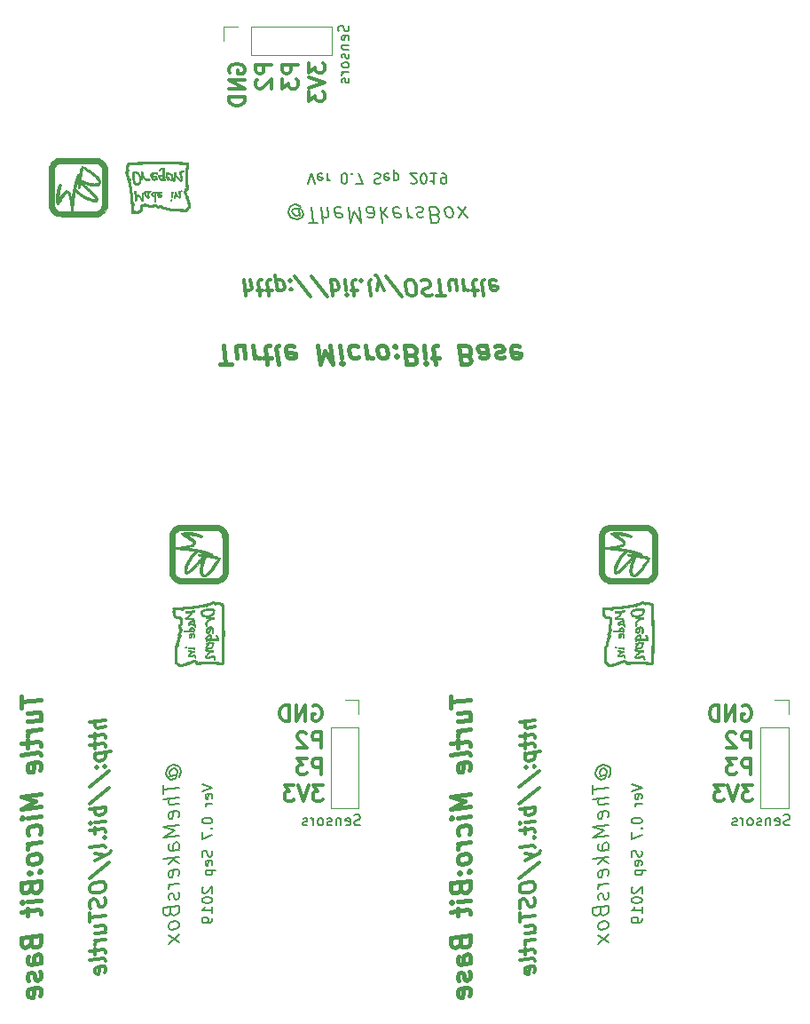
<source format=gbo>
%MOIN*%
%OFA0B0*%
%FSLAX46Y46*%
%IPPOS*%
%LPD*%
%ADD10C,0.0039370078740157488*%
%ADD11C,0.011811023622047244*%
%ADD12C,0.0078740157480314977*%
%ADD13C,0.015748031496062995*%
%ADD14C,0.0047244094488188976*%
%ADD15C,0.00010000000000000002*%
%ADD16C,0.005905511811023622*%
%ADD27C,0.0039370078740157488*%
%ADD28C,0.011811023622047244*%
%ADD29C,0.0078740157480314977*%
%ADD30C,0.015748031496062995*%
%ADD31C,0.0047244094488188976*%
%ADD32C,0.00010000000000000002*%
%ADD33C,0.005905511811023622*%
%ADD34C,0.0039370078740157488*%
%ADD35C,0.011811023622047244*%
%ADD36C,0.0078740157480314977*%
%ADD37C,0.015748031496062995*%
%ADD38C,0.0047244094488188976*%
%ADD39C,0.00010000000000000002*%
%ADD40C,0.005905511811023622*%
G01*
D10*
D11*
X0001305005Y0001330118D02*
X0001310629Y0001332930D01*
X0001319066Y0001332930D01*
X0001327502Y0001330118D01*
X0001333127Y0001324493D01*
X0001335939Y0001318869D01*
X0001338751Y0001307620D01*
X0001338751Y0001299184D01*
X0001335939Y0001287935D01*
X0001333127Y0001282311D01*
X0001327502Y0001276687D01*
X0001319066Y0001273875D01*
X0001313442Y0001273875D01*
X0001305005Y0001276687D01*
X0001302193Y0001279499D01*
X0001302193Y0001299184D01*
X0001313442Y0001299184D01*
X0001276884Y0001273875D02*
X0001276884Y0001332930D01*
X0001243138Y0001273875D01*
X0001243138Y0001332930D01*
X0001215016Y0001273875D02*
X0001215016Y0001332930D01*
X0001200956Y0001332930D01*
X0001192519Y0001330118D01*
X0001186895Y0001324493D01*
X0001184083Y0001318869D01*
X0001181271Y0001307620D01*
X0001181271Y0001299184D01*
X0001184083Y0001287935D01*
X0001186895Y0001282311D01*
X0001192519Y0001276687D01*
X0001200956Y0001273875D01*
X0001215016Y0001273875D01*
X0001335939Y0001173481D02*
X0001335939Y0001232536D01*
X0001313442Y0001232536D01*
X0001307817Y0001229724D01*
X0001305005Y0001226912D01*
X0001302193Y0001221287D01*
X0001302193Y0001212851D01*
X0001305005Y0001207227D01*
X0001307817Y0001204415D01*
X0001313442Y0001201602D01*
X0001335939Y0001201602D01*
X0001279696Y0001226912D02*
X0001276884Y0001229724D01*
X0001271259Y0001232536D01*
X0001257199Y0001232536D01*
X0001251574Y0001229724D01*
X0001248762Y0001226912D01*
X0001245950Y0001221287D01*
X0001245950Y0001215663D01*
X0001248762Y0001207227D01*
X0001282508Y0001173481D01*
X0001245950Y0001173481D01*
X0001335939Y0001073087D02*
X0001335939Y0001132142D01*
X0001313442Y0001132142D01*
X0001307817Y0001129330D01*
X0001305005Y0001126518D01*
X0001302193Y0001120894D01*
X0001302193Y0001112457D01*
X0001305005Y0001106833D01*
X0001307817Y0001104021D01*
X0001313442Y0001101209D01*
X0001335939Y0001101209D01*
X0001282508Y0001132142D02*
X0001245950Y0001132142D01*
X0001265635Y0001109645D01*
X0001257199Y0001109645D01*
X0001251574Y0001106833D01*
X0001248762Y0001104021D01*
X0001245950Y0001098397D01*
X0001245950Y0001084336D01*
X0001248762Y0001078712D01*
X0001251574Y0001075899D01*
X0001257199Y0001073087D01*
X0001274072Y0001073087D01*
X0001279696Y0001075899D01*
X0001282508Y0001078712D01*
X0001341563Y0001031749D02*
X0001305005Y0001031749D01*
X0001324690Y0001009251D01*
X0001316254Y0001009251D01*
X0001310629Y0001006439D01*
X0001307817Y0001003627D01*
X0001305005Y0000998003D01*
X0001305005Y0000983942D01*
X0001307817Y0000978318D01*
X0001310629Y0000975506D01*
X0001316254Y0000972694D01*
X0001333127Y0000972694D01*
X0001338751Y0000975506D01*
X0001341563Y0000978318D01*
X0001288132Y0001031749D02*
X0001268447Y0000972694D01*
X0001248762Y0001031749D01*
X0001234701Y0001031749D02*
X0001198144Y0001031749D01*
X0001217829Y0001009251D01*
X0001209392Y0001009251D01*
X0001203768Y0001006439D01*
X0001200956Y0001003627D01*
X0001198144Y0000998003D01*
X0001198144Y0000983942D01*
X0001200956Y0000978318D01*
X0001203768Y0000975506D01*
X0001209392Y0000972694D01*
X0001226265Y0000972694D01*
X0001231889Y0000975506D01*
X0001234701Y0000978318D01*
D12*
X0000773593Y0001068693D02*
X0000770781Y0001071154D01*
X0000767969Y0001076427D01*
X0000767969Y0001082051D01*
X0000770781Y0001088027D01*
X0000773593Y0001091190D01*
X0000779218Y0001094706D01*
X0000784842Y0001095409D01*
X0000790466Y0001093300D01*
X0000793279Y0001090839D01*
X0000796091Y0001085566D01*
X0000796091Y0001079942D01*
X0000793279Y0001073966D01*
X0000790466Y0001070802D01*
X0000767969Y0001067990D02*
X0000790466Y0001070802D01*
X0000793279Y0001068342D01*
X0000793279Y0001065530D01*
X0000790466Y0001059554D01*
X0000784842Y0001056039D01*
X0000770781Y0001054281D01*
X0000762345Y0001058851D01*
X0000756721Y0001066584D01*
X0000753908Y0001077481D01*
X0000756721Y0001089081D01*
X0000762345Y0001098221D01*
X0000770781Y0001104900D01*
X0000782030Y0001109118D01*
X0000793279Y0001107712D01*
X0000801715Y0001103142D01*
X0000807339Y0001095409D01*
X0000810151Y0001084512D01*
X0000807339Y0001072912D01*
X0000801715Y0001063772D01*
X0000742660Y0001033893D02*
X0000742660Y0001000147D01*
X0000801715Y0001024402D02*
X0000742660Y0001017020D01*
X0000801715Y0000987844D02*
X0000742660Y0000980462D01*
X0000801715Y0000962535D02*
X0000770781Y0000958668D01*
X0000765157Y0000960777D01*
X0000762345Y0000966050D01*
X0000762345Y0000974486D01*
X0000765157Y0000980462D01*
X0000767969Y0000983626D01*
X0000798903Y0000911565D02*
X0000801715Y0000917540D01*
X0000801715Y0000928789D01*
X0000798903Y0000934062D01*
X0000793279Y0000936171D01*
X0000770781Y0000933359D01*
X0000765157Y0000929843D01*
X0000762345Y0000923868D01*
X0000762345Y0000912619D01*
X0000765157Y0000907346D01*
X0000770781Y0000905237D01*
X0000776406Y0000905940D01*
X0000782030Y0000934765D01*
X0000801715Y0000883795D02*
X0000742660Y0000876413D01*
X0000784842Y0000862000D01*
X0000742660Y0000837043D01*
X0000801715Y0000844424D01*
X0000801715Y0000790994D02*
X0000770781Y0000787127D01*
X0000765157Y0000789236D01*
X0000762345Y0000794509D01*
X0000762345Y0000805757D01*
X0000765157Y0000811733D01*
X0000798903Y0000790642D02*
X0000801715Y0000796618D01*
X0000801715Y0000810679D01*
X0000798903Y0000815951D01*
X0000793279Y0000818061D01*
X0000787654Y0000817358D01*
X0000782030Y0000813842D01*
X0000779218Y0000807867D01*
X0000779218Y0000793806D01*
X0000776406Y0000787830D01*
X0000801715Y0000762872D02*
X0000742660Y0000755490D01*
X0000779218Y0000754436D02*
X0000801715Y0000740375D01*
X0000762345Y0000735454D02*
X0000784842Y0000760763D01*
X0000798903Y0000692217D02*
X0000801715Y0000698193D01*
X0000801715Y0000709441D01*
X0000798903Y0000714714D01*
X0000793279Y0000716823D01*
X0000770781Y0000714011D01*
X0000765157Y0000710496D01*
X0000762345Y0000704520D01*
X0000762345Y0000693271D01*
X0000765157Y0000687999D01*
X0000770781Y0000685890D01*
X0000776406Y0000686593D01*
X0000782030Y0000715417D01*
X0000801715Y0000664447D02*
X0000762345Y0000659526D01*
X0000773593Y0000660932D02*
X0000767969Y0000657417D01*
X0000765157Y0000654253D01*
X0000762345Y0000648277D01*
X0000762345Y0000642653D01*
X0000798903Y0000630350D02*
X0000801715Y0000625077D01*
X0000801715Y0000613828D01*
X0000798903Y0000607852D01*
X0000793279Y0000604337D01*
X0000790466Y0000603986D01*
X0000784842Y0000606095D01*
X0000782030Y0000611368D01*
X0000782030Y0000619804D01*
X0000779218Y0000625077D01*
X0000773593Y0000627186D01*
X0000770781Y0000626834D01*
X0000765157Y0000623319D01*
X0000762345Y0000617343D01*
X0000762345Y0000608907D01*
X0000765157Y0000603634D01*
X0000770781Y0000556531D02*
X0000773593Y0000548446D01*
X0000776406Y0000545985D01*
X0000782030Y0000543876D01*
X0000790466Y0000544931D01*
X0000796091Y0000548446D01*
X0000798903Y0000551609D01*
X0000801715Y0000557585D01*
X0000801715Y0000580082D01*
X0000742660Y0000572701D01*
X0000742660Y0000553016D01*
X0000745472Y0000547743D01*
X0000748284Y0000545282D01*
X0000753908Y0000543173D01*
X0000759533Y0000543876D01*
X0000765157Y0000547391D01*
X0000767969Y0000550555D01*
X0000770781Y0000556531D01*
X0000770781Y0000576216D01*
X0000801715Y0000512591D02*
X0000798903Y0000517864D01*
X0000796091Y0000520324D01*
X0000790466Y0000522433D01*
X0000773593Y0000520324D01*
X0000767969Y0000516809D01*
X0000765157Y0000513645D01*
X0000762345Y0000507670D01*
X0000762345Y0000499233D01*
X0000765157Y0000493960D01*
X0000767969Y0000491500D01*
X0000773593Y0000489391D01*
X0000790466Y0000491500D01*
X0000796091Y0000495015D01*
X0000798903Y0000498179D01*
X0000801715Y0000504154D01*
X0000801715Y0000512591D01*
X0000801715Y0000473221D02*
X0000762345Y0000437366D01*
X0000762345Y0000468300D02*
X0000801715Y0000442287D01*
D11*
X0000526715Y0001277186D02*
X0000467660Y0001269804D01*
X0000526715Y0001251877D02*
X0000495781Y0001248010D01*
X0000490157Y0001250119D01*
X0000487345Y0001255392D01*
X0000487345Y0001263828D01*
X0000490157Y0001269804D01*
X0000492969Y0001272968D01*
X0000487345Y0001227270D02*
X0000487345Y0001204773D01*
X0000467660Y0001216373D02*
X0000518279Y0001222701D01*
X0000523903Y0001220592D01*
X0000526715Y0001215319D01*
X0000526715Y0001209694D01*
X0000487345Y0001193525D02*
X0000487345Y0001171027D01*
X0000467660Y0001182627D02*
X0000518279Y0001188955D01*
X0000523903Y0001186846D01*
X0000526715Y0001181573D01*
X0000526715Y0001175949D01*
X0000487345Y0001151342D02*
X0000546400Y0001158724D01*
X0000490157Y0001151694D02*
X0000487345Y0001145718D01*
X0000487345Y0001134469D01*
X0000490157Y0001129197D01*
X0000492969Y0001126736D01*
X0000498593Y0001124627D01*
X0000515466Y0001126736D01*
X0000521091Y0001130251D01*
X0000523903Y0001133415D01*
X0000526715Y0001139391D01*
X0000526715Y0001150639D01*
X0000523903Y0001155912D01*
X0000521091Y0001102130D02*
X0000523903Y0001099669D01*
X0000526715Y0001102833D01*
X0000523903Y0001105293D01*
X0000521091Y0001102130D01*
X0000526715Y0001102833D01*
X0000490157Y0001098263D02*
X0000492969Y0001095802D01*
X0000495781Y0001098966D01*
X0000492969Y0001101427D01*
X0000490157Y0001098263D01*
X0000495781Y0001098966D01*
X0000464848Y0001024796D02*
X0000540776Y0001084905D01*
X0000464848Y0000962928D02*
X0000540776Y0001023038D01*
X0000526715Y0000950977D02*
X0000467660Y0000943595D01*
X0000490157Y0000946407D02*
X0000487345Y0000940431D01*
X0000487345Y0000929183D01*
X0000490157Y0000923910D01*
X0000492969Y0000921449D01*
X0000498593Y0000919340D01*
X0000515466Y0000921449D01*
X0000521091Y0000924964D01*
X0000523903Y0000928128D01*
X0000526715Y0000934104D01*
X0000526715Y0000945352D01*
X0000523903Y0000950625D01*
X0000526715Y0000897546D02*
X0000487345Y0000892625D01*
X0000467660Y0000890164D02*
X0000470472Y0000893328D01*
X0000473284Y0000890867D01*
X0000470472Y0000887703D01*
X0000467660Y0000890164D01*
X0000473284Y0000890867D01*
X0000487345Y0000872940D02*
X0000487345Y0000850442D01*
X0000467660Y0000862042D02*
X0000518279Y0000868370D01*
X0000523903Y0000866261D01*
X0000526715Y0000860988D01*
X0000526715Y0000855364D01*
X0000521091Y0000834976D02*
X0000523903Y0000832515D01*
X0000526715Y0000835679D01*
X0000523903Y0000838139D01*
X0000521091Y0000834976D01*
X0000526715Y0000835679D01*
X0000526715Y0000799121D02*
X0000523903Y0000804393D01*
X0000518279Y0000806503D01*
X0000467660Y0000800175D01*
X0000487345Y0000777326D02*
X0000526715Y0000768187D01*
X0000487345Y0000749205D02*
X0000526715Y0000768187D01*
X0000540776Y0000775569D01*
X0000543588Y0000778733D01*
X0000546400Y0000784708D01*
X0000464848Y0000681713D02*
X0000540776Y0000741823D01*
X0000467660Y0000651131D02*
X0000467660Y0000639883D01*
X0000470472Y0000634610D01*
X0000476096Y0000629689D01*
X0000487345Y0000628283D01*
X0000507030Y0000630743D01*
X0000518279Y0000634961D01*
X0000523903Y0000641289D01*
X0000526715Y0000647265D01*
X0000526715Y0000658513D01*
X0000523903Y0000663786D01*
X0000518279Y0000668707D01*
X0000507030Y0000670113D01*
X0000487345Y0000667653D01*
X0000476096Y0000663434D01*
X0000470472Y0000657107D01*
X0000467660Y0000651131D01*
X0000523903Y0000610355D02*
X0000526715Y0000602270D01*
X0000526715Y0000588209D01*
X0000523903Y0000582234D01*
X0000521091Y0000579070D01*
X0000515466Y0000575555D01*
X0000509842Y0000574852D01*
X0000504218Y0000576961D01*
X0000501406Y0000579422D01*
X0000498593Y0000584694D01*
X0000495781Y0000595591D01*
X0000492969Y0000600864D01*
X0000490157Y0000603325D01*
X0000484533Y0000605434D01*
X0000478908Y0000604731D01*
X0000473284Y0000601216D01*
X0000470472Y0000598052D01*
X0000467660Y0000592076D01*
X0000467660Y0000578015D01*
X0000470472Y0000569931D01*
X0000467660Y0000552706D02*
X0000467660Y0000518960D01*
X0000526715Y0000543215D02*
X0000467660Y0000535833D01*
X0000487345Y0000476427D02*
X0000526715Y0000481348D01*
X0000487345Y0000501736D02*
X0000518279Y0000505603D01*
X0000523903Y0000503494D01*
X0000526715Y0000498221D01*
X0000526715Y0000489784D01*
X0000523903Y0000483809D01*
X0000521091Y0000480645D01*
X0000526715Y0000453226D02*
X0000487345Y0000448305D01*
X0000498593Y0000449711D02*
X0000492969Y0000446196D01*
X0000490157Y0000443032D01*
X0000487345Y0000437057D01*
X0000487345Y0000431432D01*
X0000487345Y0000420184D02*
X0000487345Y0000397686D01*
X0000467660Y0000409287D02*
X0000518279Y0000415614D01*
X0000523903Y0000413505D01*
X0000526715Y0000408232D01*
X0000526715Y0000402608D01*
X0000526715Y0000374486D02*
X0000523903Y0000379759D01*
X0000518279Y0000381868D01*
X0000467660Y0000375541D01*
X0000523903Y0000329140D02*
X0000526715Y0000335116D01*
X0000526715Y0000346365D01*
X0000523903Y0000351638D01*
X0000518279Y0000353747D01*
X0000495781Y0000350935D01*
X0000490157Y0000347419D01*
X0000487345Y0000341443D01*
X0000487345Y0000330195D01*
X0000490157Y0000324922D01*
X0000495781Y0000322813D01*
X0000501406Y0000323516D01*
X0000507030Y0000352341D01*
D12*
X0000888440Y0001036250D02*
X0000927810Y0001023127D01*
X0000888440Y0001010003D01*
X0000925935Y0000981882D02*
X0000927810Y0000985631D01*
X0000927810Y0000993130D01*
X0000925935Y0000996880D01*
X0000922186Y0000998755D01*
X0000907187Y0000998755D01*
X0000903438Y0000996880D01*
X0000901563Y0000993130D01*
X0000901563Y0000985631D01*
X0000903438Y0000981882D01*
X0000907187Y0000980007D01*
X0000910937Y0000980007D01*
X0000914686Y0000998755D01*
X0000927810Y0000963134D02*
X0000901563Y0000963134D01*
X0000909062Y0000963134D02*
X0000905313Y0000961259D01*
X0000903438Y0000959385D01*
X0000901563Y0000955635D01*
X0000901563Y0000951885D01*
X0000888440Y0000901267D02*
X0000888440Y0000897517D01*
X0000890315Y0000893768D01*
X0000892189Y0000891893D01*
X0000895939Y0000890018D01*
X0000903438Y0000888143D01*
X0000912812Y0000888143D01*
X0000920311Y0000890018D01*
X0000924060Y0000891893D01*
X0000925935Y0000893768D01*
X0000927810Y0000897517D01*
X0000927810Y0000901267D01*
X0000925935Y0000905016D01*
X0000924060Y0000906891D01*
X0000920311Y0000908766D01*
X0000912812Y0000910641D01*
X0000903438Y0000910641D01*
X0000895939Y0000908766D01*
X0000892189Y0000906891D01*
X0000890315Y0000905016D01*
X0000888440Y0000901267D01*
X0000924060Y0000871271D02*
X0000925935Y0000869396D01*
X0000927810Y0000871271D01*
X0000925935Y0000873145D01*
X0000924060Y0000871271D01*
X0000927810Y0000871271D01*
X0000888440Y0000856272D02*
X0000888440Y0000830026D01*
X0000927810Y0000846899D01*
X0000925935Y0000786906D02*
X0000927810Y0000781282D01*
X0000927810Y0000771908D01*
X0000925935Y0000768158D01*
X0000924060Y0000766284D01*
X0000920311Y0000764409D01*
X0000916561Y0000764409D01*
X0000912812Y0000766284D01*
X0000910937Y0000768158D01*
X0000909062Y0000771908D01*
X0000907187Y0000779407D01*
X0000905313Y0000783157D01*
X0000903438Y0000785031D01*
X0000899688Y0000786906D01*
X0000895939Y0000786906D01*
X0000892189Y0000785031D01*
X0000890315Y0000783157D01*
X0000888440Y0000779407D01*
X0000888440Y0000770033D01*
X0000890315Y0000764409D01*
X0000925935Y0000732538D02*
X0000927810Y0000736287D01*
X0000927810Y0000743787D01*
X0000925935Y0000747536D01*
X0000922186Y0000749411D01*
X0000907187Y0000749411D01*
X0000903438Y0000747536D01*
X0000901563Y0000743787D01*
X0000901563Y0000736287D01*
X0000903438Y0000732538D01*
X0000907187Y0000730663D01*
X0000910937Y0000730663D01*
X0000914686Y0000749411D01*
X0000901563Y0000713790D02*
X0000940933Y0000713790D01*
X0000903438Y0000713790D02*
X0000901563Y0000710041D01*
X0000901563Y0000702542D01*
X0000903438Y0000698792D01*
X0000905313Y0000696917D01*
X0000909062Y0000695043D01*
X0000920311Y0000695043D01*
X0000924060Y0000696917D01*
X0000925935Y0000698792D01*
X0000927810Y0000702542D01*
X0000927810Y0000710041D01*
X0000925935Y0000713790D01*
X0000892189Y0000650048D02*
X0000890315Y0000648173D01*
X0000888440Y0000644424D01*
X0000888440Y0000635050D01*
X0000890315Y0000631301D01*
X0000892189Y0000629426D01*
X0000895939Y0000627551D01*
X0000899688Y0000627551D01*
X0000905313Y0000629426D01*
X0000927810Y0000651923D01*
X0000927810Y0000627551D01*
X0000888440Y0000603179D02*
X0000888440Y0000599430D01*
X0000890315Y0000595680D01*
X0000892189Y0000593805D01*
X0000895939Y0000591930D01*
X0000903438Y0000590056D01*
X0000912812Y0000590056D01*
X0000920311Y0000591930D01*
X0000924060Y0000593805D01*
X0000925935Y0000595680D01*
X0000927810Y0000599430D01*
X0000927810Y0000603179D01*
X0000925935Y0000606929D01*
X0000924060Y0000608803D01*
X0000920311Y0000610678D01*
X0000912812Y0000612553D01*
X0000903438Y0000612553D01*
X0000895939Y0000610678D01*
X0000892189Y0000608803D01*
X0000890315Y0000606929D01*
X0000888440Y0000603179D01*
X0000927810Y0000552560D02*
X0000927810Y0000575058D01*
X0000927810Y0000563809D02*
X0000888440Y0000563809D01*
X0000894064Y0000567559D01*
X0000897814Y0000571308D01*
X0000899688Y0000575058D01*
X0000927810Y0000533813D02*
X0000927810Y0000526314D01*
X0000925935Y0000522564D01*
X0000924060Y0000520689D01*
X0000918436Y0000516940D01*
X0000910937Y0000515065D01*
X0000895939Y0000515065D01*
X0000892189Y0000516940D01*
X0000890315Y0000518815D01*
X0000888440Y0000522564D01*
X0000888440Y0000530063D01*
X0000890315Y0000533813D01*
X0000892189Y0000535687D01*
X0000895939Y0000537562D01*
X0000905313Y0000537562D01*
X0000909062Y0000535687D01*
X0000910937Y0000533813D01*
X0000912812Y0000530063D01*
X0000912812Y0000522564D01*
X0000910937Y0000518815D01*
X0000909062Y0000516940D01*
X0000905313Y0000515065D01*
D13*
X0000210114Y0001365552D02*
X0000210114Y0001323932D01*
X0000282949Y0001353846D02*
X0000210114Y0001344742D01*
X0000234392Y0001271474D02*
X0000282949Y0001277543D01*
X0000234392Y0001302689D02*
X0000272544Y0001307458D01*
X0000279480Y0001304856D01*
X0000282949Y0001298353D01*
X0000282949Y0001287948D01*
X0000279480Y0001280578D01*
X0000276012Y0001276676D01*
X0000282949Y0001242860D02*
X0000234392Y0001236791D01*
X0000248265Y0001238525D02*
X0000241329Y0001234189D01*
X0000237860Y0001230287D01*
X0000234392Y0001222917D01*
X0000234392Y0001215981D01*
X0000234392Y0001202107D02*
X0000234392Y0001174361D01*
X0000210114Y0001188668D02*
X0000272544Y0001196471D01*
X0000279480Y0001193870D01*
X0000282949Y0001187367D01*
X0000282949Y0001180430D01*
X0000282949Y0001145747D02*
X0000279480Y0001152250D01*
X0000272544Y0001154852D01*
X0000210114Y0001147048D01*
X0000279480Y0001089821D02*
X0000282949Y0001097191D01*
X0000282949Y0001111064D01*
X0000279480Y0001117567D01*
X0000272544Y0001120168D01*
X0000244797Y0001116700D01*
X0000237860Y0001112365D01*
X0000234392Y0001104995D01*
X0000234392Y0001091121D01*
X0000237860Y0001084618D01*
X0000244797Y0001082017D01*
X0000251734Y0001082884D01*
X0000258670Y0001118434D01*
X0000282949Y0001000078D02*
X0000210114Y0000990974D01*
X0000262139Y0000973199D01*
X0000210114Y0000942417D01*
X0000282949Y0000951522D01*
X0000282949Y0000916838D02*
X0000234392Y0000910769D01*
X0000210114Y0000907734D02*
X0000213582Y0000911636D01*
X0000217051Y0000908601D01*
X0000213582Y0000904699D01*
X0000210114Y0000907734D01*
X0000217051Y0000908601D01*
X0000279480Y0000850507D02*
X0000282949Y0000857877D01*
X0000282949Y0000871750D01*
X0000279480Y0000878253D01*
X0000276012Y0000881288D01*
X0000269075Y0000883889D01*
X0000248265Y0000881288D01*
X0000241329Y0000876953D01*
X0000237860Y0000873051D01*
X0000234392Y0000865681D01*
X0000234392Y0000851807D01*
X0000237860Y0000845304D01*
X0000282949Y0000819726D02*
X0000234392Y0000813656D01*
X0000248265Y0000815390D02*
X0000241329Y0000811055D01*
X0000237860Y0000807153D01*
X0000234392Y0000799783D01*
X0000234392Y0000792846D01*
X0000282949Y0000764232D02*
X0000279480Y0000770736D01*
X0000276012Y0000773770D01*
X0000269075Y0000776372D01*
X0000248265Y0000773770D01*
X0000241329Y0000769435D01*
X0000237860Y0000765533D01*
X0000234392Y0000758163D01*
X0000234392Y0000747758D01*
X0000237860Y0000741255D01*
X0000241329Y0000738220D01*
X0000248265Y0000735619D01*
X0000269075Y0000738220D01*
X0000276012Y0000742555D01*
X0000279480Y0000746457D01*
X0000282949Y0000753827D01*
X0000282949Y0000764232D01*
X0000276012Y0000707872D02*
X0000279480Y0000704838D01*
X0000282949Y0000708739D01*
X0000279480Y0000711774D01*
X0000276012Y0000707872D01*
X0000282949Y0000708739D01*
X0000237860Y0000703103D02*
X0000241329Y0000700069D01*
X0000244797Y0000703970D01*
X0000241329Y0000707005D01*
X0000237860Y0000703103D01*
X0000244797Y0000703970D01*
X0000244797Y0000645009D02*
X0000248265Y0000635038D01*
X0000251734Y0000632003D01*
X0000258670Y0000629402D01*
X0000269075Y0000630702D01*
X0000276012Y0000635038D01*
X0000279480Y0000638940D01*
X0000282949Y0000646310D01*
X0000282949Y0000674056D01*
X0000210114Y0000664952D01*
X0000210114Y0000640674D01*
X0000213582Y0000634171D01*
X0000217051Y0000631136D01*
X0000223987Y0000628535D01*
X0000230924Y0000629402D01*
X0000237860Y0000633737D01*
X0000241329Y0000637639D01*
X0000244797Y0000645009D01*
X0000244797Y0000669287D01*
X0000282949Y0000601222D02*
X0000234392Y0000595152D01*
X0000210114Y0000592117D02*
X0000213582Y0000596019D01*
X0000217051Y0000592984D01*
X0000213582Y0000589082D01*
X0000210114Y0000592117D01*
X0000217051Y0000592984D01*
X0000234392Y0000570874D02*
X0000234392Y0000543127D01*
X0000210114Y0000557434D02*
X0000272544Y0000565238D01*
X0000279480Y0000562637D01*
X0000282949Y0000556133D01*
X0000282949Y0000549197D01*
X0000244797Y0000440378D02*
X0000248265Y0000430407D01*
X0000251734Y0000427372D01*
X0000258670Y0000424771D01*
X0000269075Y0000426072D01*
X0000276012Y0000430407D01*
X0000279480Y0000434309D01*
X0000282949Y0000441679D01*
X0000282949Y0000469426D01*
X0000210114Y0000460321D01*
X0000210114Y0000436043D01*
X0000213582Y0000429540D01*
X0000217051Y0000426505D01*
X0000223987Y0000423904D01*
X0000230924Y0000424771D01*
X0000237860Y0000429106D01*
X0000241329Y0000433008D01*
X0000244797Y0000440378D01*
X0000244797Y0000464657D01*
X0000282949Y0000365376D02*
X0000244797Y0000360607D01*
X0000237860Y0000363208D01*
X0000234392Y0000369711D01*
X0000234392Y0000383585D01*
X0000237860Y0000390955D01*
X0000279480Y0000364943D02*
X0000282949Y0000372313D01*
X0000282949Y0000389654D01*
X0000279480Y0000396157D01*
X0000272544Y0000398759D01*
X0000265607Y0000397892D01*
X0000258670Y0000393556D01*
X0000255202Y0000386186D01*
X0000255202Y0000368844D01*
X0000251734Y0000361474D01*
X0000279480Y0000333728D02*
X0000282949Y0000327225D01*
X0000282949Y0000313351D01*
X0000279480Y0000305981D01*
X0000272544Y0000301646D01*
X0000269075Y0000301212D01*
X0000262139Y0000303813D01*
X0000258670Y0000310317D01*
X0000258670Y0000320721D01*
X0000255202Y0000327225D01*
X0000248265Y0000329826D01*
X0000244797Y0000329392D01*
X0000237860Y0000325057D01*
X0000234392Y0000317687D01*
X0000234392Y0000307282D01*
X0000237860Y0000300779D01*
X0000279480Y0000243551D02*
X0000282949Y0000250922D01*
X0000282949Y0000264795D01*
X0000279480Y0000271298D01*
X0000272544Y0000273899D01*
X0000244797Y0000270431D01*
X0000237860Y0000266095D01*
X0000234392Y0000258725D01*
X0000234392Y0000244852D01*
X0000237860Y0000238349D01*
X0000244797Y0000235748D01*
X0000251734Y0000236615D01*
X0000258670Y0000272165D01*
D14*
X0001477362Y0000947637D02*
X0001372637Y0000947637D01*
X0001477362Y0001250000D02*
X0001477362Y0000947637D01*
X0001372637Y0001250000D02*
X0001372637Y0000947637D01*
X0001477362Y0001250000D02*
X0001372637Y0001250000D01*
X0001477362Y0001300000D02*
X0001477362Y0001352362D01*
X0001477362Y0001352362D02*
X0001425000Y0001352362D01*
D15*
G36*
X0000805700Y0001478100D02*
X0000807200Y0001478100D01*
X0000808200Y0001478200D01*
X0000809100Y0001478300D01*
X0000809800Y0001478500D01*
X0000810600Y0001478900D01*
X0000810900Y0001479000D01*
X0000812000Y0001479500D01*
X0000813000Y0001479900D01*
X0000814200Y0001480300D01*
X0000815600Y0001480700D01*
X0000817400Y0001481100D01*
X0000819500Y0001481600D01*
X0000820200Y0001481800D01*
X0000823100Y0001482400D01*
X0000825500Y0001483100D01*
X0000827600Y0001483700D01*
X0000829400Y0001484500D01*
X0000831000Y0001485300D01*
X0000806200Y0001485300D01*
X0000805600Y0001485300D01*
X0000805100Y0001485400D01*
X0000804600Y0001485700D01*
X0000804000Y0001486200D01*
X0000803300Y0001487100D01*
X0000802900Y0001487500D01*
X0000802000Y0001488600D01*
X0000801000Y0001489600D01*
X0000800100Y0001490300D01*
X0000799800Y0001490600D01*
X0000799100Y0001491100D01*
X0000798100Y0001491900D01*
X0000796900Y0001492900D01*
X0000795700Y0001493900D01*
X0000795600Y0001494000D01*
X0000794500Y0001494900D01*
X0000793500Y0001495700D01*
X0000792800Y0001496200D01*
X0000792400Y0001496500D01*
X0000792300Y0001496500D01*
X0000792100Y0001496700D01*
X0000792100Y0001497400D01*
X0000792100Y0001498400D01*
X0000792300Y0001499600D01*
X0000792500Y0001500800D01*
X0000792600Y0001501200D01*
X0000792700Y0001501700D01*
X0000792900Y0001502200D01*
X0000792900Y0001502800D01*
X0000793000Y0001503500D01*
X0000793100Y0001504500D01*
X0000793200Y0001505800D01*
X0000793200Y0001507300D01*
X0000793300Y0001509200D01*
X0000793300Y0001511500D01*
X0000793400Y0001514300D01*
X0000793500Y0001517600D01*
X0000793500Y0001519700D01*
X0000793600Y0001523100D01*
X0000793600Y0001526500D01*
X0000793700Y0001529900D01*
X0000793700Y0001533200D01*
X0000793800Y0001536300D01*
X0000793800Y0001539100D01*
X0000793800Y0001541600D01*
X0000793800Y0001543500D01*
X0000793800Y0001544000D01*
X0000793800Y0001551600D01*
X0000796200Y0001554000D01*
X0000798500Y0001556400D01*
X0000798500Y0001558000D01*
X0000798500Y0001559100D01*
X0000798400Y0001560500D01*
X0000798200Y0001561600D01*
X0000798100Y0001562900D01*
X0000798200Y0001564100D01*
X0000798400Y0001565400D01*
X0000798800Y0001567000D01*
X0000799500Y0001568800D01*
X0000800400Y0001571000D01*
X0000800600Y0001571600D01*
X0000801400Y0001573300D01*
X0000801900Y0001574600D01*
X0000802200Y0001575699D01*
X0000802400Y0001576700D01*
X0000802600Y0001577800D01*
X0000802700Y0001578500D01*
X0000802900Y0001580300D01*
X0000803100Y0001581700D01*
X0000803400Y0001582800D01*
X0000803800Y0001583600D01*
X0000804300Y0001584400D01*
X0000805100Y0001585200D01*
X0000805200Y0001585300D01*
X0000806000Y0001586200D01*
X0000806700Y0001587200D01*
X0000807200Y0001587899D01*
X0000807200Y0001587899D01*
X0000807400Y0001588700D01*
X0000807600Y0001589900D01*
X0000807900Y0001591300D01*
X0000808000Y0001592800D01*
X0000808200Y0001594099D01*
X0000808200Y0001595100D01*
X0000808100Y0001595700D01*
X0000807800Y0001596200D01*
X0000807300Y0001597100D01*
X0000806600Y0001597900D01*
X0000805800Y0001598800D01*
X0000805500Y0001599400D01*
X0000805400Y0001599800D01*
X0000805500Y0001600000D01*
X0000805800Y0001600400D01*
X0000806300Y0001601200D01*
X0000807000Y0001602300D01*
X0000807800Y0001603500D01*
X0000808000Y0001603800D01*
X0000810100Y0001607200D01*
X0000810200Y0001610200D01*
X0000810300Y0001611600D01*
X0000810400Y0001612500D01*
X0000810500Y0001613000D01*
X0000810700Y0001613400D01*
X0000811000Y0001613600D01*
X0000811200Y0001613700D01*
X0000812100Y0001614500D01*
X0000812700Y0001615600D01*
X0000813000Y0001616800D01*
X0000813000Y0001617000D01*
X0000812700Y0001618099D01*
X0000812000Y0001619200D01*
X0000810800Y0001620300D01*
X0000810300Y0001620700D01*
X0000809800Y0001621200D01*
X0000809400Y0001621500D01*
X0000809100Y0001621900D01*
X0000808800Y0001622400D01*
X0000808700Y0001623200D01*
X0000808500Y0001624200D01*
X0000808300Y0001625700D01*
X0000808200Y0001627600D01*
X0000808100Y0001628200D01*
X0000807700Y0001632500D01*
X0000808800Y0001633700D01*
X0000810100Y0001635100D01*
X0000811100Y0001636500D01*
X0000811900Y0001637700D01*
X0000812100Y0001638100D01*
X0000812300Y0001639000D01*
X0000812500Y0001640300D01*
X0000812700Y0001642000D01*
X0000812900Y0001643800D01*
X0000813100Y0001645800D01*
X0000813200Y0001647700D01*
X0000813200Y0001649500D01*
X0000813200Y0001649600D01*
X0000813200Y0001651500D01*
X0000813000Y0001653200D01*
X0000812800Y0001654900D01*
X0000812400Y0001656800D01*
X0000812000Y0001658600D01*
X0000811600Y0001659900D01*
X0000811100Y0001660900D01*
X0000810600Y0001661800D01*
X0000809800Y0001662700D01*
X0000808800Y0001663700D01*
X0000808000Y0001664400D01*
X0000807200Y0001665000D01*
X0000806300Y0001665300D01*
X0000805200Y0001665600D01*
X0000803800Y0001665900D01*
X0000802100Y0001666000D01*
X0000800100Y0001666200D01*
X0000797000Y0001666499D01*
X0000794300Y0001667000D01*
X0000792100Y0001667800D01*
X0000790300Y0001668800D01*
X0000790100Y0001668900D01*
X0000789100Y0001669900D01*
X0000788000Y0001671400D01*
X0000787700Y0001671900D01*
X0000787200Y0001673000D01*
X0000786800Y0001673900D01*
X0000786700Y0001674600D01*
X0000786700Y0001675500D01*
X0000786700Y0001675600D01*
X0000786700Y0001677100D01*
X0000786400Y0001678800D01*
X0000786100Y0001680000D01*
X0000785600Y0001681500D01*
X0000785400Y0001682600D01*
X0000785300Y0001683300D01*
X0000785500Y0001683900D01*
X0000785700Y0001684500D01*
X0000785900Y0001684800D01*
X0000786500Y0001686000D01*
X0000786700Y0001687700D01*
X0000786500Y0001689600D01*
X0000786300Y0001690200D01*
X0000786100Y0001691100D01*
X0000785900Y0001691900D01*
X0000785900Y0001692200D01*
X0000786100Y0001692200D01*
X0000786900Y0001692300D01*
X0000787800Y0001692300D01*
X0000787900Y0001692300D01*
X0000789000Y0001692300D01*
X0000789800Y0001692400D01*
X0000790500Y0001692600D01*
X0000791200Y0001693100D01*
X0000792500Y0001694000D01*
X0000797200Y0001693700D01*
X0000799000Y0001693600D01*
X0000800300Y0001693400D01*
X0000801300Y0001693300D01*
X0000802000Y0001693100D01*
X0000802600Y0001692900D01*
X0000803200Y0001692600D01*
X0000803500Y0001692400D01*
X0000804700Y0001691800D01*
X0000805800Y0001691500D01*
X0000806600Y0001691500D01*
X0000807700Y0001691400D01*
X0000808600Y0001691300D01*
X0000808900Y0001691200D01*
X0000809600Y0001691100D01*
X0000810600Y0001690900D01*
X0000811900Y0001690900D01*
X0000812400Y0001690900D01*
X0000813700Y0001690900D01*
X0000814500Y0001690900D01*
X0000815100Y0001691100D01*
X0000815500Y0001691400D01*
X0000816000Y0001691800D01*
X0000816100Y0001691900D01*
X0000816700Y0001692700D01*
X0000817000Y0001693500D01*
X0000817100Y0001693600D01*
X0000817100Y0001694000D01*
X0000817300Y0001694200D01*
X0000817900Y0001694400D01*
X0000818900Y0001694500D01*
X0000820200Y0001694600D01*
X0000821700Y0001694700D01*
X0000822600Y0001694700D01*
X0000824300Y0001694800D01*
X0000826500Y0001695000D01*
X0000829300Y0001695300D01*
X0000832700Y0001695800D01*
X0000836600Y0001696500D01*
X0000836900Y0001696500D01*
X0000838600Y0001696800D01*
X0000840200Y0001697000D01*
X0000841400Y0001697200D01*
X0000842300Y0001697300D01*
X0000842600Y0001697400D01*
X0000843100Y0001697400D01*
X0000844000Y0001697300D01*
X0000845200Y0001697300D01*
X0000846400Y0001697200D01*
X0000847700Y0001697200D01*
X0000848900Y0001697100D01*
X0000849700Y0001697000D01*
X0000850000Y0001696900D01*
X0000851000Y0001696500D01*
X0000852200Y0001696400D01*
X0000853400Y0001696500D01*
X0000854400Y0001696900D01*
X0000854900Y0001697500D01*
X0000855400Y0001697800D01*
X0000856400Y0001698100D01*
X0000858000Y0001698500D01*
X0000860200Y0001698800D01*
X0000862900Y0001699200D01*
X0000866000Y0001699500D01*
X0000868400Y0001699700D01*
X0000870500Y0001699900D01*
X0000872500Y0001700100D01*
X0000874200Y0001700300D01*
X0000875600Y0001700500D01*
X0000876600Y0001700600D01*
X0000877100Y0001700700D01*
X0000877900Y0001701100D01*
X0000879000Y0001701500D01*
X0000880000Y0001701900D01*
X0000880800Y0001702200D01*
X0000881400Y0001702500D01*
X0000882100Y0001702600D01*
X0000882900Y0001702699D01*
X0000883900Y0001702699D01*
X0000885200Y0001702600D01*
X0000887000Y0001702500D01*
X0000887800Y0001702500D01*
X0000889600Y0001702400D01*
X0000891000Y0001702400D01*
X0000892100Y0001702600D01*
X0000893100Y0001702900D01*
X0000894200Y0001703400D01*
X0000895500Y0001704200D01*
X0000897000Y0001704900D01*
X0000898100Y0001705300D01*
X0000899200Y0001705500D01*
X0000900300Y0001705300D01*
X0000901800Y0001704900D01*
X0000902200Y0001704700D01*
X0000903700Y0001704200D01*
X0000904900Y0001703900D01*
X0000905700Y0001703900D01*
X0000906400Y0001704000D01*
X0000907000Y0001704300D01*
X0000907100Y0001704300D01*
X0000907700Y0001704900D01*
X0000908400Y0001705900D01*
X0000909100Y0001707100D01*
X0000909600Y0001708400D01*
X0000909900Y0001709200D01*
X0000910100Y0001710000D01*
X0000913600Y0001710000D01*
X0000917200Y0001710000D01*
X0000919700Y0001711200D01*
X0000922400Y0001712500D01*
X0000924700Y0001713500D01*
X0000926600Y0001714300D01*
X0000928000Y0001714800D01*
X0000928800Y0001715000D01*
X0000929500Y0001715100D01*
X0000930100Y0001715100D01*
X0000930700Y0001714800D01*
X0000931500Y0001714200D01*
X0000931600Y0001714200D01*
X0000933200Y0001713100D01*
X0000934700Y0001712200D01*
X0000936500Y0001711500D01*
X0000937600Y0001711200D01*
X0000939700Y0001710600D01*
X0000943600Y0001711500D01*
X0000946200Y0001712100D01*
X0000948300Y0001712400D01*
X0000950100Y0001712600D01*
X0000951700Y0001712600D01*
X0000953200Y0001712300D01*
X0000954700Y0001711900D01*
X0000954700Y0001711900D01*
X0000956400Y0001711300D01*
X0000957900Y0001710800D01*
X0000959200Y0001710200D01*
X0000960100Y0001709800D01*
X0000960500Y0001709400D01*
X0000960600Y0001709400D01*
X0000960700Y0001709000D01*
X0000961000Y0001708200D01*
X0000961200Y0001707900D01*
X0000961500Y0001707000D01*
X0000961800Y0001705600D01*
X0000962000Y0001703700D01*
X0000962100Y0001701300D01*
X0000962200Y0001698300D01*
X0000962300Y0001694800D01*
X0000962300Y0001690800D01*
X0000962300Y0001690400D01*
X0000962400Y0001688200D01*
X0000962400Y0001685600D01*
X0000962500Y0001682700D01*
X0000962500Y0001679600D01*
X0000962600Y0001676500D01*
X0000962800Y0001673600D01*
X0000962800Y0001672800D01*
X0000963100Y0001663500D01*
X0000963500Y0001654600D01*
X0000963700Y0001645800D01*
X0000963900Y0001637000D01*
X0000964100Y0001628300D01*
X0000964200Y0001619500D01*
X0000964300Y0001610600D01*
X0000964300Y0001601400D01*
X0000964300Y0001592000D01*
X0000964300Y0001582100D01*
X0000964200Y0001571800D01*
X0000964100Y0001566600D01*
X0000964000Y0001559300D01*
X0000963900Y0001552600D01*
X0000963800Y0001546400D01*
X0000963700Y0001540700D01*
X0000963600Y0001535400D01*
X0000963500Y0001530500D01*
X0000963400Y0001525900D01*
X0000963300Y0001521700D01*
X0000963100Y0001517800D01*
X0000963000Y0001514200D01*
X0000962900Y0001510700D01*
X0000962700Y0001507400D01*
X0000962600Y0001505600D01*
X0000962500Y0001503100D01*
X0000962300Y0001500800D01*
X0000962200Y0001498700D01*
X0000962100Y0001496900D01*
X0000962000Y0001495600D01*
X0000962000Y0001494700D01*
X0000962000Y0001494200D01*
X0000962000Y0001494200D01*
X0000961700Y0001494200D01*
X0000960800Y0001494300D01*
X0000959500Y0001494300D01*
X0000957600Y0001494400D01*
X0000955300Y0001494500D01*
X0000952600Y0001494600D01*
X0000949500Y0001494800D01*
X0000946100Y0001494900D01*
X0000942300Y0001495100D01*
X0000938300Y0001495300D01*
X0000934100Y0001495400D01*
X0000929600Y0001495600D01*
X0000925000Y0001495900D01*
X0000924400Y0001495900D01*
X0000918900Y0001496100D01*
X0000913900Y0001496300D01*
X0000909400Y0001496500D01*
X0000905400Y0001496700D01*
X0000901900Y0001496900D01*
X0000898800Y0001497000D01*
X0000896200Y0001497100D01*
X0000893800Y0001497200D01*
X0000891900Y0001497200D01*
X0000890200Y0001497200D01*
X0000888900Y0001497200D01*
X0000887700Y0001497200D01*
X0000886800Y0001497200D01*
X0000886100Y0001497100D01*
X0000885500Y0001497000D01*
X0000885100Y0001496900D01*
X0000884700Y0001496800D01*
X0000884400Y0001496600D01*
X0000884200Y0001496400D01*
X0000883900Y0001496200D01*
X0000883600Y0001496000D01*
X0000883000Y0001495500D01*
X0000882400Y0001495200D01*
X0000881800Y0001495100D01*
X0000880800Y0001495200D01*
X0000880400Y0001495200D01*
X0000879000Y0001495200D01*
X0000877700Y0001495100D01*
X0000876100Y0001494700D01*
X0000876000Y0001494700D01*
X0000874300Y0001494200D01*
X0000873100Y0001493900D01*
X0000872200Y0001493800D01*
X0000871700Y0001493800D01*
X0000871300Y0001493900D01*
X0000871100Y0001494200D01*
X0000871000Y0001494200D01*
X0000870800Y0001494900D01*
X0000870500Y0001495800D01*
X0000870500Y0001496200D01*
X0000870200Y0001497300D01*
X0000869800Y0001498200D01*
X0000869200Y0001499000D01*
X0000868300Y0001499700D01*
X0000866900Y0001500600D01*
X0000865500Y0001501300D01*
X0000862000Y0001503000D01*
X0000858900Y0001502700D01*
X0000857700Y0001502500D01*
X0000856600Y0001502300D01*
X0000855600Y0001502000D01*
X0000854500Y0001501700D01*
X0000853100Y0001501200D01*
X0000851400Y0001500400D01*
X0000850900Y0001500200D01*
X0000848900Y0001499400D01*
X0000846900Y0001498500D01*
X0000844800Y0001497600D01*
X0000843000Y0001496800D01*
X0000842300Y0001496400D01*
X0000840800Y0001495800D01*
X0000839700Y0001495300D01*
X0000838900Y0001495000D01*
X0000838400Y0001494900D01*
X0000838000Y0001495000D01*
X0000837600Y0001495000D01*
X0000836600Y0001495300D01*
X0000835400Y0001495300D01*
X0000834100Y0001494900D01*
X0000832500Y0001494200D01*
X0000830600Y0001493200D01*
X0000830500Y0001493100D01*
X0000828900Y0001492200D01*
X0000827500Y0001491400D01*
X0000826300Y0001490800D01*
X0000825100Y0001490400D01*
X0000823800Y0001489900D01*
X0000822200Y0001489500D01*
X0000820400Y0001489100D01*
X0000818600Y0001488700D01*
X0000816100Y0001488100D01*
X0000814100Y0001487600D01*
X0000812500Y0001487200D01*
X0000811200Y0001486800D01*
X0000810100Y0001486400D01*
X0000809200Y0001486100D01*
X0000808800Y0001485800D01*
X0000807700Y0001485500D01*
X0000806500Y0001485300D01*
X0000806200Y0001485300D01*
X0000831000Y0001485300D01*
X0000831100Y0001485400D01*
X0000831700Y0001485600D01*
X0000832800Y0001486300D01*
X0000833700Y0001486700D01*
X0000834200Y0001486900D01*
X0000834600Y0001486900D01*
X0000835000Y0001486700D01*
X0000835700Y0001486600D01*
X0000836400Y0001486500D01*
X0000837300Y0001486700D01*
X0000838400Y0001486999D01*
X0000839800Y0001487600D01*
X0000841700Y0001488400D01*
X0000842900Y0001489000D01*
X0000846100Y0001490400D01*
X0000849100Y0001491800D01*
X0000851800Y0001492900D01*
X0000854200Y0001493900D01*
X0000856200Y0001494700D01*
X0000857800Y0001495200D01*
X0000858900Y0001495500D01*
X0000859000Y0001495500D01*
X0000860100Y0001495700D01*
X0000860800Y0001495600D01*
X0000861600Y0001495400D01*
X0000862100Y0001495100D01*
X0000862900Y0001494700D01*
X0000863400Y0001494200D01*
X0000863700Y0001493600D01*
X0000863900Y0001492700D01*
X0000864000Y0001492200D01*
X0000864100Y0001491600D01*
X0000864500Y0001490900D01*
X0000865100Y0001490200D01*
X0000866100Y0001489100D01*
X0000866500Y0001488800D01*
X0000867500Y0001487800D01*
X0000868200Y0001487100D01*
X0000868700Y0001486700D01*
X0000869200Y0001486500D01*
X0000869800Y0001486500D01*
X0000870200Y0001486500D01*
X0000872300Y0001486600D01*
X0000874700Y0001487100D01*
X0000877200Y0001487700D01*
X0000878300Y0001488000D01*
X0000879200Y0001488100D01*
X0000880100Y0001488100D01*
X0000881300Y0001488000D01*
X0000881500Y0001487900D01*
X0000882800Y0001487800D01*
X0000883900Y0001487800D01*
X0000884800Y0001488100D01*
X0000885900Y0001488800D01*
X0000886800Y0001489500D01*
X0000887900Y0001490400D01*
X0000926500Y0001488700D01*
X0000931200Y0001488500D01*
X0000935800Y0001488300D01*
X0000940200Y0001488100D01*
X0000944400Y0001487900D01*
X0000948300Y0001487800D01*
X0000951900Y0001487600D01*
X0000955200Y0001487500D01*
X0000958100Y0001487400D01*
X0000960600Y0001487300D01*
X0000962700Y0001487200D01*
X0000964300Y0001487200D01*
X0000965400Y0001487200D01*
X0000966000Y0001487200D01*
X0000966000Y0001487200D01*
X0000967000Y0001487600D01*
X0000967900Y0001488400D01*
X0000968500Y0001489300D01*
X0000968600Y0001489500D01*
X0000968700Y0001490000D01*
X0000968800Y0001491100D01*
X0000968900Y0001492600D01*
X0000969100Y0001494500D01*
X0000969200Y0001496800D01*
X0000969400Y0001499300D01*
X0000969500Y0001502200D01*
X0000969700Y0001505200D01*
X0000969800Y0001508400D01*
X0000970000Y0001511600D01*
X0000970100Y0001514900D01*
X0000970200Y0001518100D01*
X0000970300Y0001521300D01*
X0000970400Y0001524300D01*
X0000970500Y0001527100D01*
X0000970600Y0001528800D01*
X0000970600Y0001531200D01*
X0000970700Y0001534100D01*
X0000970700Y0001537400D01*
X0000970800Y0001541000D01*
X0000970900Y0001545000D01*
X0000970900Y0001549200D01*
X0000971000Y0001553500D01*
X0000971000Y0001558000D01*
X0000971100Y0001562400D01*
X0000971200Y0001566700D01*
X0000971200Y0001568400D01*
X0000971200Y0001572400D01*
X0000971300Y0001576400D01*
X0000971300Y0001580300D01*
X0000971400Y0001584100D01*
X0000971400Y0001587600D01*
X0000971400Y0001590900D01*
X0000971500Y0001593800D01*
X0000971500Y0001596300D01*
X0000971500Y0001598400D01*
X0000971500Y0001600000D01*
X0000971500Y0001600900D01*
X0000971500Y0001602300D01*
X0000971500Y0001604300D01*
X0000971500Y0001606700D01*
X0000971500Y0001609500D01*
X0000971500Y0001612500D01*
X0000971400Y0001615700D01*
X0000971400Y0001619000D01*
X0000971300Y0001622300D01*
X0000971300Y0001623700D01*
X0000971200Y0001629800D01*
X0000971000Y0001635700D01*
X0000970900Y0001641500D01*
X0000970700Y0001647000D01*
X0000970600Y0001652200D01*
X0000970400Y0001657100D01*
X0000970300Y0001661600D01*
X0000970200Y0001665600D01*
X0000970000Y0001669000D01*
X0000970000Y0001669700D01*
X0000969900Y0001671900D01*
X0000969800Y0001674500D01*
X0000969800Y0001677300D01*
X0000969700Y0001680100D01*
X0000969700Y0001682800D01*
X0000969700Y0001683800D01*
X0000969700Y0001686400D01*
X0000969600Y0001689300D01*
X0000969600Y0001692500D01*
X0000969400Y0001695600D01*
X0000969300Y0001698600D01*
X0000969300Y0001700100D01*
X0000968800Y0001708600D01*
X0000967500Y0001711400D01*
X0000966800Y0001712700D01*
X0000966300Y0001713700D01*
X0000965800Y0001714400D01*
X0000965600Y0001714600D01*
X0000964800Y0001715200D01*
X0000963600Y0001715800D01*
X0000962000Y0001716600D01*
X0000960300Y0001717300D01*
X0000958600Y0001718000D01*
X0000957100Y0001718600D01*
X0000955500Y0001719100D01*
X0000954200Y0001719400D01*
X0000953200Y0001719600D01*
X0000952000Y0001719700D01*
X0000951200Y0001719700D01*
X0000948300Y0001719500D01*
X0000945000Y0001719000D01*
X0000942100Y0001718400D01*
X0000940700Y0001718100D01*
X0000939600Y0001718100D01*
X0000938400Y0001718400D01*
X0000937100Y0001719000D01*
X0000935600Y0001719900D01*
X0000934900Y0001720500D01*
X0000933500Y0001721400D01*
X0000932500Y0001722000D01*
X0000931500Y0001722300D01*
X0000930500Y0001722400D01*
X0000929200Y0001722300D01*
X0000927700Y0001722000D01*
X0000926500Y0001721700D01*
X0000924900Y0001721200D01*
X0000923100Y0001720500D01*
X0000921000Y0001719700D01*
X0000919000Y0001718700D01*
X0000917300Y0001717900D01*
X0000916600Y0001717600D01*
X0000916000Y0001717300D01*
X0000915300Y0001717200D01*
X0000914500Y0001717100D01*
X0000913300Y0001717100D01*
X0000911700Y0001717100D01*
X0000911500Y0001717100D01*
X0000909600Y0001717000D01*
X0000908000Y0001716900D01*
X0000906900Y0001716700D01*
X0000906000Y0001716200D01*
X0000905200Y0001715500D01*
X0000904500Y0001714400D01*
X0000903700Y0001712900D01*
X0000903300Y0001712100D01*
X0000903000Y0001712100D01*
X0000902300Y0001712200D01*
X0000901300Y0001712400D01*
X0000901000Y0001712500D01*
X0000899200Y0001712700D01*
X0000898000Y0001712700D01*
X0000897700Y0001712700D01*
X0000896000Y0001712200D01*
X0000894200Y0001711400D01*
X0000892400Y0001710500D01*
X0000891900Y0001710200D01*
X0000891400Y0001709900D01*
X0000890900Y0001709700D01*
X0000890300Y0001709500D01*
X0000889600Y0001709500D01*
X0000888700Y0001709500D01*
X0000887500Y0001709500D01*
X0000885800Y0001709700D01*
X0000883700Y0001709900D01*
X0000883600Y0001709900D01*
X0000882600Y0001709900D01*
X0000881600Y0001709900D01*
X0000880500Y0001709600D01*
X0000879400Y0001709300D01*
X0000878100Y0001708800D01*
X0000876900Y0001708400D01*
X0000876000Y0001708000D01*
X0000875800Y0001707900D01*
X0000875300Y0001707700D01*
X0000874500Y0001707500D01*
X0000873400Y0001707400D01*
X0000871900Y0001707200D01*
X0000869900Y0001707000D01*
X0000867500Y0001706800D01*
X0000864800Y0001706500D01*
X0000862200Y0001706200D01*
X0000859700Y0001705900D01*
X0000857300Y0001705500D01*
X0000855200Y0001705200D01*
X0000853500Y0001704900D01*
X0000852300Y0001704500D01*
X0000851900Y0001704400D01*
X0000851200Y0001704400D01*
X0000850500Y0001704500D01*
X0000849500Y0001704600D01*
X0000848100Y0001704400D01*
X0000848100Y0001704400D01*
X0000846800Y0001704200D01*
X0000845400Y0001704300D01*
X0000844700Y0001704400D01*
X0000843800Y0001704500D01*
X0000843000Y0001704600D01*
X0000842100Y0001704500D01*
X0000841000Y0001704400D01*
X0000839400Y0001704100D01*
X0000838800Y0001704000D01*
X0000835100Y0001703300D01*
X0000831700Y0001702800D01*
X0000828500Y0001702400D01*
X0000825300Y0001702100D01*
X0000821800Y0001701800D01*
X0000818800Y0001701600D01*
X0000816200Y0001701500D01*
X0000814200Y0001701300D01*
X0000812600Y0001701200D01*
X0000811400Y0001701000D01*
X0000810500Y0001700900D01*
X0000809800Y0001700600D01*
X0000809300Y0001700300D01*
X0000809000Y0001699900D01*
X0000808700Y0001699600D01*
X0000808300Y0001699100D01*
X0000807800Y0001698900D01*
X0000807100Y0001699000D01*
X0000806100Y0001699300D01*
X0000805100Y0001699700D01*
X0000805100Y0001699700D01*
X0000804600Y0001700000D01*
X0000804200Y0001700100D01*
X0000803700Y0001700300D01*
X0000803000Y0001700400D01*
X0000802100Y0001700500D01*
X0000800900Y0001700600D01*
X0000799200Y0001700700D01*
X0000797100Y0001700900D01*
X0000796000Y0001700900D01*
X0000790000Y0001701300D01*
X0000788800Y0001700300D01*
X0000787600Y0001699300D01*
X0000784600Y0001699600D01*
X0000782700Y0001699700D01*
X0000781300Y0001699700D01*
X0000780300Y0001699600D01*
X0000779500Y0001699200D01*
X0000778900Y0001698700D01*
X0000778800Y0001698600D01*
X0000778300Y0001698000D01*
X0000778100Y0001697300D01*
X0000778000Y0001696400D01*
X0000778000Y0001695300D01*
X0000778300Y0001693800D01*
X0000778700Y0001691800D01*
X0000778800Y0001691600D01*
X0000779600Y0001688000D01*
X0000778800Y0001686600D01*
X0000778300Y0001685600D01*
X0000778000Y0001684699D01*
X0000778000Y0001683600D01*
X0000778200Y0001682400D01*
X0000778500Y0001680700D01*
X0000778800Y0001679500D01*
X0000779200Y0001678100D01*
X0000779500Y0001677000D01*
X0000779600Y0001676300D01*
X0000779500Y0001675600D01*
X0000779400Y0001675100D01*
X0000779300Y0001674300D01*
X0000779300Y0001673600D01*
X0000779400Y0001672800D01*
X0000779800Y0001671800D01*
X0000780400Y0001670600D01*
X0000781100Y0001669300D01*
X0000782000Y0001667700D01*
X0000782700Y0001666499D01*
X0000783400Y0001665600D01*
X0000784000Y0001664900D01*
X0000784700Y0001664200D01*
X0000785600Y0001663500D01*
X0000786500Y0001662700D01*
X0000787400Y0001662100D01*
X0000788200Y0001661700D01*
X0000789200Y0001661300D01*
X0000790500Y0001660800D01*
X0000792200Y0001660300D01*
X0000792600Y0001660200D01*
X0000794500Y0001659700D01*
X0000796100Y0001659400D01*
X0000797600Y0001659200D01*
X0000799300Y0001659000D01*
X0000799900Y0001659000D01*
X0000801700Y0001658900D01*
X0000803000Y0001658800D01*
X0000803900Y0001658500D01*
X0000804500Y0001658000D01*
X0000805000Y0001657200D01*
X0000805300Y0001656000D01*
X0000805600Y0001654900D01*
X0000806000Y0001652500D01*
X0000806200Y0001649700D01*
X0000806100Y0001646600D01*
X0000805800Y0001643700D01*
X0000805500Y0001640600D01*
X0000803200Y0001638000D01*
X0000802200Y0001637000D01*
X0000801500Y0001636000D01*
X0000800900Y0001635200D01*
X0000800700Y0001634800D01*
X0000800700Y0001634200D01*
X0000800700Y0001633200D01*
X0000800700Y0001631700D01*
X0000800900Y0001630000D01*
X0000801000Y0001628000D01*
X0000801200Y0001626000D01*
X0000801400Y0001624000D01*
X0000801600Y0001622300D01*
X0000801900Y0001620600D01*
X0000802100Y0001619400D01*
X0000802500Y0001618600D01*
X0000802700Y0001618099D01*
X0000803000Y0001617700D01*
X0000803200Y0001617300D01*
X0000803300Y0001616700D01*
X0000803300Y0001615900D01*
X0000803300Y0001614800D01*
X0000803300Y0001613300D01*
X0000803200Y0001609300D01*
X0000800500Y0001605200D01*
X0000799500Y0001603700D01*
X0000798700Y0001602400D01*
X0000798000Y0001601300D01*
X0000797600Y0001600500D01*
X0000797400Y0001600200D01*
X0000797100Y0001599100D01*
X0000797300Y0001598100D01*
X0000797900Y0001596900D01*
X0000799100Y0001595500D01*
X0000799200Y0001595400D01*
X0000800000Y0001594500D01*
X0000800500Y0001593800D01*
X0000800800Y0001593200D01*
X0000800900Y0001592600D01*
X0000800900Y0001592400D01*
X0000800800Y0001591700D01*
X0000800700Y0001591200D01*
X0000800200Y0001590500D01*
X0000799500Y0001589700D01*
X0000799100Y0001589300D01*
X0000798100Y0001588099D01*
X0000797300Y0001586800D01*
X0000796700Y0001585300D01*
X0000796300Y0001583600D01*
X0000795900Y0001581400D01*
X0000795800Y0001580300D01*
X0000795600Y0001578800D01*
X0000795300Y0001577600D01*
X0000794900Y0001576400D01*
X0000794400Y0001575000D01*
X0000793900Y0001573800D01*
X0000793200Y0001572100D01*
X0000792500Y0001570200D01*
X0000791900Y0001568400D01*
X0000791600Y0001567300D01*
X0000791300Y0001565800D01*
X0000791000Y0001564700D01*
X0000791000Y0001563800D01*
X0000791000Y0001562900D01*
X0000791100Y0001561700D01*
X0000791400Y0001559300D01*
X0000789300Y0001557000D01*
X0000788000Y0001555600D01*
X0000787200Y0001554500D01*
X0000787000Y0001553800D01*
X0000786900Y0001553300D01*
X0000786900Y0001552200D01*
X0000786800Y0001550800D01*
X0000786800Y0001549000D01*
X0000786800Y0001547000D01*
X0000786800Y0001544800D01*
X0000786800Y0001544700D01*
X0000786800Y0001541400D01*
X0000786700Y0001537900D01*
X0000786700Y0001534300D01*
X0000786700Y0001530700D01*
X0000786600Y0001527100D01*
X0000786500Y0001523600D01*
X0000786500Y0001520300D01*
X0000786400Y0001517100D01*
X0000786300Y0001514100D01*
X0000786200Y0001511400D01*
X0000786100Y0001509100D01*
X0000786000Y0001507100D01*
X0000785900Y0001505600D01*
X0000785800Y0001504600D01*
X0000785700Y0001504100D01*
X0000785600Y0001503400D01*
X0000785400Y0001502100D01*
X0000785200Y0001500600D01*
X0000785100Y0001499000D01*
X0000785000Y0001498200D01*
X0000784900Y0001496400D01*
X0000784800Y0001495100D01*
X0000784800Y0001494200D01*
X0000784800Y0001493500D01*
X0000784900Y0001492999D01*
X0000785100Y0001492600D01*
X0000785200Y0001492500D01*
X0000786000Y0001491500D01*
X0000787300Y0001490600D01*
X0000788700Y0001490200D01*
X0000789300Y0001489900D01*
X0000790200Y0001489300D01*
X0000791100Y0001488500D01*
X0000791400Y0001488300D01*
X0000792600Y0001487300D01*
X0000793700Y0001486400D01*
X0000794600Y0001485600D01*
X0000794800Y0001485500D01*
X0000795500Y0001484900D01*
X0000796500Y0001483900D01*
X0000797600Y0001482800D01*
X0000798700Y0001481700D01*
X0000799700Y0001480600D01*
X0000800600Y0001479600D01*
X0000801300Y0001478900D01*
X0000801800Y0001478500D01*
X0000801800Y0001478500D01*
X0000802500Y0001478300D01*
X0000803700Y0001478100D01*
X0000805300Y0001478100D01*
X0000805700Y0001478100D01*
X0000805700Y0001478100D01*
X0000805700Y0001478100D01*
G37*
X0000805700Y0001478100D02*
X0000807200Y0001478100D01*
X0000808200Y0001478200D01*
X0000809100Y0001478300D01*
X0000809800Y0001478500D01*
X0000810600Y0001478900D01*
X0000810900Y0001479000D01*
X0000812000Y0001479500D01*
X0000813000Y0001479900D01*
X0000814200Y0001480300D01*
X0000815600Y0001480700D01*
X0000817400Y0001481100D01*
X0000819500Y0001481600D01*
X0000820200Y0001481800D01*
X0000823100Y0001482400D01*
X0000825500Y0001483100D01*
X0000827600Y0001483700D01*
X0000829400Y0001484500D01*
X0000831000Y0001485300D01*
X0000806200Y0001485300D01*
X0000805600Y0001485300D01*
X0000805100Y0001485400D01*
X0000804600Y0001485700D01*
X0000804000Y0001486200D01*
X0000803300Y0001487100D01*
X0000802900Y0001487500D01*
X0000802000Y0001488600D01*
X0000801000Y0001489600D01*
X0000800100Y0001490300D01*
X0000799800Y0001490600D01*
X0000799100Y0001491100D01*
X0000798100Y0001491900D01*
X0000796900Y0001492900D01*
X0000795700Y0001493900D01*
X0000795600Y0001494000D01*
X0000794500Y0001494900D01*
X0000793500Y0001495700D01*
X0000792800Y0001496200D01*
X0000792400Y0001496500D01*
X0000792300Y0001496500D01*
X0000792100Y0001496700D01*
X0000792100Y0001497400D01*
X0000792100Y0001498400D01*
X0000792300Y0001499600D01*
X0000792500Y0001500800D01*
X0000792600Y0001501200D01*
X0000792700Y0001501700D01*
X0000792900Y0001502200D01*
X0000792900Y0001502800D01*
X0000793000Y0001503500D01*
X0000793100Y0001504500D01*
X0000793200Y0001505800D01*
X0000793200Y0001507300D01*
X0000793300Y0001509200D01*
X0000793300Y0001511500D01*
X0000793400Y0001514300D01*
X0000793500Y0001517600D01*
X0000793500Y0001519700D01*
X0000793600Y0001523100D01*
X0000793600Y0001526500D01*
X0000793700Y0001529900D01*
X0000793700Y0001533200D01*
X0000793800Y0001536300D01*
X0000793800Y0001539100D01*
X0000793800Y0001541600D01*
X0000793800Y0001543500D01*
X0000793800Y0001544000D01*
X0000793800Y0001551600D01*
X0000796200Y0001554000D01*
X0000798500Y0001556400D01*
X0000798500Y0001558000D01*
X0000798500Y0001559100D01*
X0000798400Y0001560500D01*
X0000798200Y0001561600D01*
X0000798100Y0001562900D01*
X0000798200Y0001564100D01*
X0000798400Y0001565400D01*
X0000798800Y0001567000D01*
X0000799500Y0001568800D01*
X0000800400Y0001571000D01*
X0000800600Y0001571600D01*
X0000801400Y0001573300D01*
X0000801900Y0001574600D01*
X0000802200Y0001575699D01*
X0000802400Y0001576700D01*
X0000802600Y0001577800D01*
X0000802700Y0001578500D01*
X0000802900Y0001580300D01*
X0000803100Y0001581700D01*
X0000803400Y0001582800D01*
X0000803800Y0001583600D01*
X0000804300Y0001584400D01*
X0000805100Y0001585200D01*
X0000805200Y0001585300D01*
X0000806000Y0001586200D01*
X0000806700Y0001587200D01*
X0000807200Y0001587899D01*
X0000807200Y0001587899D01*
X0000807400Y0001588700D01*
X0000807600Y0001589900D01*
X0000807900Y0001591300D01*
X0000808000Y0001592800D01*
X0000808200Y0001594099D01*
X0000808200Y0001595100D01*
X0000808100Y0001595700D01*
X0000807800Y0001596200D01*
X0000807300Y0001597100D01*
X0000806600Y0001597900D01*
X0000805800Y0001598800D01*
X0000805500Y0001599400D01*
X0000805400Y0001599800D01*
X0000805500Y0001600000D01*
X0000805800Y0001600400D01*
X0000806300Y0001601200D01*
X0000807000Y0001602300D01*
X0000807800Y0001603500D01*
X0000808000Y0001603800D01*
X0000810100Y0001607200D01*
X0000810200Y0001610200D01*
X0000810300Y0001611600D01*
X0000810400Y0001612500D01*
X0000810500Y0001613000D01*
X0000810700Y0001613400D01*
X0000811000Y0001613600D01*
X0000811200Y0001613700D01*
X0000812100Y0001614500D01*
X0000812700Y0001615600D01*
X0000813000Y0001616800D01*
X0000813000Y0001617000D01*
X0000812700Y0001618099D01*
X0000812000Y0001619200D01*
X0000810800Y0001620300D01*
X0000810300Y0001620700D01*
X0000809800Y0001621200D01*
X0000809400Y0001621500D01*
X0000809100Y0001621900D01*
X0000808800Y0001622400D01*
X0000808700Y0001623200D01*
X0000808500Y0001624200D01*
X0000808300Y0001625700D01*
X0000808200Y0001627600D01*
X0000808100Y0001628200D01*
X0000807700Y0001632500D01*
X0000808800Y0001633700D01*
X0000810100Y0001635100D01*
X0000811100Y0001636500D01*
X0000811900Y0001637700D01*
X0000812100Y0001638100D01*
X0000812300Y0001639000D01*
X0000812500Y0001640300D01*
X0000812700Y0001642000D01*
X0000812900Y0001643800D01*
X0000813100Y0001645800D01*
X0000813200Y0001647700D01*
X0000813200Y0001649500D01*
X0000813200Y0001649600D01*
X0000813200Y0001651500D01*
X0000813000Y0001653200D01*
X0000812800Y0001654900D01*
X0000812400Y0001656800D01*
X0000812000Y0001658600D01*
X0000811600Y0001659900D01*
X0000811100Y0001660900D01*
X0000810600Y0001661800D01*
X0000809800Y0001662700D01*
X0000808800Y0001663700D01*
X0000808000Y0001664400D01*
X0000807200Y0001665000D01*
X0000806300Y0001665300D01*
X0000805200Y0001665600D01*
X0000803800Y0001665900D01*
X0000802100Y0001666000D01*
X0000800100Y0001666200D01*
X0000797000Y0001666499D01*
X0000794300Y0001667000D01*
X0000792100Y0001667800D01*
X0000790300Y0001668800D01*
X0000790100Y0001668900D01*
X0000789100Y0001669900D01*
X0000788000Y0001671400D01*
X0000787700Y0001671900D01*
X0000787200Y0001673000D01*
X0000786800Y0001673900D01*
X0000786700Y0001674600D01*
X0000786700Y0001675500D01*
X0000786700Y0001675600D01*
X0000786700Y0001677100D01*
X0000786400Y0001678800D01*
X0000786100Y0001680000D01*
X0000785600Y0001681500D01*
X0000785400Y0001682600D01*
X0000785300Y0001683300D01*
X0000785500Y0001683900D01*
X0000785700Y0001684500D01*
X0000785900Y0001684800D01*
X0000786500Y0001686000D01*
X0000786700Y0001687700D01*
X0000786500Y0001689600D01*
X0000786300Y0001690200D01*
X0000786100Y0001691100D01*
X0000785900Y0001691900D01*
X0000785900Y0001692200D01*
X0000786100Y0001692200D01*
X0000786900Y0001692300D01*
X0000787800Y0001692300D01*
X0000787900Y0001692300D01*
X0000789000Y0001692300D01*
X0000789800Y0001692400D01*
X0000790500Y0001692600D01*
X0000791200Y0001693100D01*
X0000792500Y0001694000D01*
X0000797200Y0001693700D01*
X0000799000Y0001693600D01*
X0000800300Y0001693400D01*
X0000801300Y0001693300D01*
X0000802000Y0001693100D01*
X0000802600Y0001692900D01*
X0000803200Y0001692600D01*
X0000803500Y0001692400D01*
X0000804700Y0001691800D01*
X0000805800Y0001691500D01*
X0000806600Y0001691500D01*
X0000807700Y0001691400D01*
X0000808600Y0001691300D01*
X0000808900Y0001691200D01*
X0000809600Y0001691100D01*
X0000810600Y0001690900D01*
X0000811900Y0001690900D01*
X0000812400Y0001690900D01*
X0000813700Y0001690900D01*
X0000814500Y0001690900D01*
X0000815100Y0001691100D01*
X0000815500Y0001691400D01*
X0000816000Y0001691800D01*
X0000816100Y0001691900D01*
X0000816700Y0001692700D01*
X0000817000Y0001693500D01*
X0000817100Y0001693600D01*
X0000817100Y0001694000D01*
X0000817300Y0001694200D01*
X0000817900Y0001694400D01*
X0000818900Y0001694500D01*
X0000820200Y0001694600D01*
X0000821700Y0001694700D01*
X0000822600Y0001694700D01*
X0000824300Y0001694800D01*
X0000826500Y0001695000D01*
X0000829300Y0001695300D01*
X0000832700Y0001695800D01*
X0000836600Y0001696500D01*
X0000836900Y0001696500D01*
X0000838600Y0001696800D01*
X0000840200Y0001697000D01*
X0000841400Y0001697200D01*
X0000842300Y0001697300D01*
X0000842600Y0001697400D01*
X0000843100Y0001697400D01*
X0000844000Y0001697300D01*
X0000845200Y0001697300D01*
X0000846400Y0001697200D01*
X0000847700Y0001697200D01*
X0000848900Y0001697100D01*
X0000849700Y0001697000D01*
X0000850000Y0001696900D01*
X0000851000Y0001696500D01*
X0000852200Y0001696400D01*
X0000853400Y0001696500D01*
X0000854400Y0001696900D01*
X0000854900Y0001697500D01*
X0000855400Y0001697800D01*
X0000856400Y0001698100D01*
X0000858000Y0001698500D01*
X0000860200Y0001698800D01*
X0000862900Y0001699200D01*
X0000866000Y0001699500D01*
X0000868400Y0001699700D01*
X0000870500Y0001699900D01*
X0000872500Y0001700100D01*
X0000874200Y0001700300D01*
X0000875600Y0001700500D01*
X0000876600Y0001700600D01*
X0000877100Y0001700700D01*
X0000877900Y0001701100D01*
X0000879000Y0001701500D01*
X0000880000Y0001701900D01*
X0000880800Y0001702200D01*
X0000881400Y0001702500D01*
X0000882100Y0001702600D01*
X0000882900Y0001702699D01*
X0000883900Y0001702699D01*
X0000885200Y0001702600D01*
X0000887000Y0001702500D01*
X0000887800Y0001702500D01*
X0000889600Y0001702400D01*
X0000891000Y0001702400D01*
X0000892100Y0001702600D01*
X0000893100Y0001702900D01*
X0000894200Y0001703400D01*
X0000895500Y0001704200D01*
X0000897000Y0001704900D01*
X0000898100Y0001705300D01*
X0000899200Y0001705500D01*
X0000900300Y0001705300D01*
X0000901800Y0001704900D01*
X0000902200Y0001704700D01*
X0000903700Y0001704200D01*
X0000904900Y0001703900D01*
X0000905700Y0001703900D01*
X0000906400Y0001704000D01*
X0000907000Y0001704300D01*
X0000907100Y0001704300D01*
X0000907700Y0001704900D01*
X0000908400Y0001705900D01*
X0000909100Y0001707100D01*
X0000909600Y0001708400D01*
X0000909900Y0001709200D01*
X0000910100Y0001710000D01*
X0000913600Y0001710000D01*
X0000917200Y0001710000D01*
X0000919700Y0001711200D01*
X0000922400Y0001712500D01*
X0000924700Y0001713500D01*
X0000926600Y0001714300D01*
X0000928000Y0001714800D01*
X0000928800Y0001715000D01*
X0000929500Y0001715100D01*
X0000930100Y0001715100D01*
X0000930700Y0001714800D01*
X0000931500Y0001714200D01*
X0000931600Y0001714200D01*
X0000933200Y0001713100D01*
X0000934700Y0001712200D01*
X0000936500Y0001711500D01*
X0000937600Y0001711200D01*
X0000939700Y0001710600D01*
X0000943600Y0001711500D01*
X0000946200Y0001712100D01*
X0000948300Y0001712400D01*
X0000950100Y0001712600D01*
X0000951700Y0001712600D01*
X0000953200Y0001712300D01*
X0000954700Y0001711900D01*
X0000954700Y0001711900D01*
X0000956400Y0001711300D01*
X0000957900Y0001710800D01*
X0000959200Y0001710200D01*
X0000960100Y0001709800D01*
X0000960500Y0001709400D01*
X0000960600Y0001709400D01*
X0000960700Y0001709000D01*
X0000961000Y0001708200D01*
X0000961200Y0001707900D01*
X0000961500Y0001707000D01*
X0000961800Y0001705600D01*
X0000962000Y0001703700D01*
X0000962100Y0001701300D01*
X0000962200Y0001698300D01*
X0000962300Y0001694800D01*
X0000962300Y0001690800D01*
X0000962300Y0001690400D01*
X0000962400Y0001688200D01*
X0000962400Y0001685600D01*
X0000962500Y0001682700D01*
X0000962500Y0001679600D01*
X0000962600Y0001676500D01*
X0000962800Y0001673600D01*
X0000962800Y0001672800D01*
X0000963100Y0001663500D01*
X0000963500Y0001654600D01*
X0000963700Y0001645800D01*
X0000963900Y0001637000D01*
X0000964100Y0001628300D01*
X0000964200Y0001619500D01*
X0000964300Y0001610600D01*
X0000964300Y0001601400D01*
X0000964300Y0001592000D01*
X0000964300Y0001582100D01*
X0000964200Y0001571800D01*
X0000964100Y0001566600D01*
X0000964000Y0001559300D01*
X0000963900Y0001552600D01*
X0000963800Y0001546400D01*
X0000963700Y0001540700D01*
X0000963600Y0001535400D01*
X0000963500Y0001530500D01*
X0000963400Y0001525900D01*
X0000963300Y0001521700D01*
X0000963100Y0001517800D01*
X0000963000Y0001514200D01*
X0000962900Y0001510700D01*
X0000962700Y0001507400D01*
X0000962600Y0001505600D01*
X0000962500Y0001503100D01*
X0000962300Y0001500800D01*
X0000962200Y0001498700D01*
X0000962100Y0001496900D01*
X0000962000Y0001495600D01*
X0000962000Y0001494700D01*
X0000962000Y0001494200D01*
X0000962000Y0001494200D01*
X0000961700Y0001494200D01*
X0000960800Y0001494300D01*
X0000959500Y0001494300D01*
X0000957600Y0001494400D01*
X0000955300Y0001494500D01*
X0000952600Y0001494600D01*
X0000949500Y0001494800D01*
X0000946100Y0001494900D01*
X0000942300Y0001495100D01*
X0000938300Y0001495300D01*
X0000934100Y0001495400D01*
X0000929600Y0001495600D01*
X0000925000Y0001495900D01*
X0000924400Y0001495900D01*
X0000918900Y0001496100D01*
X0000913900Y0001496300D01*
X0000909400Y0001496500D01*
X0000905400Y0001496700D01*
X0000901900Y0001496900D01*
X0000898800Y0001497000D01*
X0000896200Y0001497100D01*
X0000893800Y0001497200D01*
X0000891900Y0001497200D01*
X0000890200Y0001497200D01*
X0000888900Y0001497200D01*
X0000887700Y0001497200D01*
X0000886800Y0001497200D01*
X0000886100Y0001497100D01*
X0000885500Y0001497000D01*
X0000885100Y0001496900D01*
X0000884700Y0001496800D01*
X0000884400Y0001496600D01*
X0000884200Y0001496400D01*
X0000883900Y0001496200D01*
X0000883600Y0001496000D01*
X0000883000Y0001495500D01*
X0000882400Y0001495200D01*
X0000881800Y0001495100D01*
X0000880800Y0001495200D01*
X0000880400Y0001495200D01*
X0000879000Y0001495200D01*
X0000877700Y0001495100D01*
X0000876100Y0001494700D01*
X0000876000Y0001494700D01*
X0000874300Y0001494200D01*
X0000873100Y0001493900D01*
X0000872200Y0001493800D01*
X0000871700Y0001493800D01*
X0000871300Y0001493900D01*
X0000871100Y0001494200D01*
X0000871000Y0001494200D01*
X0000870800Y0001494900D01*
X0000870500Y0001495800D01*
X0000870500Y0001496200D01*
X0000870200Y0001497300D01*
X0000869800Y0001498200D01*
X0000869200Y0001499000D01*
X0000868300Y0001499700D01*
X0000866900Y0001500600D01*
X0000865500Y0001501300D01*
X0000862000Y0001503000D01*
X0000858900Y0001502700D01*
X0000857700Y0001502500D01*
X0000856600Y0001502300D01*
X0000855600Y0001502000D01*
X0000854500Y0001501700D01*
X0000853100Y0001501200D01*
X0000851400Y0001500400D01*
X0000850900Y0001500200D01*
X0000848900Y0001499400D01*
X0000846900Y0001498500D01*
X0000844800Y0001497600D01*
X0000843000Y0001496800D01*
X0000842300Y0001496400D01*
X0000840800Y0001495800D01*
X0000839700Y0001495300D01*
X0000838900Y0001495000D01*
X0000838400Y0001494900D01*
X0000838000Y0001495000D01*
X0000837600Y0001495000D01*
X0000836600Y0001495300D01*
X0000835400Y0001495300D01*
X0000834100Y0001494900D01*
X0000832500Y0001494200D01*
X0000830600Y0001493200D01*
X0000830500Y0001493100D01*
X0000828900Y0001492200D01*
X0000827500Y0001491400D01*
X0000826300Y0001490800D01*
X0000825100Y0001490400D01*
X0000823800Y0001489900D01*
X0000822200Y0001489500D01*
X0000820400Y0001489100D01*
X0000818600Y0001488700D01*
X0000816100Y0001488100D01*
X0000814100Y0001487600D01*
X0000812500Y0001487200D01*
X0000811200Y0001486800D01*
X0000810100Y0001486400D01*
X0000809200Y0001486100D01*
X0000808800Y0001485800D01*
X0000807700Y0001485500D01*
X0000806500Y0001485300D01*
X0000806200Y0001485300D01*
X0000831000Y0001485300D01*
X0000831100Y0001485400D01*
X0000831700Y0001485600D01*
X0000832800Y0001486300D01*
X0000833700Y0001486700D01*
X0000834200Y0001486900D01*
X0000834600Y0001486900D01*
X0000835000Y0001486700D01*
X0000835700Y0001486600D01*
X0000836400Y0001486500D01*
X0000837300Y0001486700D01*
X0000838400Y0001486999D01*
X0000839800Y0001487600D01*
X0000841700Y0001488400D01*
X0000842900Y0001489000D01*
X0000846100Y0001490400D01*
X0000849100Y0001491800D01*
X0000851800Y0001492900D01*
X0000854200Y0001493900D01*
X0000856200Y0001494700D01*
X0000857800Y0001495200D01*
X0000858900Y0001495500D01*
X0000859000Y0001495500D01*
X0000860100Y0001495700D01*
X0000860800Y0001495600D01*
X0000861600Y0001495400D01*
X0000862100Y0001495100D01*
X0000862900Y0001494700D01*
X0000863400Y0001494200D01*
X0000863700Y0001493600D01*
X0000863900Y0001492700D01*
X0000864000Y0001492200D01*
X0000864100Y0001491600D01*
X0000864500Y0001490900D01*
X0000865100Y0001490200D01*
X0000866100Y0001489100D01*
X0000866500Y0001488800D01*
X0000867500Y0001487800D01*
X0000868200Y0001487100D01*
X0000868700Y0001486700D01*
X0000869200Y0001486500D01*
X0000869800Y0001486500D01*
X0000870200Y0001486500D01*
X0000872300Y0001486600D01*
X0000874700Y0001487100D01*
X0000877200Y0001487700D01*
X0000878300Y0001488000D01*
X0000879200Y0001488100D01*
X0000880100Y0001488100D01*
X0000881300Y0001488000D01*
X0000881500Y0001487900D01*
X0000882800Y0001487800D01*
X0000883900Y0001487800D01*
X0000884800Y0001488100D01*
X0000885900Y0001488800D01*
X0000886800Y0001489500D01*
X0000887900Y0001490400D01*
X0000926500Y0001488700D01*
X0000931200Y0001488500D01*
X0000935800Y0001488300D01*
X0000940200Y0001488100D01*
X0000944400Y0001487900D01*
X0000948300Y0001487800D01*
X0000951900Y0001487600D01*
X0000955200Y0001487500D01*
X0000958100Y0001487400D01*
X0000960600Y0001487300D01*
X0000962700Y0001487200D01*
X0000964300Y0001487200D01*
X0000965400Y0001487200D01*
X0000966000Y0001487200D01*
X0000966000Y0001487200D01*
X0000967000Y0001487600D01*
X0000967900Y0001488400D01*
X0000968500Y0001489300D01*
X0000968600Y0001489500D01*
X0000968700Y0001490000D01*
X0000968800Y0001491100D01*
X0000968900Y0001492600D01*
X0000969100Y0001494500D01*
X0000969200Y0001496800D01*
X0000969400Y0001499300D01*
X0000969500Y0001502200D01*
X0000969700Y0001505200D01*
X0000969800Y0001508400D01*
X0000970000Y0001511600D01*
X0000970100Y0001514900D01*
X0000970200Y0001518100D01*
X0000970300Y0001521300D01*
X0000970400Y0001524300D01*
X0000970500Y0001527100D01*
X0000970600Y0001528800D01*
X0000970600Y0001531200D01*
X0000970700Y0001534100D01*
X0000970700Y0001537400D01*
X0000970800Y0001541000D01*
X0000970900Y0001545000D01*
X0000970900Y0001549200D01*
X0000971000Y0001553500D01*
X0000971000Y0001558000D01*
X0000971100Y0001562400D01*
X0000971200Y0001566700D01*
X0000971200Y0001568400D01*
X0000971200Y0001572400D01*
X0000971300Y0001576400D01*
X0000971300Y0001580300D01*
X0000971400Y0001584100D01*
X0000971400Y0001587600D01*
X0000971400Y0001590900D01*
X0000971500Y0001593800D01*
X0000971500Y0001596300D01*
X0000971500Y0001598400D01*
X0000971500Y0001600000D01*
X0000971500Y0001600900D01*
X0000971500Y0001602300D01*
X0000971500Y0001604300D01*
X0000971500Y0001606700D01*
X0000971500Y0001609500D01*
X0000971500Y0001612500D01*
X0000971400Y0001615700D01*
X0000971400Y0001619000D01*
X0000971300Y0001622300D01*
X0000971300Y0001623700D01*
X0000971200Y0001629800D01*
X0000971000Y0001635700D01*
X0000970900Y0001641500D01*
X0000970700Y0001647000D01*
X0000970600Y0001652200D01*
X0000970400Y0001657100D01*
X0000970300Y0001661600D01*
X0000970200Y0001665600D01*
X0000970000Y0001669000D01*
X0000970000Y0001669700D01*
X0000969900Y0001671900D01*
X0000969800Y0001674500D01*
X0000969800Y0001677300D01*
X0000969700Y0001680100D01*
X0000969700Y0001682800D01*
X0000969700Y0001683800D01*
X0000969700Y0001686400D01*
X0000969600Y0001689300D01*
X0000969600Y0001692500D01*
X0000969400Y0001695600D01*
X0000969300Y0001698600D01*
X0000969300Y0001700100D01*
X0000968800Y0001708600D01*
X0000967500Y0001711400D01*
X0000966800Y0001712700D01*
X0000966300Y0001713700D01*
X0000965800Y0001714400D01*
X0000965600Y0001714600D01*
X0000964800Y0001715200D01*
X0000963600Y0001715800D01*
X0000962000Y0001716600D01*
X0000960300Y0001717300D01*
X0000958600Y0001718000D01*
X0000957100Y0001718600D01*
X0000955500Y0001719100D01*
X0000954200Y0001719400D01*
X0000953200Y0001719600D01*
X0000952000Y0001719700D01*
X0000951200Y0001719700D01*
X0000948300Y0001719500D01*
X0000945000Y0001719000D01*
X0000942100Y0001718400D01*
X0000940700Y0001718100D01*
X0000939600Y0001718100D01*
X0000938400Y0001718400D01*
X0000937100Y0001719000D01*
X0000935600Y0001719900D01*
X0000934900Y0001720500D01*
X0000933500Y0001721400D01*
X0000932500Y0001722000D01*
X0000931500Y0001722300D01*
X0000930500Y0001722400D01*
X0000929200Y0001722300D01*
X0000927700Y0001722000D01*
X0000926500Y0001721700D01*
X0000924900Y0001721200D01*
X0000923100Y0001720500D01*
X0000921000Y0001719700D01*
X0000919000Y0001718700D01*
X0000917300Y0001717900D01*
X0000916600Y0001717600D01*
X0000916000Y0001717300D01*
X0000915300Y0001717200D01*
X0000914500Y0001717100D01*
X0000913300Y0001717100D01*
X0000911700Y0001717100D01*
X0000911500Y0001717100D01*
X0000909600Y0001717000D01*
X0000908000Y0001716900D01*
X0000906900Y0001716700D01*
X0000906000Y0001716200D01*
X0000905200Y0001715500D01*
X0000904500Y0001714400D01*
X0000903700Y0001712900D01*
X0000903300Y0001712100D01*
X0000903000Y0001712100D01*
X0000902300Y0001712200D01*
X0000901300Y0001712400D01*
X0000901000Y0001712500D01*
X0000899200Y0001712700D01*
X0000898000Y0001712700D01*
X0000897700Y0001712700D01*
X0000896000Y0001712200D01*
X0000894200Y0001711400D01*
X0000892400Y0001710500D01*
X0000891900Y0001710200D01*
X0000891400Y0001709900D01*
X0000890900Y0001709700D01*
X0000890300Y0001709500D01*
X0000889600Y0001709500D01*
X0000888700Y0001709500D01*
X0000887500Y0001709500D01*
X0000885800Y0001709700D01*
X0000883700Y0001709900D01*
X0000883600Y0001709900D01*
X0000882600Y0001709900D01*
X0000881600Y0001709900D01*
X0000880500Y0001709600D01*
X0000879400Y0001709300D01*
X0000878100Y0001708800D01*
X0000876900Y0001708400D01*
X0000876000Y0001708000D01*
X0000875800Y0001707900D01*
X0000875300Y0001707700D01*
X0000874500Y0001707500D01*
X0000873400Y0001707400D01*
X0000871900Y0001707200D01*
X0000869900Y0001707000D01*
X0000867500Y0001706800D01*
X0000864800Y0001706500D01*
X0000862200Y0001706200D01*
X0000859700Y0001705900D01*
X0000857300Y0001705500D01*
X0000855200Y0001705200D01*
X0000853500Y0001704900D01*
X0000852300Y0001704500D01*
X0000851900Y0001704400D01*
X0000851200Y0001704400D01*
X0000850500Y0001704500D01*
X0000849500Y0001704600D01*
X0000848100Y0001704400D01*
X0000848100Y0001704400D01*
X0000846800Y0001704200D01*
X0000845400Y0001704300D01*
X0000844700Y0001704400D01*
X0000843800Y0001704500D01*
X0000843000Y0001704600D01*
X0000842100Y0001704500D01*
X0000841000Y0001704400D01*
X0000839400Y0001704100D01*
X0000838800Y0001704000D01*
X0000835100Y0001703300D01*
X0000831700Y0001702800D01*
X0000828500Y0001702400D01*
X0000825300Y0001702100D01*
X0000821800Y0001701800D01*
X0000818800Y0001701600D01*
X0000816200Y0001701500D01*
X0000814200Y0001701300D01*
X0000812600Y0001701200D01*
X0000811400Y0001701000D01*
X0000810500Y0001700900D01*
X0000809800Y0001700600D01*
X0000809300Y0001700300D01*
X0000809000Y0001699900D01*
X0000808700Y0001699600D01*
X0000808300Y0001699100D01*
X0000807800Y0001698900D01*
X0000807100Y0001699000D01*
X0000806100Y0001699300D01*
X0000805100Y0001699700D01*
X0000805100Y0001699700D01*
X0000804600Y0001700000D01*
X0000804200Y0001700100D01*
X0000803700Y0001700300D01*
X0000803000Y0001700400D01*
X0000802100Y0001700500D01*
X0000800900Y0001700600D01*
X0000799200Y0001700700D01*
X0000797100Y0001700900D01*
X0000796000Y0001700900D01*
X0000790000Y0001701300D01*
X0000788800Y0001700300D01*
X0000787600Y0001699300D01*
X0000784600Y0001699600D01*
X0000782700Y0001699700D01*
X0000781300Y0001699700D01*
X0000780300Y0001699600D01*
X0000779500Y0001699200D01*
X0000778900Y0001698700D01*
X0000778800Y0001698600D01*
X0000778300Y0001698000D01*
X0000778100Y0001697300D01*
X0000778000Y0001696400D01*
X0000778000Y0001695300D01*
X0000778300Y0001693800D01*
X0000778700Y0001691800D01*
X0000778800Y0001691600D01*
X0000779600Y0001688000D01*
X0000778800Y0001686600D01*
X0000778300Y0001685600D01*
X0000778000Y0001684699D01*
X0000778000Y0001683600D01*
X0000778200Y0001682400D01*
X0000778500Y0001680700D01*
X0000778800Y0001679500D01*
X0000779200Y0001678100D01*
X0000779500Y0001677000D01*
X0000779600Y0001676300D01*
X0000779500Y0001675600D01*
X0000779400Y0001675100D01*
X0000779300Y0001674300D01*
X0000779300Y0001673600D01*
X0000779400Y0001672800D01*
X0000779800Y0001671800D01*
X0000780400Y0001670600D01*
X0000781100Y0001669300D01*
X0000782000Y0001667700D01*
X0000782700Y0001666499D01*
X0000783400Y0001665600D01*
X0000784000Y0001664900D01*
X0000784700Y0001664200D01*
X0000785600Y0001663500D01*
X0000786500Y0001662700D01*
X0000787400Y0001662100D01*
X0000788200Y0001661700D01*
X0000789200Y0001661300D01*
X0000790500Y0001660800D01*
X0000792200Y0001660300D01*
X0000792600Y0001660200D01*
X0000794500Y0001659700D01*
X0000796100Y0001659400D01*
X0000797600Y0001659200D01*
X0000799300Y0001659000D01*
X0000799900Y0001659000D01*
X0000801700Y0001658900D01*
X0000803000Y0001658800D01*
X0000803900Y0001658500D01*
X0000804500Y0001658000D01*
X0000805000Y0001657200D01*
X0000805300Y0001656000D01*
X0000805600Y0001654900D01*
X0000806000Y0001652500D01*
X0000806200Y0001649700D01*
X0000806100Y0001646600D01*
X0000805800Y0001643700D01*
X0000805500Y0001640600D01*
X0000803200Y0001638000D01*
X0000802200Y0001637000D01*
X0000801500Y0001636000D01*
X0000800900Y0001635200D01*
X0000800700Y0001634800D01*
X0000800700Y0001634200D01*
X0000800700Y0001633200D01*
X0000800700Y0001631700D01*
X0000800900Y0001630000D01*
X0000801000Y0001628000D01*
X0000801200Y0001626000D01*
X0000801400Y0001624000D01*
X0000801600Y0001622300D01*
X0000801900Y0001620600D01*
X0000802100Y0001619400D01*
X0000802500Y0001618600D01*
X0000802700Y0001618099D01*
X0000803000Y0001617700D01*
X0000803200Y0001617300D01*
X0000803300Y0001616700D01*
X0000803300Y0001615900D01*
X0000803300Y0001614800D01*
X0000803300Y0001613300D01*
X0000803200Y0001609300D01*
X0000800500Y0001605200D01*
X0000799500Y0001603700D01*
X0000798700Y0001602400D01*
X0000798000Y0001601300D01*
X0000797600Y0001600500D01*
X0000797400Y0001600200D01*
X0000797100Y0001599100D01*
X0000797300Y0001598100D01*
X0000797900Y0001596900D01*
X0000799100Y0001595500D01*
X0000799200Y0001595400D01*
X0000800000Y0001594500D01*
X0000800500Y0001593800D01*
X0000800800Y0001593200D01*
X0000800900Y0001592600D01*
X0000800900Y0001592400D01*
X0000800800Y0001591700D01*
X0000800700Y0001591200D01*
X0000800200Y0001590500D01*
X0000799500Y0001589700D01*
X0000799100Y0001589300D01*
X0000798100Y0001588099D01*
X0000797300Y0001586800D01*
X0000796700Y0001585300D01*
X0000796300Y0001583600D01*
X0000795900Y0001581400D01*
X0000795800Y0001580300D01*
X0000795600Y0001578800D01*
X0000795300Y0001577600D01*
X0000794900Y0001576400D01*
X0000794400Y0001575000D01*
X0000793900Y0001573800D01*
X0000793200Y0001572100D01*
X0000792500Y0001570200D01*
X0000791900Y0001568400D01*
X0000791600Y0001567300D01*
X0000791300Y0001565800D01*
X0000791000Y0001564700D01*
X0000791000Y0001563800D01*
X0000791000Y0001562900D01*
X0000791100Y0001561700D01*
X0000791400Y0001559300D01*
X0000789300Y0001557000D01*
X0000788000Y0001555600D01*
X0000787200Y0001554500D01*
X0000787000Y0001553800D01*
X0000786900Y0001553300D01*
X0000786900Y0001552200D01*
X0000786800Y0001550800D01*
X0000786800Y0001549000D01*
X0000786800Y0001547000D01*
X0000786800Y0001544800D01*
X0000786800Y0001544700D01*
X0000786800Y0001541400D01*
X0000786700Y0001537900D01*
X0000786700Y0001534300D01*
X0000786700Y0001530700D01*
X0000786600Y0001527100D01*
X0000786500Y0001523600D01*
X0000786500Y0001520300D01*
X0000786400Y0001517100D01*
X0000786300Y0001514100D01*
X0000786200Y0001511400D01*
X0000786100Y0001509100D01*
X0000786000Y0001507100D01*
X0000785900Y0001505600D01*
X0000785800Y0001504600D01*
X0000785700Y0001504100D01*
X0000785600Y0001503400D01*
X0000785400Y0001502100D01*
X0000785200Y0001500600D01*
X0000785100Y0001499000D01*
X0000785000Y0001498200D01*
X0000784900Y0001496400D01*
X0000784800Y0001495100D01*
X0000784800Y0001494200D01*
X0000784800Y0001493500D01*
X0000784900Y0001492999D01*
X0000785100Y0001492600D01*
X0000785200Y0001492500D01*
X0000786000Y0001491500D01*
X0000787300Y0001490600D01*
X0000788700Y0001490200D01*
X0000789300Y0001489900D01*
X0000790200Y0001489300D01*
X0000791100Y0001488500D01*
X0000791400Y0001488300D01*
X0000792600Y0001487300D01*
X0000793700Y0001486400D01*
X0000794600Y0001485600D01*
X0000794800Y0001485500D01*
X0000795500Y0001484900D01*
X0000796500Y0001483900D01*
X0000797600Y0001482800D01*
X0000798700Y0001481700D01*
X0000799700Y0001480600D01*
X0000800600Y0001479600D01*
X0000801300Y0001478900D01*
X0000801800Y0001478500D01*
X0000801800Y0001478500D01*
X0000802500Y0001478300D01*
X0000803700Y0001478100D01*
X0000805300Y0001478100D01*
X0000805700Y0001478100D01*
X0000805700Y0001478100D01*
G36*
X0000902700Y0001573600D02*
X0000903400Y0001573600D01*
X0000903600Y0001573700D01*
X0000904400Y0001573800D01*
X0000905500Y0001574200D01*
X0000906800Y0001574700D01*
X0000907800Y0001575100D01*
X0000909500Y0001575800D01*
X0000910800Y0001576300D01*
X0000911700Y0001576600D01*
X0000912400Y0001576700D01*
X0000913000Y0001576500D01*
X0000913500Y0001576300D01*
X0000914200Y0001575699D01*
X0000914800Y0001575100D01*
X0000915300Y0001574600D01*
X0000915800Y0001574500D01*
X0000916400Y0001574700D01*
X0000917200Y0001575400D01*
X0000917400Y0001575500D01*
X0000918400Y0001576400D01*
X0000919300Y0001577000D01*
X0000920100Y0001577400D01*
X0000921200Y0001577600D01*
X0000922500Y0001577800D01*
X0000924200Y0001577900D01*
X0000924700Y0001577900D01*
X0000926800Y0001577900D01*
X0000928800Y0001577900D01*
X0000930900Y0001577700D01*
X0000933200Y0001577500D01*
X0000935900Y0001577100D01*
X0000938900Y0001576700D01*
X0000940400Y0001576400D01*
X0000942600Y0001576100D01*
X0000944300Y0001575800D01*
X0000945600Y0001575699D01*
X0000946500Y0001575600D01*
X0000947200Y0001575699D01*
X0000947700Y0001575800D01*
X0000948100Y0001576000D01*
X0000948200Y0001576000D01*
X0000948500Y0001576300D01*
X0000948600Y0001576600D01*
X0000948700Y0001577100D01*
X0000948800Y0001577900D01*
X0000948800Y0001579100D01*
X0000948800Y0001579800D01*
X0000948800Y0001581200D01*
X0000948700Y0001581899D01*
X0000912100Y0001581899D01*
X0000910300Y0001582200D01*
X0000908600Y0001582800D01*
X0000907200Y0001583700D01*
X0000906900Y0001583900D01*
X0000906300Y0001584900D01*
X0000906200Y0001586100D01*
X0000906500Y0001587300D01*
X0000907200Y0001588500D01*
X0000908300Y0001589700D01*
X0000909600Y0001590700D01*
X0000911200Y0001591400D01*
X0000911600Y0001591600D01*
X0000912500Y0001591800D01*
X0000913600Y0001592000D01*
X0000914800Y0001592200D01*
X0000916000Y0001592400D01*
X0000917100Y0001592500D01*
X0000917800Y0001592600D01*
X0000918200Y0001592500D01*
X0000918300Y0001592100D01*
X0000918500Y0001591300D01*
X0000918700Y0001590200D01*
X0000918800Y0001589000D01*
X0000918900Y0001587899D01*
X0000919000Y0001587000D01*
X0000919000Y0001586600D01*
X0000918700Y0001585700D01*
X0000918100Y0001584700D01*
X0000917700Y0001584300D01*
X0000916800Y0001583500D01*
X0000915900Y0001582800D01*
X0000915400Y0001582600D01*
X0000913900Y0001582000D01*
X0000912100Y0001581899D01*
X0000948700Y0001581899D01*
X0000948700Y0001582500D01*
X0000948700Y0001583400D01*
X0000948600Y0001583800D01*
X0000948300Y0001585300D01*
X0000947900Y0001587000D01*
X0000947300Y0001588800D01*
X0000946800Y0001590400D01*
X0000946200Y0001591600D01*
X0000946200Y0001591800D01*
X0000945300Y0001593300D01*
X0000944200Y0001594700D01*
X0000943000Y0001595900D01*
X0000941900Y0001596700D01*
X0000940900Y0001597200D01*
X0000940000Y0001597200D01*
X0000940000Y0001597200D01*
X0000939200Y0001596700D01*
X0000938500Y0001595900D01*
X0000938200Y0001595100D01*
X0000938200Y0001595100D01*
X0000938500Y0001594500D01*
X0000939100Y0001593600D01*
X0000940200Y0001592300D01*
X0000940300Y0001592100D01*
X0000941800Y0001590400D01*
X0000942900Y0001588700D01*
X0000943700Y0001587000D01*
X0000944200Y0001585400D01*
X0000944400Y0001584100D01*
X0000944100Y0001583000D01*
X0000943900Y0001582700D01*
X0000943600Y0001582300D01*
X0000943300Y0001582200D01*
X0000942700Y0001582200D01*
X0000941800Y0001582400D01*
X0000941700Y0001582500D01*
X0000940900Y0001582600D01*
X0000939700Y0001582800D01*
X0000938100Y0001583000D01*
X0000936100Y0001583100D01*
X0000933500Y0001583300D01*
X0000930500Y0001583500D01*
X0000926900Y0001583700D01*
X0000925900Y0001583800D01*
X0000922300Y0001584000D01*
X0000922300Y0001589300D01*
X0000922300Y0001591600D01*
X0000922300Y0001593300D01*
X0000922200Y0001594700D01*
X0000921900Y0001595800D01*
X0000921600Y0001596600D01*
X0000921000Y0001597300D01*
X0000920400Y0001598000D01*
X0000920200Y0001598200D01*
X0000919400Y0001598800D01*
X0000918900Y0001599000D01*
X0000918100Y0001599000D01*
X0000917700Y0001598900D01*
X0000914300Y0001598300D01*
X0000911300Y0001597300D01*
X0000908700Y0001596000D01*
X0000906500Y0001594400D01*
X0000906100Y0001594000D01*
X0000904800Y0001592600D01*
X0000903900Y0001591200D01*
X0000903100Y0001589600D01*
X0000902600Y0001588300D01*
X0000902100Y0001587000D01*
X0000901500Y0001585700D01*
X0000901200Y0001585100D01*
X0000900300Y0001583500D01*
X0000901200Y0001582400D01*
X0000901900Y0001581500D01*
X0000902400Y0001580700D01*
X0000902500Y0001579800D01*
X0000902400Y0001578700D01*
X0000902200Y0001577400D01*
X0000901900Y0001576100D01*
X0000901900Y0001575200D01*
X0000901900Y0001574600D01*
X0000902000Y0001574200D01*
X0000902300Y0001573700D01*
X0000902700Y0001573600D01*
X0000902700Y0001573600D01*
X0000902700Y0001573600D01*
G37*
X0000902700Y0001573600D02*
X0000903400Y0001573600D01*
X0000903600Y0001573700D01*
X0000904400Y0001573800D01*
X0000905500Y0001574200D01*
X0000906800Y0001574700D01*
X0000907800Y0001575100D01*
X0000909500Y0001575800D01*
X0000910800Y0001576300D01*
X0000911700Y0001576600D01*
X0000912400Y0001576700D01*
X0000913000Y0001576500D01*
X0000913500Y0001576300D01*
X0000914200Y0001575699D01*
X0000914800Y0001575100D01*
X0000915300Y0001574600D01*
X0000915800Y0001574500D01*
X0000916400Y0001574700D01*
X0000917200Y0001575400D01*
X0000917400Y0001575500D01*
X0000918400Y0001576400D01*
X0000919300Y0001577000D01*
X0000920100Y0001577400D01*
X0000921200Y0001577600D01*
X0000922500Y0001577800D01*
X0000924200Y0001577900D01*
X0000924700Y0001577900D01*
X0000926800Y0001577900D01*
X0000928800Y0001577900D01*
X0000930900Y0001577700D01*
X0000933200Y0001577500D01*
X0000935900Y0001577100D01*
X0000938900Y0001576700D01*
X0000940400Y0001576400D01*
X0000942600Y0001576100D01*
X0000944300Y0001575800D01*
X0000945600Y0001575699D01*
X0000946500Y0001575600D01*
X0000947200Y0001575699D01*
X0000947700Y0001575800D01*
X0000948100Y0001576000D01*
X0000948200Y0001576000D01*
X0000948500Y0001576300D01*
X0000948600Y0001576600D01*
X0000948700Y0001577100D01*
X0000948800Y0001577900D01*
X0000948800Y0001579100D01*
X0000948800Y0001579800D01*
X0000948800Y0001581200D01*
X0000948700Y0001581899D01*
X0000912100Y0001581899D01*
X0000910300Y0001582200D01*
X0000908600Y0001582800D01*
X0000907200Y0001583700D01*
X0000906900Y0001583900D01*
X0000906300Y0001584900D01*
X0000906200Y0001586100D01*
X0000906500Y0001587300D01*
X0000907200Y0001588500D01*
X0000908300Y0001589700D01*
X0000909600Y0001590700D01*
X0000911200Y0001591400D01*
X0000911600Y0001591600D01*
X0000912500Y0001591800D01*
X0000913600Y0001592000D01*
X0000914800Y0001592200D01*
X0000916000Y0001592400D01*
X0000917100Y0001592500D01*
X0000917800Y0001592600D01*
X0000918200Y0001592500D01*
X0000918300Y0001592100D01*
X0000918500Y0001591300D01*
X0000918700Y0001590200D01*
X0000918800Y0001589000D01*
X0000918900Y0001587899D01*
X0000919000Y0001587000D01*
X0000919000Y0001586600D01*
X0000918700Y0001585700D01*
X0000918100Y0001584700D01*
X0000917700Y0001584300D01*
X0000916800Y0001583500D01*
X0000915900Y0001582800D01*
X0000915400Y0001582600D01*
X0000913900Y0001582000D01*
X0000912100Y0001581899D01*
X0000948700Y0001581899D01*
X0000948700Y0001582500D01*
X0000948700Y0001583400D01*
X0000948600Y0001583800D01*
X0000948300Y0001585300D01*
X0000947900Y0001587000D01*
X0000947300Y0001588800D01*
X0000946800Y0001590400D01*
X0000946200Y0001591600D01*
X0000946200Y0001591800D01*
X0000945300Y0001593300D01*
X0000944200Y0001594700D01*
X0000943000Y0001595900D01*
X0000941900Y0001596700D01*
X0000940900Y0001597200D01*
X0000940000Y0001597200D01*
X0000940000Y0001597200D01*
X0000939200Y0001596700D01*
X0000938500Y0001595900D01*
X0000938200Y0001595100D01*
X0000938200Y0001595100D01*
X0000938500Y0001594500D01*
X0000939100Y0001593600D01*
X0000940200Y0001592300D01*
X0000940300Y0001592100D01*
X0000941800Y0001590400D01*
X0000942900Y0001588700D01*
X0000943700Y0001587000D01*
X0000944200Y0001585400D01*
X0000944400Y0001584100D01*
X0000944100Y0001583000D01*
X0000943900Y0001582700D01*
X0000943600Y0001582300D01*
X0000943300Y0001582200D01*
X0000942700Y0001582200D01*
X0000941800Y0001582400D01*
X0000941700Y0001582500D01*
X0000940900Y0001582600D01*
X0000939700Y0001582800D01*
X0000938100Y0001583000D01*
X0000936100Y0001583100D01*
X0000933500Y0001583300D01*
X0000930500Y0001583500D01*
X0000926900Y0001583700D01*
X0000925900Y0001583800D01*
X0000922300Y0001584000D01*
X0000922300Y0001589300D01*
X0000922300Y0001591600D01*
X0000922300Y0001593300D01*
X0000922200Y0001594700D01*
X0000921900Y0001595800D01*
X0000921600Y0001596600D01*
X0000921000Y0001597300D01*
X0000920400Y0001598000D01*
X0000920200Y0001598200D01*
X0000919400Y0001598800D01*
X0000918900Y0001599000D01*
X0000918100Y0001599000D01*
X0000917700Y0001598900D01*
X0000914300Y0001598300D01*
X0000911300Y0001597300D01*
X0000908700Y0001596000D01*
X0000906500Y0001594400D01*
X0000906100Y0001594000D01*
X0000904800Y0001592600D01*
X0000903900Y0001591200D01*
X0000903100Y0001589600D01*
X0000902600Y0001588300D01*
X0000902100Y0001587000D01*
X0000901500Y0001585700D01*
X0000901200Y0001585100D01*
X0000900300Y0001583500D01*
X0000901200Y0001582400D01*
X0000901900Y0001581500D01*
X0000902400Y0001580700D01*
X0000902500Y0001579800D01*
X0000902400Y0001578700D01*
X0000902200Y0001577400D01*
X0000901900Y0001576100D01*
X0000901900Y0001575200D01*
X0000901900Y0001574600D01*
X0000902000Y0001574200D01*
X0000902300Y0001573700D01*
X0000902700Y0001573600D01*
X0000902700Y0001573600D01*
G36*
X0000936200Y0001502400D02*
X0000936600Y0001502700D01*
X0000936700Y0001502700D01*
X0000937000Y0001503400D01*
X0000937200Y0001504500D01*
X0000937300Y0001505900D01*
X0000937200Y0001507500D01*
X0000937100Y0001509100D01*
X0000936900Y0001509800D01*
X0000936500Y0001511600D01*
X0000935900Y0001513500D01*
X0000935100Y0001515200D01*
X0000934300Y0001516600D01*
X0000933700Y0001517500D01*
X0000933200Y0001518100D01*
X0000932700Y0001518400D01*
X0000931900Y0001518600D01*
X0000930900Y0001518800D01*
X0000930600Y0001518900D01*
X0000928400Y0001519000D01*
X0000926200Y0001518800D01*
X0000923700Y0001518300D01*
X0000920900Y0001517400D01*
X0000920200Y0001517199D01*
X0000917000Y0001516100D01*
X0000914200Y0001515300D01*
X0000911700Y0001514800D01*
X0000909400Y0001514600D01*
X0000909100Y0001514600D01*
X0000907200Y0001514700D01*
X0000905700Y0001515000D01*
X0000904800Y0001515500D01*
X0000904400Y0001516300D01*
X0000904600Y0001517300D01*
X0000904600Y0001517500D01*
X0000905100Y0001518200D01*
X0000905900Y0001519300D01*
X0000906900Y0001520500D01*
X0000908000Y0001521800D01*
X0000909200Y0001523100D01*
X0000910300Y0001524300D01*
X0000910700Y0001524600D01*
X0000914100Y0001527500D01*
X0000917700Y0001529800D01*
X0000921300Y0001531600D01*
X0000925000Y0001532800D01*
X0000927500Y0001533200D01*
X0000928700Y0001533400D01*
X0000929800Y0001533700D01*
X0000930500Y0001534000D01*
X0000930500Y0001534000D01*
X0000930900Y0001534300D01*
X0000931000Y0001534600D01*
X0000931100Y0001535200D01*
X0000931000Y0001536100D01*
X0000930800Y0001537300D01*
X0000930600Y0001538700D01*
X0000930300Y0001540200D01*
X0000927100Y0001540400D01*
X0000925400Y0001540500D01*
X0000923400Y0001540500D01*
X0000921500Y0001540600D01*
X0000920700Y0001540600D01*
X0000918800Y0001540600D01*
X0000916900Y0001540700D01*
X0000915000Y0001540900D01*
X0000912900Y0001541100D01*
X0000910400Y0001541500D01*
X0000907600Y0001541900D01*
X0000905800Y0001542200D01*
X0000904000Y0001542500D01*
X0000902400Y0001542700D01*
X0000901000Y0001542900D01*
X0000900100Y0001543000D01*
X0000899600Y0001543000D01*
X0000899500Y0001543000D01*
X0000899200Y0001542600D01*
X0000899100Y0001541900D01*
X0000899300Y0001540900D01*
X0000899800Y0001539900D01*
X0000900400Y0001539100D01*
X0000901200Y0001538400D01*
X0000902300Y0001537800D01*
X0000903800Y0001537200D01*
X0000905700Y0001536600D01*
X0000908200Y0001536100D01*
X0000908400Y0001536000D01*
X0000910500Y0001535500D01*
X0000912200Y0001535200D01*
X0000913400Y0001534800D01*
X0000914200Y0001534600D01*
X0000914700Y0001534400D01*
X0000914900Y0001534200D01*
X0000915000Y0001534000D01*
X0000915000Y0001534000D01*
X0000914800Y0001533700D01*
X0000914200Y0001533000D01*
X0000913400Y0001532000D01*
X0000912300Y0001530800D01*
X0000911000Y0001529400D01*
X0000909500Y0001527900D01*
X0000909400Y0001527800D01*
X0000906900Y0001525200D01*
X0000904900Y0001523000D01*
X0000903200Y0001521200D01*
X0000901900Y0001519600D01*
X0000900900Y0001518200D01*
X0000900200Y0001517100D01*
X0000899800Y0001516100D01*
X0000899600Y0001515200D01*
X0000899700Y0001514300D01*
X0000899900Y0001513400D01*
X0000900400Y0001512500D01*
X0000900900Y0001511700D01*
X0000901600Y0001510700D01*
X0000902300Y0001510000D01*
X0000903300Y0001509600D01*
X0000904500Y0001509300D01*
X0000906100Y0001509200D01*
X0000907900Y0001509100D01*
X0000910600Y0001509200D01*
X0000912900Y0001509400D01*
X0000914900Y0001509900D01*
X0000917000Y0001510600D01*
X0000917800Y0001510900D01*
X0000920200Y0001511800D01*
X0000922600Y0001512500D01*
X0000924900Y0001512900D01*
X0000927000Y0001513200D01*
X0000928900Y0001513100D01*
X0000930100Y0001512900D01*
X0000930800Y0001512600D01*
X0000931400Y0001512100D01*
X0000932000Y0001511300D01*
X0000932500Y0001510200D01*
X0000933100Y0001508700D01*
X0000933700Y0001507000D01*
X0000934200Y0001505600D01*
X0000934700Y0001504400D01*
X0000935200Y0001503400D01*
X0000935500Y0001503000D01*
X0000935900Y0001502500D01*
X0000936200Y0001502400D01*
X0000936200Y0001502400D01*
X0000936200Y0001502400D01*
G37*
X0000936200Y0001502400D02*
X0000936600Y0001502700D01*
X0000936700Y0001502700D01*
X0000937000Y0001503400D01*
X0000937200Y0001504500D01*
X0000937300Y0001505900D01*
X0000937200Y0001507500D01*
X0000937100Y0001509100D01*
X0000936900Y0001509800D01*
X0000936500Y0001511600D01*
X0000935900Y0001513500D01*
X0000935100Y0001515200D01*
X0000934300Y0001516600D01*
X0000933700Y0001517500D01*
X0000933200Y0001518100D01*
X0000932700Y0001518400D01*
X0000931900Y0001518600D01*
X0000930900Y0001518800D01*
X0000930600Y0001518900D01*
X0000928400Y0001519000D01*
X0000926200Y0001518800D01*
X0000923700Y0001518300D01*
X0000920900Y0001517400D01*
X0000920200Y0001517199D01*
X0000917000Y0001516100D01*
X0000914200Y0001515300D01*
X0000911700Y0001514800D01*
X0000909400Y0001514600D01*
X0000909100Y0001514600D01*
X0000907200Y0001514700D01*
X0000905700Y0001515000D01*
X0000904800Y0001515500D01*
X0000904400Y0001516300D01*
X0000904600Y0001517300D01*
X0000904600Y0001517500D01*
X0000905100Y0001518200D01*
X0000905900Y0001519300D01*
X0000906900Y0001520500D01*
X0000908000Y0001521800D01*
X0000909200Y0001523100D01*
X0000910300Y0001524300D01*
X0000910700Y0001524600D01*
X0000914100Y0001527500D01*
X0000917700Y0001529800D01*
X0000921300Y0001531600D01*
X0000925000Y0001532800D01*
X0000927500Y0001533200D01*
X0000928700Y0001533400D01*
X0000929800Y0001533700D01*
X0000930500Y0001534000D01*
X0000930500Y0001534000D01*
X0000930900Y0001534300D01*
X0000931000Y0001534600D01*
X0000931100Y0001535200D01*
X0000931000Y0001536100D01*
X0000930800Y0001537300D01*
X0000930600Y0001538700D01*
X0000930300Y0001540200D01*
X0000927100Y0001540400D01*
X0000925400Y0001540500D01*
X0000923400Y0001540500D01*
X0000921500Y0001540600D01*
X0000920700Y0001540600D01*
X0000918800Y0001540600D01*
X0000916900Y0001540700D01*
X0000915000Y0001540900D01*
X0000912900Y0001541100D01*
X0000910400Y0001541500D01*
X0000907600Y0001541900D01*
X0000905800Y0001542200D01*
X0000904000Y0001542500D01*
X0000902400Y0001542700D01*
X0000901000Y0001542900D01*
X0000900100Y0001543000D01*
X0000899600Y0001543000D01*
X0000899500Y0001543000D01*
X0000899200Y0001542600D01*
X0000899100Y0001541900D01*
X0000899300Y0001540900D01*
X0000899800Y0001539900D01*
X0000900400Y0001539100D01*
X0000901200Y0001538400D01*
X0000902300Y0001537800D01*
X0000903800Y0001537200D01*
X0000905700Y0001536600D01*
X0000908200Y0001536100D01*
X0000908400Y0001536000D01*
X0000910500Y0001535500D01*
X0000912200Y0001535200D01*
X0000913400Y0001534800D01*
X0000914200Y0001534600D01*
X0000914700Y0001534400D01*
X0000914900Y0001534200D01*
X0000915000Y0001534000D01*
X0000915000Y0001534000D01*
X0000914800Y0001533700D01*
X0000914200Y0001533000D01*
X0000913400Y0001532000D01*
X0000912300Y0001530800D01*
X0000911000Y0001529400D01*
X0000909500Y0001527900D01*
X0000909400Y0001527800D01*
X0000906900Y0001525200D01*
X0000904900Y0001523000D01*
X0000903200Y0001521200D01*
X0000901900Y0001519600D01*
X0000900900Y0001518200D01*
X0000900200Y0001517100D01*
X0000899800Y0001516100D01*
X0000899600Y0001515200D01*
X0000899700Y0001514300D01*
X0000899900Y0001513400D01*
X0000900400Y0001512500D01*
X0000900900Y0001511700D01*
X0000901600Y0001510700D01*
X0000902300Y0001510000D01*
X0000903300Y0001509600D01*
X0000904500Y0001509300D01*
X0000906100Y0001509200D01*
X0000907900Y0001509100D01*
X0000910600Y0001509200D01*
X0000912900Y0001509400D01*
X0000914900Y0001509900D01*
X0000917000Y0001510600D01*
X0000917800Y0001510900D01*
X0000920200Y0001511800D01*
X0000922600Y0001512500D01*
X0000924900Y0001512900D01*
X0000927000Y0001513200D01*
X0000928900Y0001513100D01*
X0000930100Y0001512900D01*
X0000930800Y0001512600D01*
X0000931400Y0001512100D01*
X0000932000Y0001511300D01*
X0000932500Y0001510200D01*
X0000933100Y0001508700D01*
X0000933700Y0001507000D01*
X0000934200Y0001505600D01*
X0000934700Y0001504400D01*
X0000935200Y0001503400D01*
X0000935500Y0001503000D01*
X0000935900Y0001502500D01*
X0000936200Y0001502400D01*
X0000936200Y0001502400D01*
G36*
X0000893100Y0001666800D02*
X0000894600Y0001666800D01*
X0000896400Y0001666800D01*
X0000898600Y0001666900D01*
X0000900900Y0001667000D01*
X0000903400Y0001667000D01*
X0000905900Y0001667100D01*
X0000908400Y0001667200D01*
X0000910700Y0001667300D01*
X0000912800Y0001667400D01*
X0000914500Y0001667500D01*
X0000915900Y0001667600D01*
X0000916600Y0001667700D01*
X0000918800Y0001668000D01*
X0000920800Y0001668600D01*
X0000922100Y0001669000D01*
X0000923400Y0001669600D01*
X0000924700Y0001670100D01*
X0000925300Y0001670300D01*
X0000910600Y0001670300D01*
X0000909100Y0001670300D01*
X0000907200Y0001670400D01*
X0000905700Y0001670400D01*
X0000902700Y0001670500D01*
X0000900100Y0001670700D01*
X0000898000Y0001670900D01*
X0000896300Y0001671200D01*
X0000894800Y0001671500D01*
X0000893600Y0001672000D01*
X0000893000Y0001672300D01*
X0000891700Y0001673100D01*
X0000890900Y0001674000D01*
X0000890400Y0001675300D01*
X0000890300Y0001676900D01*
X0000890300Y0001676900D01*
X0000890300Y0001678000D01*
X0000890100Y0001678699D01*
X0000889800Y0001679200D01*
X0000889600Y0001679400D01*
X0000888900Y0001680200D01*
X0000888800Y0001681100D01*
X0000889200Y0001682000D01*
X0000890100Y0001683100D01*
X0000890400Y0001683400D01*
X0000892300Y0001684900D01*
X0000894700Y0001686300D01*
X0000897600Y0001687500D01*
X0000900800Y0001688600D01*
X0000904400Y0001689500D01*
X0000906800Y0001690000D01*
X0000909100Y0001690300D01*
X0000911600Y0001690600D01*
X0000914200Y0001690800D01*
X0000916800Y0001691000D01*
X0000919300Y0001691100D01*
X0000921600Y0001691200D01*
X0000923700Y0001691200D01*
X0000925400Y0001691100D01*
X0000926600Y0001690900D01*
X0000926800Y0001690900D01*
X0000928100Y0001690300D01*
X0000929300Y0001689300D01*
X0000930100Y0001688200D01*
X0000930200Y0001687700D01*
X0000930400Y0001686900D01*
X0000930500Y0001686300D01*
X0000930500Y0001685600D01*
X0000930400Y0001684699D01*
X0000930300Y0001684400D01*
X0000929700Y0001682400D01*
X0000928700Y0001680300D01*
X0000927500Y0001678300D01*
X0000926100Y0001676600D01*
X0000924600Y0001675200D01*
X0000924200Y0001674900D01*
X0000923300Y0001674400D01*
X0000922000Y0001673800D01*
X0000920400Y0001673100D01*
X0000918700Y0001672400D01*
X0000917000Y0001671700D01*
X0000915400Y0001671100D01*
X0000914200Y0001670700D01*
X0000914100Y0001670700D01*
X0000913400Y0001670600D01*
X0000912600Y0001670400D01*
X0000911700Y0001670400D01*
X0000910600Y0001670300D01*
X0000925300Y0001670300D01*
X0000925900Y0001670500D01*
X0000926100Y0001670600D01*
X0000927400Y0001671400D01*
X0000928900Y0001672600D01*
X0000930300Y0001674200D01*
X0000931700Y0001676100D01*
X0000932000Y0001676700D01*
X0000932500Y0001677500D01*
X0000932900Y0001678300D01*
X0000933200Y0001679100D01*
X0000933500Y0001680000D01*
X0000933700Y0001681200D01*
X0000934000Y0001682700D01*
X0000934400Y0001684699D01*
X0000934400Y0001685000D01*
X0000934700Y0001686900D01*
X0000934900Y0001688200D01*
X0000935000Y0001689300D01*
X0000934900Y0001690100D01*
X0000934800Y0001690800D01*
X0000934500Y0001691500D01*
X0000934400Y0001691700D01*
X0000933600Y0001693000D01*
X0000932500Y0001694400D01*
X0000931200Y0001695600D01*
X0000929900Y0001696500D01*
X0000929700Y0001696600D01*
X0000928700Y0001697100D01*
X0000927600Y0001697400D01*
X0000926500Y0001697600D01*
X0000925100Y0001697700D01*
X0000923500Y0001697700D01*
X0000921600Y0001697600D01*
X0000919300Y0001697400D01*
X0000916600Y0001697100D01*
X0000913400Y0001696699D01*
X0000911600Y0001696400D01*
X0000907200Y0001695800D01*
X0000903300Y0001695000D01*
X0000899800Y0001694300D01*
X0000896900Y0001693500D01*
X0000894300Y0001692700D01*
X0000892100Y0001691700D01*
X0000890100Y0001690699D01*
X0000888500Y0001689600D01*
X0000887300Y0001688600D01*
X0000885700Y0001686800D01*
X0000884600Y0001684800D01*
X0000884000Y0001682600D01*
X0000883800Y0001680500D01*
X0000883900Y0001679400D01*
X0000884100Y0001678699D01*
X0000884500Y0001678000D01*
X0000884600Y0001678000D01*
X0000885200Y0001677000D01*
X0000885500Y0001675600D01*
X0000885600Y0001675300D01*
X0000885800Y0001673900D01*
X0000886400Y0001672600D01*
X0000887300Y0001671300D01*
X0000888600Y0001669800D01*
X0000889500Y0001668900D01*
X0000890500Y0001667900D01*
X0000891200Y0001667300D01*
X0000891800Y0001667000D01*
X0000892300Y0001666800D01*
X0000892900Y0001666800D01*
X0000893100Y0001666800D01*
X0000893100Y0001666800D01*
X0000893100Y0001666800D01*
G37*
X0000893100Y0001666800D02*
X0000894600Y0001666800D01*
X0000896400Y0001666800D01*
X0000898600Y0001666900D01*
X0000900900Y0001667000D01*
X0000903400Y0001667000D01*
X0000905900Y0001667100D01*
X0000908400Y0001667200D01*
X0000910700Y0001667300D01*
X0000912800Y0001667400D01*
X0000914500Y0001667500D01*
X0000915900Y0001667600D01*
X0000916600Y0001667700D01*
X0000918800Y0001668000D01*
X0000920800Y0001668600D01*
X0000922100Y0001669000D01*
X0000923400Y0001669600D01*
X0000924700Y0001670100D01*
X0000925300Y0001670300D01*
X0000910600Y0001670300D01*
X0000909100Y0001670300D01*
X0000907200Y0001670400D01*
X0000905700Y0001670400D01*
X0000902700Y0001670500D01*
X0000900100Y0001670700D01*
X0000898000Y0001670900D01*
X0000896300Y0001671200D01*
X0000894800Y0001671500D01*
X0000893600Y0001672000D01*
X0000893000Y0001672300D01*
X0000891700Y0001673100D01*
X0000890900Y0001674000D01*
X0000890400Y0001675300D01*
X0000890300Y0001676900D01*
X0000890300Y0001676900D01*
X0000890300Y0001678000D01*
X0000890100Y0001678699D01*
X0000889800Y0001679200D01*
X0000889600Y0001679400D01*
X0000888900Y0001680200D01*
X0000888800Y0001681100D01*
X0000889200Y0001682000D01*
X0000890100Y0001683100D01*
X0000890400Y0001683400D01*
X0000892300Y0001684900D01*
X0000894700Y0001686300D01*
X0000897600Y0001687500D01*
X0000900800Y0001688600D01*
X0000904400Y0001689500D01*
X0000906800Y0001690000D01*
X0000909100Y0001690300D01*
X0000911600Y0001690600D01*
X0000914200Y0001690800D01*
X0000916800Y0001691000D01*
X0000919300Y0001691100D01*
X0000921600Y0001691200D01*
X0000923700Y0001691200D01*
X0000925400Y0001691100D01*
X0000926600Y0001690900D01*
X0000926800Y0001690900D01*
X0000928100Y0001690300D01*
X0000929300Y0001689300D01*
X0000930100Y0001688200D01*
X0000930200Y0001687700D01*
X0000930400Y0001686900D01*
X0000930500Y0001686300D01*
X0000930500Y0001685600D01*
X0000930400Y0001684699D01*
X0000930300Y0001684400D01*
X0000929700Y0001682400D01*
X0000928700Y0001680300D01*
X0000927500Y0001678300D01*
X0000926100Y0001676600D01*
X0000924600Y0001675200D01*
X0000924200Y0001674900D01*
X0000923300Y0001674400D01*
X0000922000Y0001673800D01*
X0000920400Y0001673100D01*
X0000918700Y0001672400D01*
X0000917000Y0001671700D01*
X0000915400Y0001671100D01*
X0000914200Y0001670700D01*
X0000914100Y0001670700D01*
X0000913400Y0001670600D01*
X0000912600Y0001670400D01*
X0000911700Y0001670400D01*
X0000910600Y0001670300D01*
X0000925300Y0001670300D01*
X0000925900Y0001670500D01*
X0000926100Y0001670600D01*
X0000927400Y0001671400D01*
X0000928900Y0001672600D01*
X0000930300Y0001674200D01*
X0000931700Y0001676100D01*
X0000932000Y0001676700D01*
X0000932500Y0001677500D01*
X0000932900Y0001678300D01*
X0000933200Y0001679100D01*
X0000933500Y0001680000D01*
X0000933700Y0001681200D01*
X0000934000Y0001682700D01*
X0000934400Y0001684699D01*
X0000934400Y0001685000D01*
X0000934700Y0001686900D01*
X0000934900Y0001688200D01*
X0000935000Y0001689300D01*
X0000934900Y0001690100D01*
X0000934800Y0001690800D01*
X0000934500Y0001691500D01*
X0000934400Y0001691700D01*
X0000933600Y0001693000D01*
X0000932500Y0001694400D01*
X0000931200Y0001695600D01*
X0000929900Y0001696500D01*
X0000929700Y0001696600D01*
X0000928700Y0001697100D01*
X0000927600Y0001697400D01*
X0000926500Y0001697600D01*
X0000925100Y0001697700D01*
X0000923500Y0001697700D01*
X0000921600Y0001697600D01*
X0000919300Y0001697400D01*
X0000916600Y0001697100D01*
X0000913400Y0001696699D01*
X0000911600Y0001696400D01*
X0000907200Y0001695800D01*
X0000903300Y0001695000D01*
X0000899800Y0001694300D01*
X0000896900Y0001693500D01*
X0000894300Y0001692700D01*
X0000892100Y0001691700D01*
X0000890100Y0001690699D01*
X0000888500Y0001689600D01*
X0000887300Y0001688600D01*
X0000885700Y0001686800D01*
X0000884600Y0001684800D01*
X0000884000Y0001682600D01*
X0000883800Y0001680500D01*
X0000883900Y0001679400D01*
X0000884100Y0001678699D01*
X0000884500Y0001678000D01*
X0000884600Y0001678000D01*
X0000885200Y0001677000D01*
X0000885500Y0001675600D01*
X0000885600Y0001675300D01*
X0000885800Y0001673900D01*
X0000886400Y0001672600D01*
X0000887300Y0001671300D01*
X0000888600Y0001669800D01*
X0000889500Y0001668900D01*
X0000890500Y0001667900D01*
X0000891200Y0001667300D01*
X0000891800Y0001667000D01*
X0000892300Y0001666800D01*
X0000892900Y0001666800D01*
X0000893100Y0001666800D01*
X0000893100Y0001666800D01*
G36*
X0000904200Y0001630700D02*
X0000904900Y0001631000D01*
X0000905500Y0001631500D01*
X0000906600Y0001632900D01*
X0000907200Y0001634400D01*
X0000907300Y0001636200D01*
X0000906900Y0001638200D01*
X0000906800Y0001638700D01*
X0000906300Y0001640500D01*
X0000906200Y0001642200D01*
X0000906600Y0001643700D01*
X0000907500Y0001645300D01*
X0000908900Y0001647000D01*
X0000910000Y0001648200D01*
X0000912900Y0001650700D01*
X0000915700Y0001652700D01*
X0000918700Y0001654299D01*
X0000921800Y0001655500D01*
X0000925300Y0001656400D01*
X0000927900Y0001656900D01*
X0000929900Y0001657200D01*
X0000931300Y0001657500D01*
X0000932300Y0001657800D01*
X0000932800Y0001658100D01*
X0000933000Y0001658400D01*
X0000933100Y0001658800D01*
X0000933200Y0001659700D01*
X0000933400Y0001660900D01*
X0000933400Y0001661600D01*
X0000933600Y0001664500D01*
X0000932100Y0001664300D01*
X0000931500Y0001664200D01*
X0000930300Y0001664200D01*
X0000928700Y0001664100D01*
X0000926800Y0001664000D01*
X0000924500Y0001664000D01*
X0000922100Y0001663900D01*
X0000919500Y0001663800D01*
X0000918700Y0001663800D01*
X0000916100Y0001663800D01*
X0000913600Y0001663700D01*
X0000911400Y0001663600D01*
X0000909400Y0001663500D01*
X0000907800Y0001663400D01*
X0000906600Y0001663400D01*
X0000905900Y0001663300D01*
X0000905800Y0001663300D01*
X0000904500Y0001662800D01*
X0000903800Y0001662100D01*
X0000903600Y0001661300D01*
X0000903900Y0001660499D01*
X0000904300Y0001659900D01*
X0000905300Y0001659100D01*
X0000906300Y0001658700D01*
X0000907400Y0001658600D01*
X0000908300Y0001658700D01*
X0000909300Y0001658700D01*
X0000910500Y0001658700D01*
X0000911700Y0001658600D01*
X0000913000Y0001658500D01*
X0000914000Y0001658300D01*
X0000914700Y0001658100D01*
X0000915000Y0001657900D01*
X0000914800Y0001657400D01*
X0000914200Y0001656700D01*
X0000913400Y0001655900D01*
X0000912400Y0001654900D01*
X0000911400Y0001654100D01*
X0000910400Y0001653300D01*
X0000909700Y0001652800D01*
X0000909600Y0001652800D01*
X0000908100Y0001651900D01*
X0000906600Y0001650700D01*
X0000905100Y0001649100D01*
X0000903700Y0001647300D01*
X0000902500Y0001645500D01*
X0000901700Y0001643800D01*
X0000901600Y0001643500D01*
X0000901300Y0001641900D01*
X0000901200Y0001640000D01*
X0000901400Y0001637800D01*
X0000901800Y0001635500D01*
X0000902100Y0001634600D01*
X0000902600Y0001632800D01*
X0000903100Y0001631600D01*
X0000903600Y0001630900D01*
X0000904200Y0001630700D01*
X0000904200Y0001630700D01*
X0000904200Y0001630700D01*
G37*
X0000904200Y0001630700D02*
X0000904900Y0001631000D01*
X0000905500Y0001631500D01*
X0000906600Y0001632900D01*
X0000907200Y0001634400D01*
X0000907300Y0001636200D01*
X0000906900Y0001638200D01*
X0000906800Y0001638700D01*
X0000906300Y0001640500D01*
X0000906200Y0001642200D01*
X0000906600Y0001643700D01*
X0000907500Y0001645300D01*
X0000908900Y0001647000D01*
X0000910000Y0001648200D01*
X0000912900Y0001650700D01*
X0000915700Y0001652700D01*
X0000918700Y0001654299D01*
X0000921800Y0001655500D01*
X0000925300Y0001656400D01*
X0000927900Y0001656900D01*
X0000929900Y0001657200D01*
X0000931300Y0001657500D01*
X0000932300Y0001657800D01*
X0000932800Y0001658100D01*
X0000933000Y0001658400D01*
X0000933100Y0001658800D01*
X0000933200Y0001659700D01*
X0000933400Y0001660900D01*
X0000933400Y0001661600D01*
X0000933600Y0001664500D01*
X0000932100Y0001664300D01*
X0000931500Y0001664200D01*
X0000930300Y0001664200D01*
X0000928700Y0001664100D01*
X0000926800Y0001664000D01*
X0000924500Y0001664000D01*
X0000922100Y0001663900D01*
X0000919500Y0001663800D01*
X0000918700Y0001663800D01*
X0000916100Y0001663800D01*
X0000913600Y0001663700D01*
X0000911400Y0001663600D01*
X0000909400Y0001663500D01*
X0000907800Y0001663400D01*
X0000906600Y0001663400D01*
X0000905900Y0001663300D01*
X0000905800Y0001663300D01*
X0000904500Y0001662800D01*
X0000903800Y0001662100D01*
X0000903600Y0001661300D01*
X0000903900Y0001660499D01*
X0000904300Y0001659900D01*
X0000905300Y0001659100D01*
X0000906300Y0001658700D01*
X0000907400Y0001658600D01*
X0000908300Y0001658700D01*
X0000909300Y0001658700D01*
X0000910500Y0001658700D01*
X0000911700Y0001658600D01*
X0000913000Y0001658500D01*
X0000914000Y0001658300D01*
X0000914700Y0001658100D01*
X0000915000Y0001657900D01*
X0000914800Y0001657400D01*
X0000914200Y0001656700D01*
X0000913400Y0001655900D01*
X0000912400Y0001654900D01*
X0000911400Y0001654100D01*
X0000910400Y0001653300D01*
X0000909700Y0001652800D01*
X0000909600Y0001652800D01*
X0000908100Y0001651900D01*
X0000906600Y0001650700D01*
X0000905100Y0001649100D01*
X0000903700Y0001647300D01*
X0000902500Y0001645500D01*
X0000901700Y0001643800D01*
X0000901600Y0001643500D01*
X0000901300Y0001641900D01*
X0000901200Y0001640000D01*
X0000901400Y0001637800D01*
X0000901800Y0001635500D01*
X0000902100Y0001634600D01*
X0000902600Y0001632800D01*
X0000903100Y0001631600D01*
X0000903600Y0001630900D01*
X0000904200Y0001630700D01*
X0000904200Y0001630700D01*
G36*
X0000927800Y0001601500D02*
X0000928400Y0001601500D01*
X0000928800Y0001601800D01*
X0000929300Y0001602500D01*
X0000929400Y0001602600D01*
X0000929900Y0001604000D01*
X0000930400Y0001605800D01*
X0000930800Y0001607900D01*
X0000931100Y0001610200D01*
X0000931300Y0001612600D01*
X0000931400Y0001615000D01*
X0000931300Y0001617200D01*
X0000931100Y0001619000D01*
X0000931000Y0001619600D01*
X0000930300Y0001621900D01*
X0000929300Y0001624000D01*
X0000928100Y0001625800D01*
X0000926800Y0001627100D01*
X0000925800Y0001627700D01*
X0000924900Y0001628000D01*
X0000923600Y0001628100D01*
X0000922300Y0001628200D01*
X0000920800Y0001628300D01*
X0000919300Y0001628200D01*
X0000918000Y0001628100D01*
X0000917000Y0001627900D01*
X0000916300Y0001627600D01*
X0000916200Y0001627300D01*
X0000915900Y0001627100D01*
X0000915300Y0001626800D01*
X0000914400Y0001626600D01*
X0000913600Y0001626500D01*
X0000913200Y0001626500D01*
X0000912400Y0001626300D01*
X0000911200Y0001625900D01*
X0000910000Y0001625200D01*
X0000908700Y0001624500D01*
X0000907700Y0001623700D01*
X0000907700Y0001623600D01*
X0000906800Y0001622700D01*
X0000905800Y0001621500D01*
X0000904800Y0001620000D01*
X0000903900Y0001618600D01*
X0000903300Y0001617300D01*
X0000903100Y0001616800D01*
X0000903000Y0001616000D01*
X0000903000Y0001614900D01*
X0000903000Y0001613500D01*
X0000903100Y0001612600D01*
X0000903200Y0001610500D01*
X0000903400Y0001608900D01*
X0000903600Y0001607700D01*
X0000904000Y0001606800D01*
X0000904400Y0001606099D01*
X0000904700Y0001605800D01*
X0000905900Y0001604700D01*
X0000907300Y0001604100D01*
X0000909000Y0001603900D01*
X0000909800Y0001603900D01*
X0000912200Y0001604200D01*
X0000914100Y0001605000D01*
X0000915600Y0001606200D01*
X0000916800Y0001607700D01*
X0000908700Y0001607700D01*
X0000907800Y0001608200D01*
X0000907000Y0001609100D01*
X0000906500Y0001610300D01*
X0000906200Y0001611700D01*
X0000906300Y0001613300D01*
X0000906500Y0001613900D01*
X0000907100Y0001615200D01*
X0000908200Y0001616500D01*
X0000909600Y0001617800D01*
X0000911300Y0001619000D01*
X0000913100Y0001619900D01*
X0000913500Y0001620000D01*
X0000914500Y0001620300D01*
X0000915200Y0001620400D01*
X0000915700Y0001620200D01*
X0000916000Y0001619700D01*
X0000916000Y0001618700D01*
X0000915800Y0001617300D01*
X0000915400Y0001615400D01*
X0000915300Y0001614500D01*
X0000914900Y0001613200D01*
X0000914500Y0001612000D01*
X0000914200Y0001611100D01*
X0000914000Y0001610800D01*
X0000913300Y0001610000D01*
X0000912300Y0001609200D01*
X0000911200Y0001608400D01*
X0000910200Y0001607900D01*
X0000909800Y0001607800D01*
X0000908700Y0001607700D01*
X0000916800Y0001607700D01*
X0000916800Y0001607800D01*
X0000917300Y0001609000D01*
X0000917600Y0001609800D01*
X0000917900Y0001610600D01*
X0000918100Y0001611400D01*
X0000918300Y0001612500D01*
X0000918600Y0001613900D01*
X0000918900Y0001615700D01*
X0000919000Y0001616400D01*
X0000919400Y0001618500D01*
X0000919800Y0001620100D01*
X0000920400Y0001621200D01*
X0000921000Y0001621800D01*
X0000921800Y0001621900D01*
X0000922700Y0001621600D01*
X0000922800Y0001621600D01*
X0000924000Y0001620700D01*
X0000925100Y0001619300D01*
X0000926100Y0001617500D01*
X0000926700Y0001615600D01*
X0000927000Y0001613400D01*
X0000927000Y0001610900D01*
X0000926600Y0001608000D01*
X0000926500Y0001607400D01*
X0000926200Y0001605899D01*
X0000926000Y0001604900D01*
X0000926000Y0001604200D01*
X0000926000Y0001603700D01*
X0000926100Y0001603200D01*
X0000926400Y0001602700D01*
X0000926800Y0001602000D01*
X0000927400Y0001601600D01*
X0000927800Y0001601500D01*
X0000927800Y0001601500D01*
X0000927800Y0001601500D01*
G37*
X0000927800Y0001601500D02*
X0000928400Y0001601500D01*
X0000928800Y0001601800D01*
X0000929300Y0001602500D01*
X0000929400Y0001602600D01*
X0000929900Y0001604000D01*
X0000930400Y0001605800D01*
X0000930800Y0001607900D01*
X0000931100Y0001610200D01*
X0000931300Y0001612600D01*
X0000931400Y0001615000D01*
X0000931300Y0001617200D01*
X0000931100Y0001619000D01*
X0000931000Y0001619600D01*
X0000930300Y0001621900D01*
X0000929300Y0001624000D01*
X0000928100Y0001625800D01*
X0000926800Y0001627100D01*
X0000925800Y0001627700D01*
X0000924900Y0001628000D01*
X0000923600Y0001628100D01*
X0000922300Y0001628200D01*
X0000920800Y0001628300D01*
X0000919300Y0001628200D01*
X0000918000Y0001628100D01*
X0000917000Y0001627900D01*
X0000916300Y0001627600D01*
X0000916200Y0001627300D01*
X0000915900Y0001627100D01*
X0000915300Y0001626800D01*
X0000914400Y0001626600D01*
X0000913600Y0001626500D01*
X0000913200Y0001626500D01*
X0000912400Y0001626300D01*
X0000911200Y0001625900D01*
X0000910000Y0001625200D01*
X0000908700Y0001624500D01*
X0000907700Y0001623700D01*
X0000907700Y0001623600D01*
X0000906800Y0001622700D01*
X0000905800Y0001621500D01*
X0000904800Y0001620000D01*
X0000903900Y0001618600D01*
X0000903300Y0001617300D01*
X0000903100Y0001616800D01*
X0000903000Y0001616000D01*
X0000903000Y0001614900D01*
X0000903000Y0001613500D01*
X0000903100Y0001612600D01*
X0000903200Y0001610500D01*
X0000903400Y0001608900D01*
X0000903600Y0001607700D01*
X0000904000Y0001606800D01*
X0000904400Y0001606099D01*
X0000904700Y0001605800D01*
X0000905900Y0001604700D01*
X0000907300Y0001604100D01*
X0000909000Y0001603900D01*
X0000909800Y0001603900D01*
X0000912200Y0001604200D01*
X0000914100Y0001605000D01*
X0000915600Y0001606200D01*
X0000916800Y0001607700D01*
X0000908700Y0001607700D01*
X0000907800Y0001608200D01*
X0000907000Y0001609100D01*
X0000906500Y0001610300D01*
X0000906200Y0001611700D01*
X0000906300Y0001613300D01*
X0000906500Y0001613900D01*
X0000907100Y0001615200D01*
X0000908200Y0001616500D01*
X0000909600Y0001617800D01*
X0000911300Y0001619000D01*
X0000913100Y0001619900D01*
X0000913500Y0001620000D01*
X0000914500Y0001620300D01*
X0000915200Y0001620400D01*
X0000915700Y0001620200D01*
X0000916000Y0001619700D01*
X0000916000Y0001618700D01*
X0000915800Y0001617300D01*
X0000915400Y0001615400D01*
X0000915300Y0001614500D01*
X0000914900Y0001613200D01*
X0000914500Y0001612000D01*
X0000914200Y0001611100D01*
X0000914000Y0001610800D01*
X0000913300Y0001610000D01*
X0000912300Y0001609200D01*
X0000911200Y0001608400D01*
X0000910200Y0001607900D01*
X0000909800Y0001607800D01*
X0000908700Y0001607700D01*
X0000916800Y0001607700D01*
X0000916800Y0001607800D01*
X0000917300Y0001609000D01*
X0000917600Y0001609800D01*
X0000917900Y0001610600D01*
X0000918100Y0001611400D01*
X0000918300Y0001612500D01*
X0000918600Y0001613900D01*
X0000918900Y0001615700D01*
X0000919000Y0001616400D01*
X0000919400Y0001618500D01*
X0000919800Y0001620100D01*
X0000920400Y0001621200D01*
X0000921000Y0001621800D01*
X0000921800Y0001621900D01*
X0000922700Y0001621600D01*
X0000922800Y0001621600D01*
X0000924000Y0001620700D01*
X0000925100Y0001619300D01*
X0000926100Y0001617500D01*
X0000926700Y0001615600D01*
X0000927000Y0001613400D01*
X0000927000Y0001610900D01*
X0000926600Y0001608000D01*
X0000926500Y0001607400D01*
X0000926200Y0001605899D01*
X0000926000Y0001604900D01*
X0000926000Y0001604200D01*
X0000926000Y0001603700D01*
X0000926100Y0001603200D01*
X0000926400Y0001602700D01*
X0000926800Y0001602000D01*
X0000927400Y0001601600D01*
X0000927800Y0001601500D01*
X0000927800Y0001601500D01*
G36*
X0000912000Y0001545300D02*
X0000914000Y0001545400D01*
X0000915900Y0001545400D01*
X0000917700Y0001545499D01*
X0000919300Y0001545600D01*
X0000920500Y0001545800D01*
X0000921000Y0001545900D01*
X0000922100Y0001546400D01*
X0000923500Y0001547600D01*
X0000924000Y0001548100D01*
X0000924700Y0001548900D01*
X0000910500Y0001548900D01*
X0000908700Y0001548900D01*
X0000907300Y0001549000D01*
X0000907200Y0001549100D01*
X0000906100Y0001549600D01*
X0000905200Y0001550300D01*
X0000904600Y0001551200D01*
X0000904400Y0001551900D01*
X0000904600Y0001552500D01*
X0000905000Y0001553300D01*
X0000905700Y0001554300D01*
X0000905700Y0001554300D01*
X0000906500Y0001555200D01*
X0000907400Y0001556300D01*
X0000908500Y0001557400D01*
X0000909600Y0001558600D01*
X0000910700Y0001559600D01*
X0000911600Y0001560400D01*
X0000912400Y0001561000D01*
X0000912800Y0001561200D01*
X0000913200Y0001561300D01*
X0000913500Y0001561900D01*
X0000913600Y0001562900D01*
X0000913600Y0001563600D01*
X0000913700Y0001565100D01*
X0000915000Y0001565500D01*
X0000915800Y0001565700D01*
X0000917100Y0001565900D01*
X0000918500Y0001566100D01*
X0000919200Y0001566200D01*
X0000921200Y0001566300D01*
X0000923000Y0001566300D01*
X0000924400Y0001566100D01*
X0000925500Y0001565800D01*
X0000925900Y0001565400D01*
X0000926400Y0001564500D01*
X0000926600Y0001563300D01*
X0000926500Y0001561600D01*
X0000926100Y0001559600D01*
X0000925700Y0001557900D01*
X0000924900Y0001555700D01*
X0000924100Y0001554000D01*
X0000923000Y0001552600D01*
X0000921700Y0001551600D01*
X0000920100Y0001550700D01*
X0000918600Y0001550200D01*
X0000916700Y0001549700D01*
X0000914600Y0001549300D01*
X0000912500Y0001549000D01*
X0000910500Y0001548900D01*
X0000924700Y0001548900D01*
X0000925500Y0001549800D01*
X0000926800Y0001551900D01*
X0000928000Y0001554400D01*
X0000929000Y0001557300D01*
X0000930000Y0001560700D01*
X0000930600Y0001563500D01*
X0000930900Y0001565000D01*
X0000931200Y0001566300D01*
X0000931400Y0001567300D01*
X0000931500Y0001567900D01*
X0000931500Y0001568000D01*
X0000931200Y0001568400D01*
X0000930700Y0001568900D01*
X0000930100Y0001569400D01*
X0000928900Y0001570200D01*
X0000927500Y0001570700D01*
X0000925900Y0001571000D01*
X0000923900Y0001571200D01*
X0000923100Y0001571200D01*
X0000919900Y0001571000D01*
X0000916900Y0001570600D01*
X0000914000Y0001569899D01*
X0000911000Y0001568800D01*
X0000908100Y0001567500D01*
X0000906800Y0001566900D01*
X0000905600Y0001566300D01*
X0000904700Y0001565900D01*
X0000904200Y0001565700D01*
X0000903500Y0001565300D01*
X0000903000Y0001564400D01*
X0000902800Y0001563400D01*
X0000903000Y0001562500D01*
X0000903400Y0001561700D01*
X0000903400Y0001561700D01*
X0000904000Y0001561400D01*
X0000904800Y0001561200D01*
X0000904900Y0001561200D01*
X0000905700Y0001561000D01*
X0000906100Y0001560500D01*
X0000905900Y0001559900D01*
X0000905300Y0001558900D01*
X0000905200Y0001558800D01*
X0000903500Y0001556500D01*
X0000902300Y0001554500D01*
X0000901500Y0001552700D01*
X0000901200Y0001551100D01*
X0000901300Y0001549700D01*
X0000901900Y0001548300D01*
X0000902100Y0001547900D01*
X0000902900Y0001547000D01*
X0000904000Y0001546400D01*
X0000905400Y0001545900D01*
X0000907300Y0001545600D01*
X0000908600Y0001545400D01*
X0000910200Y0001545400D01*
X0000912000Y0001545300D01*
X0000912000Y0001545300D01*
X0000912000Y0001545300D01*
G37*
X0000912000Y0001545300D02*
X0000914000Y0001545400D01*
X0000915900Y0001545400D01*
X0000917700Y0001545499D01*
X0000919300Y0001545600D01*
X0000920500Y0001545800D01*
X0000921000Y0001545900D01*
X0000922100Y0001546400D01*
X0000923500Y0001547600D01*
X0000924000Y0001548100D01*
X0000924700Y0001548900D01*
X0000910500Y0001548900D01*
X0000908700Y0001548900D01*
X0000907300Y0001549000D01*
X0000907200Y0001549100D01*
X0000906100Y0001549600D01*
X0000905200Y0001550300D01*
X0000904600Y0001551200D01*
X0000904400Y0001551900D01*
X0000904600Y0001552500D01*
X0000905000Y0001553300D01*
X0000905700Y0001554300D01*
X0000905700Y0001554300D01*
X0000906500Y0001555200D01*
X0000907400Y0001556300D01*
X0000908500Y0001557400D01*
X0000909600Y0001558600D01*
X0000910700Y0001559600D01*
X0000911600Y0001560400D01*
X0000912400Y0001561000D01*
X0000912800Y0001561200D01*
X0000913200Y0001561300D01*
X0000913500Y0001561900D01*
X0000913600Y0001562900D01*
X0000913600Y0001563600D01*
X0000913700Y0001565100D01*
X0000915000Y0001565500D01*
X0000915800Y0001565700D01*
X0000917100Y0001565900D01*
X0000918500Y0001566100D01*
X0000919200Y0001566200D01*
X0000921200Y0001566300D01*
X0000923000Y0001566300D01*
X0000924400Y0001566100D01*
X0000925500Y0001565800D01*
X0000925900Y0001565400D01*
X0000926400Y0001564500D01*
X0000926600Y0001563300D01*
X0000926500Y0001561600D01*
X0000926100Y0001559600D01*
X0000925700Y0001557900D01*
X0000924900Y0001555700D01*
X0000924100Y0001554000D01*
X0000923000Y0001552600D01*
X0000921700Y0001551600D01*
X0000920100Y0001550700D01*
X0000918600Y0001550200D01*
X0000916700Y0001549700D01*
X0000914600Y0001549300D01*
X0000912500Y0001549000D01*
X0000910500Y0001548900D01*
X0000924700Y0001548900D01*
X0000925500Y0001549800D01*
X0000926800Y0001551900D01*
X0000928000Y0001554400D01*
X0000929000Y0001557300D01*
X0000930000Y0001560700D01*
X0000930600Y0001563500D01*
X0000930900Y0001565000D01*
X0000931200Y0001566300D01*
X0000931400Y0001567300D01*
X0000931500Y0001567900D01*
X0000931500Y0001568000D01*
X0000931200Y0001568400D01*
X0000930700Y0001568900D01*
X0000930100Y0001569400D01*
X0000928900Y0001570200D01*
X0000927500Y0001570700D01*
X0000925900Y0001571000D01*
X0000923900Y0001571200D01*
X0000923100Y0001571200D01*
X0000919900Y0001571000D01*
X0000916900Y0001570600D01*
X0000914000Y0001569899D01*
X0000911000Y0001568800D01*
X0000908100Y0001567500D01*
X0000906800Y0001566900D01*
X0000905600Y0001566300D01*
X0000904700Y0001565900D01*
X0000904200Y0001565700D01*
X0000903500Y0001565300D01*
X0000903000Y0001564400D01*
X0000902800Y0001563400D01*
X0000903000Y0001562500D01*
X0000903400Y0001561700D01*
X0000903400Y0001561700D01*
X0000904000Y0001561400D01*
X0000904800Y0001561200D01*
X0000904900Y0001561200D01*
X0000905700Y0001561000D01*
X0000906100Y0001560500D01*
X0000905900Y0001559900D01*
X0000905300Y0001558900D01*
X0000905200Y0001558800D01*
X0000903500Y0001556500D01*
X0000902300Y0001554500D01*
X0000901500Y0001552700D01*
X0000901200Y0001551100D01*
X0000901300Y0001549700D01*
X0000901900Y0001548300D01*
X0000902100Y0001547900D01*
X0000902900Y0001547000D01*
X0000904000Y0001546400D01*
X0000905400Y0001545900D01*
X0000907300Y0001545600D01*
X0000908600Y0001545400D01*
X0000910200Y0001545400D01*
X0000912000Y0001545300D01*
X0000912000Y0001545300D01*
G36*
X0000862600Y0001510600D02*
X0000862900Y0001510800D01*
X0000863100Y0001511000D01*
X0000863200Y0001511800D01*
X0000863200Y0001512900D01*
X0000863100Y0001514300D01*
X0000863000Y0001515700D01*
X0000862800Y0001516500D01*
X0000862300Y0001518100D01*
X0000861600Y0001519600D01*
X0000860900Y0001520900D01*
X0000860300Y0001521600D01*
X0000859900Y0001521900D01*
X0000859400Y0001522100D01*
X0000858600Y0001522200D01*
X0000857400Y0001522200D01*
X0000857000Y0001522200D01*
X0000855400Y0001522100D01*
X0000854200Y0001522000D01*
X0000853000Y0001521700D01*
X0000852100Y0001521300D01*
X0000849500Y0001520500D01*
X0000847100Y0001519800D01*
X0000845000Y0001519400D01*
X0000843100Y0001519100D01*
X0000841500Y0001519200D01*
X0000840400Y0001519400D01*
X0000839700Y0001519900D01*
X0000839600Y0001520100D01*
X0000839600Y0001520700D01*
X0000839900Y0001521500D01*
X0000840600Y0001522500D01*
X0000841700Y0001523800D01*
X0000842700Y0001524900D01*
X0000845500Y0001527600D01*
X0000848400Y0001529600D01*
X0000851200Y0001531200D01*
X0000854200Y0001532200D01*
X0000855800Y0001532500D01*
X0000857200Y0001532800D01*
X0000858100Y0001533000D01*
X0000858600Y0001533400D01*
X0000858800Y0001534000D01*
X0000858700Y0001535000D01*
X0000858500Y0001536000D01*
X0000858200Y0001537600D01*
X0000855000Y0001537700D01*
X0000849400Y0001537900D01*
X0000843400Y0001538600D01*
X0000840800Y0001539000D01*
X0000839300Y0001539200D01*
X0000837900Y0001539400D01*
X0000836900Y0001539600D01*
X0000836300Y0001539700D01*
X0000836200Y0001539700D01*
X0000835900Y0001539499D01*
X0000835900Y0001538900D01*
X0000836000Y0001538000D01*
X0000836300Y0001537300D01*
X0000836700Y0001536800D01*
X0000837100Y0001536400D01*
X0000837800Y0001536000D01*
X0000838800Y0001535600D01*
X0000840200Y0001535200D01*
X0000842100Y0001534700D01*
X0000842700Y0001534600D01*
X0000844200Y0001534200D01*
X0000845500Y0001533900D01*
X0000846500Y0001533600D01*
X0000847000Y0001533300D01*
X0000847100Y0001533300D01*
X0000847000Y0001533000D01*
X0000846500Y0001532300D01*
X0000845500Y0001531100D01*
X0000844200Y0001529600D01*
X0000843100Y0001528500D01*
X0000841000Y0001526300D01*
X0000839400Y0001524500D01*
X0000838100Y0001523100D01*
X0000837200Y0001521900D01*
X0000836600Y0001520900D01*
X0000836300Y0001520200D01*
X0000836200Y0001519600D01*
X0000836400Y0001518300D01*
X0000837100Y0001517000D01*
X0000838000Y0001516000D01*
X0000838400Y0001515700D01*
X0000838800Y0001515500D01*
X0000839300Y0001515300D01*
X0000840000Y0001515300D01*
X0000841000Y0001515300D01*
X0000842500Y0001515300D01*
X0000842800Y0001515400D01*
X0000844400Y0001515400D01*
X0000845600Y0001515500D01*
X0000846600Y0001515700D01*
X0000847500Y0001515900D01*
X0000848500Y0001516300D01*
X0000849300Y0001516500D01*
X0000851600Y0001517400D01*
X0000853800Y0001517900D01*
X0000855700Y0001518200D01*
X0000857300Y0001518200D01*
X0000858300Y0001517900D01*
X0000859100Y0001517300D01*
X0000859900Y0001516100D01*
X0000860500Y0001514300D01*
X0000861000Y0001512800D01*
X0000861600Y0001511600D01*
X0000862100Y0001510900D01*
X0000862600Y0001510600D01*
X0000862600Y0001510600D01*
X0000862600Y0001510600D01*
G37*
X0000862600Y0001510600D02*
X0000862900Y0001510800D01*
X0000863100Y0001511000D01*
X0000863200Y0001511800D01*
X0000863200Y0001512900D01*
X0000863100Y0001514300D01*
X0000863000Y0001515700D01*
X0000862800Y0001516500D01*
X0000862300Y0001518100D01*
X0000861600Y0001519600D01*
X0000860900Y0001520900D01*
X0000860300Y0001521600D01*
X0000859900Y0001521900D01*
X0000859400Y0001522100D01*
X0000858600Y0001522200D01*
X0000857400Y0001522200D01*
X0000857000Y0001522200D01*
X0000855400Y0001522100D01*
X0000854200Y0001522000D01*
X0000853000Y0001521700D01*
X0000852100Y0001521300D01*
X0000849500Y0001520500D01*
X0000847100Y0001519800D01*
X0000845000Y0001519400D01*
X0000843100Y0001519100D01*
X0000841500Y0001519200D01*
X0000840400Y0001519400D01*
X0000839700Y0001519900D01*
X0000839600Y0001520100D01*
X0000839600Y0001520700D01*
X0000839900Y0001521500D01*
X0000840600Y0001522500D01*
X0000841700Y0001523800D01*
X0000842700Y0001524900D01*
X0000845500Y0001527600D01*
X0000848400Y0001529600D01*
X0000851200Y0001531200D01*
X0000854200Y0001532200D01*
X0000855800Y0001532500D01*
X0000857200Y0001532800D01*
X0000858100Y0001533000D01*
X0000858600Y0001533400D01*
X0000858800Y0001534000D01*
X0000858700Y0001535000D01*
X0000858500Y0001536000D01*
X0000858200Y0001537600D01*
X0000855000Y0001537700D01*
X0000849400Y0001537900D01*
X0000843400Y0001538600D01*
X0000840800Y0001539000D01*
X0000839300Y0001539200D01*
X0000837900Y0001539400D01*
X0000836900Y0001539600D01*
X0000836300Y0001539700D01*
X0000836200Y0001539700D01*
X0000835900Y0001539499D01*
X0000835900Y0001538900D01*
X0000836000Y0001538000D01*
X0000836300Y0001537300D01*
X0000836700Y0001536800D01*
X0000837100Y0001536400D01*
X0000837800Y0001536000D01*
X0000838800Y0001535600D01*
X0000840200Y0001535200D01*
X0000842100Y0001534700D01*
X0000842700Y0001534600D01*
X0000844200Y0001534200D01*
X0000845500Y0001533900D01*
X0000846500Y0001533600D01*
X0000847000Y0001533300D01*
X0000847100Y0001533300D01*
X0000847000Y0001533000D01*
X0000846500Y0001532300D01*
X0000845500Y0001531100D01*
X0000844200Y0001529600D01*
X0000843100Y0001528500D01*
X0000841000Y0001526300D01*
X0000839400Y0001524500D01*
X0000838100Y0001523100D01*
X0000837200Y0001521900D01*
X0000836600Y0001520900D01*
X0000836300Y0001520200D01*
X0000836200Y0001519600D01*
X0000836400Y0001518300D01*
X0000837100Y0001517000D01*
X0000838000Y0001516000D01*
X0000838400Y0001515700D01*
X0000838800Y0001515500D01*
X0000839300Y0001515300D01*
X0000840000Y0001515300D01*
X0000841000Y0001515300D01*
X0000842500Y0001515300D01*
X0000842800Y0001515400D01*
X0000844400Y0001515400D01*
X0000845600Y0001515500D01*
X0000846600Y0001515700D01*
X0000847500Y0001515900D01*
X0000848500Y0001516300D01*
X0000849300Y0001516500D01*
X0000851600Y0001517400D01*
X0000853800Y0001517900D01*
X0000855700Y0001518200D01*
X0000857300Y0001518200D01*
X0000858300Y0001517900D01*
X0000859100Y0001517300D01*
X0000859900Y0001516100D01*
X0000860500Y0001514300D01*
X0000861000Y0001512800D01*
X0000861600Y0001511600D01*
X0000862100Y0001510900D01*
X0000862600Y0001510600D01*
X0000862600Y0001510600D01*
G36*
X0000861800Y0001627500D02*
X0000862100Y0001627500D01*
X0000862300Y0001627900D01*
X0000862300Y0001628800D01*
X0000862300Y0001630000D01*
X0000862200Y0001631500D01*
X0000861900Y0001633100D01*
X0000861900Y0001633500D01*
X0000861500Y0001635200D01*
X0000860900Y0001636900D01*
X0000860500Y0001637900D01*
X0000860100Y0001638900D01*
X0000860000Y0001639000D01*
X0000844400Y0001639000D01*
X0000842900Y0001639000D01*
X0000841800Y0001639000D01*
X0000841100Y0001639100D01*
X0000840600Y0001639200D01*
X0000840300Y0001639300D01*
X0000840100Y0001639500D01*
X0000839800Y0001639800D01*
X0000839800Y0001640100D01*
X0000840200Y0001640500D01*
X0000840800Y0001641100D01*
X0000841800Y0001641900D01*
X0000843000Y0001642700D01*
X0000844100Y0001643400D01*
X0000845200Y0001644000D01*
X0000846700Y0001644800D01*
X0000848100Y0001645600D01*
X0000848800Y0001646000D01*
X0000850500Y0001647000D01*
X0000851800Y0001647600D01*
X0000852900Y0001648000D01*
X0000853900Y0001648200D01*
X0000854900Y0001648200D01*
X0000855000Y0001648200D01*
X0000855800Y0001648100D01*
X0000856300Y0001647800D01*
X0000856700Y0001647200D01*
X0000856900Y0001646300D01*
X0000857000Y0001645000D01*
X0000857100Y0001643500D01*
X0000857000Y0001642000D01*
X0000857000Y0001640900D01*
X0000856800Y0001640300D01*
X0000856600Y0001640000D01*
X0000855900Y0001639700D01*
X0000854700Y0001639500D01*
X0000852800Y0001639300D01*
X0000850400Y0001639100D01*
X0000847400Y0001639000D01*
X0000846400Y0001639000D01*
X0000844400Y0001639000D01*
X0000860000Y0001639000D01*
X0000859800Y0001639600D01*
X0000859800Y0001640100D01*
X0000859900Y0001640500D01*
X0000860300Y0001641600D01*
X0000860400Y0001642800D01*
X0000860500Y0001644400D01*
X0000860400Y0001646300D01*
X0000860300Y0001647200D01*
X0000860100Y0001649300D01*
X0000859900Y0001650800D01*
X0000859600Y0001651800D01*
X0000859100Y0001652600D01*
X0000858500Y0001653000D01*
X0000857700Y0001653200D01*
X0000856500Y0001653200D01*
X0000856100Y0001653200D01*
X0000854700Y0001653200D01*
X0000853400Y0001653000D01*
X0000852100Y0001652600D01*
X0000850700Y0001652000D01*
X0000849000Y0001651200D01*
X0000847100Y0001650100D01*
X0000845700Y0001649200D01*
X0000844400Y0001648400D01*
X0000843100Y0001647600D01*
X0000841900Y0001646900D01*
X0000841700Y0001646700D01*
X0000840100Y0001645700D01*
X0000838600Y0001644200D01*
X0000837200Y0001642600D01*
X0000836100Y0001641100D01*
X0000835800Y0001640600D01*
X0000835200Y0001638900D01*
X0000835000Y0001637500D01*
X0000835300Y0001636200D01*
X0000836100Y0001635300D01*
X0000837200Y0001634700D01*
X0000837700Y0001634600D01*
X0000838400Y0001634500D01*
X0000839500Y0001634500D01*
X0000841000Y0001634600D01*
X0000842800Y0001634700D01*
X0000844800Y0001634800D01*
X0000845400Y0001634800D01*
X0000847900Y0001634900D01*
X0000849900Y0001635000D01*
X0000851400Y0001635000D01*
X0000852600Y0001635000D01*
X0000853500Y0001634800D01*
X0000854100Y0001634600D01*
X0000854500Y0001634300D01*
X0000854900Y0001634000D01*
X0000855600Y0001633400D01*
X0000856500Y0001632900D01*
X0000856500Y0001632900D01*
X0000857400Y0001632500D01*
X0000858300Y0001631700D01*
X0000859100Y0001630700D01*
X0000859600Y0001629700D01*
X0000859700Y0001629300D01*
X0000860000Y0001628800D01*
X0000860600Y0001628200D01*
X0000861300Y0001627800D01*
X0000861800Y0001627500D01*
X0000861800Y0001627500D01*
X0000861800Y0001627500D01*
G37*
X0000861800Y0001627500D02*
X0000862100Y0001627500D01*
X0000862300Y0001627900D01*
X0000862300Y0001628800D01*
X0000862300Y0001630000D01*
X0000862200Y0001631500D01*
X0000861900Y0001633100D01*
X0000861900Y0001633500D01*
X0000861500Y0001635200D01*
X0000860900Y0001636900D01*
X0000860500Y0001637900D01*
X0000860100Y0001638900D01*
X0000860000Y0001639000D01*
X0000844400Y0001639000D01*
X0000842900Y0001639000D01*
X0000841800Y0001639000D01*
X0000841100Y0001639100D01*
X0000840600Y0001639200D01*
X0000840300Y0001639300D01*
X0000840100Y0001639500D01*
X0000839800Y0001639800D01*
X0000839800Y0001640100D01*
X0000840200Y0001640500D01*
X0000840800Y0001641100D01*
X0000841800Y0001641900D01*
X0000843000Y0001642700D01*
X0000844100Y0001643400D01*
X0000845200Y0001644000D01*
X0000846700Y0001644800D01*
X0000848100Y0001645600D01*
X0000848800Y0001646000D01*
X0000850500Y0001647000D01*
X0000851800Y0001647600D01*
X0000852900Y0001648000D01*
X0000853900Y0001648200D01*
X0000854900Y0001648200D01*
X0000855000Y0001648200D01*
X0000855800Y0001648100D01*
X0000856300Y0001647800D01*
X0000856700Y0001647200D01*
X0000856900Y0001646300D01*
X0000857000Y0001645000D01*
X0000857100Y0001643500D01*
X0000857000Y0001642000D01*
X0000857000Y0001640900D01*
X0000856800Y0001640300D01*
X0000856600Y0001640000D01*
X0000855900Y0001639700D01*
X0000854700Y0001639500D01*
X0000852800Y0001639300D01*
X0000850400Y0001639100D01*
X0000847400Y0001639000D01*
X0000846400Y0001639000D01*
X0000844400Y0001639000D01*
X0000860000Y0001639000D01*
X0000859800Y0001639600D01*
X0000859800Y0001640100D01*
X0000859900Y0001640500D01*
X0000860300Y0001641600D01*
X0000860400Y0001642800D01*
X0000860500Y0001644400D01*
X0000860400Y0001646300D01*
X0000860300Y0001647200D01*
X0000860100Y0001649300D01*
X0000859900Y0001650800D01*
X0000859600Y0001651800D01*
X0000859100Y0001652600D01*
X0000858500Y0001653000D01*
X0000857700Y0001653200D01*
X0000856500Y0001653200D01*
X0000856100Y0001653200D01*
X0000854700Y0001653200D01*
X0000853400Y0001653000D01*
X0000852100Y0001652600D01*
X0000850700Y0001652000D01*
X0000849000Y0001651200D01*
X0000847100Y0001650100D01*
X0000845700Y0001649200D01*
X0000844400Y0001648400D01*
X0000843100Y0001647600D01*
X0000841900Y0001646900D01*
X0000841700Y0001646700D01*
X0000840100Y0001645700D01*
X0000838600Y0001644200D01*
X0000837200Y0001642600D01*
X0000836100Y0001641100D01*
X0000835800Y0001640600D01*
X0000835200Y0001638900D01*
X0000835000Y0001637500D01*
X0000835300Y0001636200D01*
X0000836100Y0001635300D01*
X0000837200Y0001634700D01*
X0000837700Y0001634600D01*
X0000838400Y0001634500D01*
X0000839500Y0001634500D01*
X0000841000Y0001634600D01*
X0000842800Y0001634700D01*
X0000844800Y0001634800D01*
X0000845400Y0001634800D01*
X0000847900Y0001634900D01*
X0000849900Y0001635000D01*
X0000851400Y0001635000D01*
X0000852600Y0001635000D01*
X0000853500Y0001634800D01*
X0000854100Y0001634600D01*
X0000854500Y0001634300D01*
X0000854900Y0001634000D01*
X0000855600Y0001633400D01*
X0000856500Y0001632900D01*
X0000856500Y0001632900D01*
X0000857400Y0001632500D01*
X0000858300Y0001631700D01*
X0000859100Y0001630700D01*
X0000859600Y0001629700D01*
X0000859700Y0001629300D01*
X0000860000Y0001628800D01*
X0000860600Y0001628200D01*
X0000861300Y0001627800D01*
X0000861800Y0001627500D01*
X0000861800Y0001627500D01*
G36*
X0000854500Y0001655100D02*
X0000855000Y0001655200D01*
X0000855100Y0001655200D01*
X0000855200Y0001655600D01*
X0000855300Y0001656500D01*
X0000855500Y0001657500D01*
X0000855500Y0001657600D01*
X0000855700Y0001659600D01*
X0000853800Y0001659800D01*
X0000853000Y0001659900D01*
X0000851700Y0001660000D01*
X0000850000Y0001660100D01*
X0000848100Y0001660300D01*
X0000845900Y0001660400D01*
X0000843700Y0001660600D01*
X0000840900Y0001660800D01*
X0000838600Y0001661000D01*
X0000836800Y0001661200D01*
X0000835400Y0001661400D01*
X0000834400Y0001661500D01*
X0000833800Y0001661700D01*
X0000833500Y0001661900D01*
X0000833400Y0001662100D01*
X0000833400Y0001662200D01*
X0000833700Y0001662500D01*
X0000834300Y0001663000D01*
X0000835300Y0001663800D01*
X0000836600Y0001664800D01*
X0000838000Y0001665900D01*
X0000838200Y0001666100D01*
X0000840700Y0001668000D01*
X0000842800Y0001669700D01*
X0000844400Y0001671100D01*
X0000845700Y0001672400D01*
X0000846600Y0001673400D01*
X0000847200Y0001674400D01*
X0000847500Y0001675000D01*
X0000847900Y0001675900D01*
X0000848200Y0001676600D01*
X0000848400Y0001676800D01*
X0000848700Y0001677400D01*
X0000848800Y0001678200D01*
X0000848500Y0001679000D01*
X0000848300Y0001679300D01*
X0000847800Y0001679700D01*
X0000847000Y0001680200D01*
X0000846000Y0001680900D01*
X0000846000Y0001680900D01*
X0000844800Y0001681700D01*
X0000844200Y0001682300D01*
X0000844100Y0001682600D01*
X0000844100Y0001682800D01*
X0000844300Y0001683000D01*
X0000844600Y0001683100D01*
X0000845100Y0001683200D01*
X0000845900Y0001683300D01*
X0000847100Y0001683500D01*
X0000848700Y0001683600D01*
X0000850700Y0001683700D01*
X0000852800Y0001683800D01*
X0000855400Y0001684000D01*
X0000857400Y0001684200D01*
X0000858900Y0001684400D01*
X0000859800Y0001684600D01*
X0000860200Y0001684800D01*
X0000860400Y0001685300D01*
X0000860600Y0001686200D01*
X0000860600Y0001687200D01*
X0000860600Y0001688100D01*
X0000860400Y0001688900D01*
X0000860000Y0001689400D01*
X0000859400Y0001689600D01*
X0000858400Y0001689500D01*
X0000857300Y0001689200D01*
X0000856200Y0001688900D01*
X0000855100Y0001688600D01*
X0000853900Y0001688400D01*
X0000852600Y0001688200D01*
X0000851000Y0001688100D01*
X0000849200Y0001687900D01*
X0000847100Y0001687800D01*
X0000844500Y0001687700D01*
X0000841500Y0001687500D01*
X0000838000Y0001687400D01*
X0000836300Y0001687400D01*
X0000833500Y0001687200D01*
X0000831300Y0001687100D01*
X0000829500Y0001687000D01*
X0000828200Y0001686900D01*
X0000827100Y0001686700D01*
X0000826400Y0001686600D01*
X0000825900Y0001686300D01*
X0000825600Y0001686000D01*
X0000825600Y0001686000D01*
X0000825300Y0001685400D01*
X0000825300Y0001684400D01*
X0000825300Y0001683400D01*
X0000825500Y0001682400D01*
X0000825600Y0001682300D01*
X0000825900Y0001681600D01*
X0000826500Y0001681100D01*
X0000827400Y0001680700D01*
X0000828800Y0001680400D01*
X0000830200Y0001680100D01*
X0000833900Y0001679500D01*
X0000837100Y0001678800D01*
X0000839700Y0001678200D01*
X0000841700Y0001677500D01*
X0000843100Y0001676800D01*
X0000843600Y0001676500D01*
X0000844000Y0001676100D01*
X0000844000Y0001675600D01*
X0000843800Y0001675000D01*
X0000843400Y0001674300D01*
X0000842500Y0001673200D01*
X0000841200Y0001672000D01*
X0000839800Y0001670600D01*
X0000838100Y0001669100D01*
X0000836400Y0001667600D01*
X0000834600Y0001666200D01*
X0000832800Y0001664900D01*
X0000831200Y0001663700D01*
X0000829800Y0001662800D01*
X0000828700Y0001662100D01*
X0000828000Y0001661900D01*
X0000826300Y0001661400D01*
X0000825000Y0001660800D01*
X0000824300Y0001660000D01*
X0000824200Y0001659200D01*
X0000824200Y0001658900D01*
X0000824600Y0001658400D01*
X0000825200Y0001658000D01*
X0000826200Y0001657700D01*
X0000827600Y0001657400D01*
X0000829400Y0001657200D01*
X0000831700Y0001657100D01*
X0000834500Y0001657100D01*
X0000836200Y0001657100D01*
X0000839600Y0001657000D01*
X0000842400Y0001656900D01*
X0000844800Y0001656700D01*
X0000846900Y0001656500D01*
X0000848600Y0001656200D01*
X0000849700Y0001655900D01*
X0000851000Y0001655500D01*
X0000852400Y0001655200D01*
X0000853600Y0001655100D01*
X0000854500Y0001655100D01*
X0000854500Y0001655100D01*
X0000854500Y0001655100D01*
G37*
X0000854500Y0001655100D02*
X0000855000Y0001655200D01*
X0000855100Y0001655200D01*
X0000855200Y0001655600D01*
X0000855300Y0001656500D01*
X0000855500Y0001657500D01*
X0000855500Y0001657600D01*
X0000855700Y0001659600D01*
X0000853800Y0001659800D01*
X0000853000Y0001659900D01*
X0000851700Y0001660000D01*
X0000850000Y0001660100D01*
X0000848100Y0001660300D01*
X0000845900Y0001660400D01*
X0000843700Y0001660600D01*
X0000840900Y0001660800D01*
X0000838600Y0001661000D01*
X0000836800Y0001661200D01*
X0000835400Y0001661400D01*
X0000834400Y0001661500D01*
X0000833800Y0001661700D01*
X0000833500Y0001661900D01*
X0000833400Y0001662100D01*
X0000833400Y0001662200D01*
X0000833700Y0001662500D01*
X0000834300Y0001663000D01*
X0000835300Y0001663800D01*
X0000836600Y0001664800D01*
X0000838000Y0001665900D01*
X0000838200Y0001666100D01*
X0000840700Y0001668000D01*
X0000842800Y0001669700D01*
X0000844400Y0001671100D01*
X0000845700Y0001672400D01*
X0000846600Y0001673400D01*
X0000847200Y0001674400D01*
X0000847500Y0001675000D01*
X0000847900Y0001675900D01*
X0000848200Y0001676600D01*
X0000848400Y0001676800D01*
X0000848700Y0001677400D01*
X0000848800Y0001678200D01*
X0000848500Y0001679000D01*
X0000848300Y0001679300D01*
X0000847800Y0001679700D01*
X0000847000Y0001680200D01*
X0000846000Y0001680900D01*
X0000846000Y0001680900D01*
X0000844800Y0001681700D01*
X0000844200Y0001682300D01*
X0000844100Y0001682600D01*
X0000844100Y0001682800D01*
X0000844300Y0001683000D01*
X0000844600Y0001683100D01*
X0000845100Y0001683200D01*
X0000845900Y0001683300D01*
X0000847100Y0001683500D01*
X0000848700Y0001683600D01*
X0000850700Y0001683700D01*
X0000852800Y0001683800D01*
X0000855400Y0001684000D01*
X0000857400Y0001684200D01*
X0000858900Y0001684400D01*
X0000859800Y0001684600D01*
X0000860200Y0001684800D01*
X0000860400Y0001685300D01*
X0000860600Y0001686200D01*
X0000860600Y0001687200D01*
X0000860600Y0001688100D01*
X0000860400Y0001688900D01*
X0000860000Y0001689400D01*
X0000859400Y0001689600D01*
X0000858400Y0001689500D01*
X0000857300Y0001689200D01*
X0000856200Y0001688900D01*
X0000855100Y0001688600D01*
X0000853900Y0001688400D01*
X0000852600Y0001688200D01*
X0000851000Y0001688100D01*
X0000849200Y0001687900D01*
X0000847100Y0001687800D01*
X0000844500Y0001687700D01*
X0000841500Y0001687500D01*
X0000838000Y0001687400D01*
X0000836300Y0001687400D01*
X0000833500Y0001687200D01*
X0000831300Y0001687100D01*
X0000829500Y0001687000D01*
X0000828200Y0001686900D01*
X0000827100Y0001686700D01*
X0000826400Y0001686600D01*
X0000825900Y0001686300D01*
X0000825600Y0001686000D01*
X0000825600Y0001686000D01*
X0000825300Y0001685400D01*
X0000825300Y0001684400D01*
X0000825300Y0001683400D01*
X0000825500Y0001682400D01*
X0000825600Y0001682300D01*
X0000825900Y0001681600D01*
X0000826500Y0001681100D01*
X0000827400Y0001680700D01*
X0000828800Y0001680400D01*
X0000830200Y0001680100D01*
X0000833900Y0001679500D01*
X0000837100Y0001678800D01*
X0000839700Y0001678200D01*
X0000841700Y0001677500D01*
X0000843100Y0001676800D01*
X0000843600Y0001676500D01*
X0000844000Y0001676100D01*
X0000844000Y0001675600D01*
X0000843800Y0001675000D01*
X0000843400Y0001674300D01*
X0000842500Y0001673200D01*
X0000841200Y0001672000D01*
X0000839800Y0001670600D01*
X0000838100Y0001669100D01*
X0000836400Y0001667600D01*
X0000834600Y0001666200D01*
X0000832800Y0001664900D01*
X0000831200Y0001663700D01*
X0000829800Y0001662800D01*
X0000828700Y0001662100D01*
X0000828000Y0001661900D01*
X0000826300Y0001661400D01*
X0000825000Y0001660800D01*
X0000824300Y0001660000D01*
X0000824200Y0001659200D01*
X0000824200Y0001658900D01*
X0000824600Y0001658400D01*
X0000825200Y0001658000D01*
X0000826200Y0001657700D01*
X0000827600Y0001657400D01*
X0000829400Y0001657200D01*
X0000831700Y0001657100D01*
X0000834500Y0001657100D01*
X0000836200Y0001657100D01*
X0000839600Y0001657000D01*
X0000842400Y0001656900D01*
X0000844800Y0001656700D01*
X0000846900Y0001656500D01*
X0000848600Y0001656200D01*
X0000849700Y0001655900D01*
X0000851000Y0001655500D01*
X0000852400Y0001655200D01*
X0000853600Y0001655100D01*
X0000854500Y0001655100D01*
X0000854500Y0001655100D01*
G36*
X0000857400Y0001541500D02*
X0000857800Y0001541900D01*
X0000858300Y0001542700D01*
X0000858700Y0001543700D01*
X0000859100Y0001544700D01*
X0000859200Y0001545600D01*
X0000859200Y0001546700D01*
X0000859100Y0001548000D01*
X0000859100Y0001548300D01*
X0000858800Y0001549200D01*
X0000858400Y0001549800D01*
X0000858300Y0001550000D01*
X0000857900Y0001550000D01*
X0000856900Y0001550100D01*
X0000855600Y0001550200D01*
X0000853900Y0001550300D01*
X0000852000Y0001550400D01*
X0000849900Y0001550500D01*
X0000847700Y0001550600D01*
X0000845400Y0001550600D01*
X0000843300Y0001550700D01*
X0000841300Y0001550700D01*
X0000840300Y0001550700D01*
X0000839000Y0001550700D01*
X0000838200Y0001550700D01*
X0000837700Y0001550600D01*
X0000837500Y0001550400D01*
X0000837400Y0001550100D01*
X0000837400Y0001550000D01*
X0000837400Y0001548900D01*
X0000837900Y0001548000D01*
X0000838500Y0001547600D01*
X0000839000Y0001547500D01*
X0000840000Y0001547300D01*
X0000841400Y0001547200D01*
X0000843100Y0001547000D01*
X0000844900Y0001546800D01*
X0000845300Y0001546700D01*
X0000847900Y0001546500D01*
X0000850100Y0001546300D01*
X0000851800Y0001546000D01*
X0000853100Y0001545800D01*
X0000854000Y0001545600D01*
X0000854800Y0001545200D01*
X0000855300Y0001544800D01*
X0000855700Y0001544300D01*
X0000856000Y0001543700D01*
X0000856400Y0001543000D01*
X0000856800Y0001542100D01*
X0000857200Y0001541600D01*
X0000857400Y0001541500D01*
X0000857400Y0001541500D01*
X0000857400Y0001541500D01*
G37*
X0000857400Y0001541500D02*
X0000857800Y0001541900D01*
X0000858300Y0001542700D01*
X0000858700Y0001543700D01*
X0000859100Y0001544700D01*
X0000859200Y0001545600D01*
X0000859200Y0001546700D01*
X0000859100Y0001548000D01*
X0000859100Y0001548300D01*
X0000858800Y0001549200D01*
X0000858400Y0001549800D01*
X0000858300Y0001550000D01*
X0000857900Y0001550000D01*
X0000856900Y0001550100D01*
X0000855600Y0001550200D01*
X0000853900Y0001550300D01*
X0000852000Y0001550400D01*
X0000849900Y0001550500D01*
X0000847700Y0001550600D01*
X0000845400Y0001550600D01*
X0000843300Y0001550700D01*
X0000841300Y0001550700D01*
X0000840300Y0001550700D01*
X0000839000Y0001550700D01*
X0000838200Y0001550700D01*
X0000837700Y0001550600D01*
X0000837500Y0001550400D01*
X0000837400Y0001550100D01*
X0000837400Y0001550000D01*
X0000837400Y0001548900D01*
X0000837900Y0001548000D01*
X0000838500Y0001547600D01*
X0000839000Y0001547500D01*
X0000840000Y0001547300D01*
X0000841400Y0001547200D01*
X0000843100Y0001547000D01*
X0000844900Y0001546800D01*
X0000845300Y0001546700D01*
X0000847900Y0001546500D01*
X0000850100Y0001546300D01*
X0000851800Y0001546000D01*
X0000853100Y0001545800D01*
X0000854000Y0001545600D01*
X0000854800Y0001545200D01*
X0000855300Y0001544800D01*
X0000855700Y0001544300D01*
X0000856000Y0001543700D01*
X0000856400Y0001543000D01*
X0000856800Y0001542100D01*
X0000857200Y0001541600D01*
X0000857400Y0001541500D01*
X0000857400Y0001541500D01*
G36*
X0000856400Y0001606200D02*
X0000857200Y0001607800D01*
X0000857700Y0001609000D01*
X0000858100Y0001610500D01*
X0000858500Y0001612200D01*
X0000858800Y0001613800D01*
X0000846900Y0001613800D01*
X0000845700Y0001613900D01*
X0000845500Y0001613900D01*
X0000844600Y0001614300D01*
X0000844200Y0001614900D01*
X0000844200Y0001615800D01*
X0000844600Y0001616700D01*
X0000845500Y0001617800D01*
X0000846600Y0001618900D01*
X0000848100Y0001620000D01*
X0000848900Y0001620400D01*
X0000850000Y0001621000D01*
X0000850900Y0001621100D01*
X0000851600Y0001620900D01*
X0000852100Y0001620500D01*
X0000852700Y0001619900D01*
X0000853400Y0001619100D01*
X0000854200Y0001618099D01*
X0000854900Y0001617200D01*
X0000855400Y0001616300D01*
X0000855800Y0001615700D01*
X0000855800Y0001615500D01*
X0000855500Y0001615200D01*
X0000854800Y0001614800D01*
X0000854200Y0001614600D01*
X0000853200Y0001614300D01*
X0000851800Y0001614100D01*
X0000850100Y0001613900D01*
X0000848400Y0001613800D01*
X0000846900Y0001613800D01*
X0000858800Y0001613800D01*
X0000858800Y0001613900D01*
X0000859000Y0001615500D01*
X0000859100Y0001616900D01*
X0000859000Y0001617900D01*
X0000858900Y0001618200D01*
X0000858600Y0001618700D01*
X0000858100Y0001619500D01*
X0000857500Y0001620500D01*
X0000857200Y0001620900D01*
X0000855800Y0001622700D01*
X0000854200Y0001624099D01*
X0000852400Y0001625200D01*
X0000852100Y0001625400D01*
X0000851200Y0001625700D01*
X0000850500Y0001625800D01*
X0000849600Y0001625700D01*
X0000849400Y0001625600D01*
X0000847500Y0001624800D01*
X0000845600Y0001623600D01*
X0000843900Y0001622000D01*
X0000842400Y0001620300D01*
X0000841400Y0001618700D01*
X0000840500Y0001616800D01*
X0000840300Y0001616300D01*
X0000839900Y0001615200D01*
X0000839400Y0001614300D01*
X0000839000Y0001613800D01*
X0000838400Y0001613500D01*
X0000837500Y0001613200D01*
X0000836100Y0001613000D01*
X0000834300Y0001612800D01*
X0000832100Y0001612700D01*
X0000829300Y0001612700D01*
X0000827400Y0001612600D01*
X0000825500Y0001612600D01*
X0000823800Y0001612600D01*
X0000822400Y0001612600D01*
X0000821300Y0001612500D01*
X0000820700Y0001612500D01*
X0000820700Y0001612500D01*
X0000820300Y0001612299D01*
X0000820100Y0001611900D01*
X0000820000Y0001611200D01*
X0000820000Y0001610700D01*
X0000820000Y0001609800D01*
X0000820000Y0001609200D01*
X0000820100Y0001609100D01*
X0000820400Y0001609100D01*
X0000821200Y0001609100D01*
X0000822500Y0001609000D01*
X0000824300Y0001609000D01*
X0000826400Y0001609000D01*
X0000828800Y0001608900D01*
X0000831500Y0001608900D01*
X0000834500Y0001608900D01*
X0000836500Y0001608800D01*
X0000840200Y0001608800D01*
X0000843600Y0001608700D01*
X0000846500Y0001608600D01*
X0000849000Y0001608500D01*
X0000851000Y0001608500D01*
X0000852500Y0001608400D01*
X0000853500Y0001608300D01*
X0000853900Y0001608200D01*
X0000854800Y0001607800D01*
X0000855600Y0001607100D01*
X0000855700Y0001607000D01*
X0000856400Y0001606200D01*
X0000856400Y0001606200D01*
X0000856400Y0001606200D01*
G37*
X0000856400Y0001606200D02*
X0000857200Y0001607800D01*
X0000857700Y0001609000D01*
X0000858100Y0001610500D01*
X0000858500Y0001612200D01*
X0000858800Y0001613800D01*
X0000846900Y0001613800D01*
X0000845700Y0001613900D01*
X0000845500Y0001613900D01*
X0000844600Y0001614300D01*
X0000844200Y0001614900D01*
X0000844200Y0001615800D01*
X0000844600Y0001616700D01*
X0000845500Y0001617800D01*
X0000846600Y0001618900D01*
X0000848100Y0001620000D01*
X0000848900Y0001620400D01*
X0000850000Y0001621000D01*
X0000850900Y0001621100D01*
X0000851600Y0001620900D01*
X0000852100Y0001620500D01*
X0000852700Y0001619900D01*
X0000853400Y0001619100D01*
X0000854200Y0001618099D01*
X0000854900Y0001617200D01*
X0000855400Y0001616300D01*
X0000855800Y0001615700D01*
X0000855800Y0001615500D01*
X0000855500Y0001615200D01*
X0000854800Y0001614800D01*
X0000854200Y0001614600D01*
X0000853200Y0001614300D01*
X0000851800Y0001614100D01*
X0000850100Y0001613900D01*
X0000848400Y0001613800D01*
X0000846900Y0001613800D01*
X0000858800Y0001613800D01*
X0000858800Y0001613900D01*
X0000859000Y0001615500D01*
X0000859100Y0001616900D01*
X0000859000Y0001617900D01*
X0000858900Y0001618200D01*
X0000858600Y0001618700D01*
X0000858100Y0001619500D01*
X0000857500Y0001620500D01*
X0000857200Y0001620900D01*
X0000855800Y0001622700D01*
X0000854200Y0001624099D01*
X0000852400Y0001625200D01*
X0000852100Y0001625400D01*
X0000851200Y0001625700D01*
X0000850500Y0001625800D01*
X0000849600Y0001625700D01*
X0000849400Y0001625600D01*
X0000847500Y0001624800D01*
X0000845600Y0001623600D01*
X0000843900Y0001622000D01*
X0000842400Y0001620300D01*
X0000841400Y0001618700D01*
X0000840500Y0001616800D01*
X0000840300Y0001616300D01*
X0000839900Y0001615200D01*
X0000839400Y0001614300D01*
X0000839000Y0001613800D01*
X0000838400Y0001613500D01*
X0000837500Y0001613200D01*
X0000836100Y0001613000D01*
X0000834300Y0001612800D01*
X0000832100Y0001612700D01*
X0000829300Y0001612700D01*
X0000827400Y0001612600D01*
X0000825500Y0001612600D01*
X0000823800Y0001612600D01*
X0000822400Y0001612600D01*
X0000821300Y0001612500D01*
X0000820700Y0001612500D01*
X0000820700Y0001612500D01*
X0000820300Y0001612299D01*
X0000820100Y0001611900D01*
X0000820000Y0001611200D01*
X0000820000Y0001610700D01*
X0000820000Y0001609800D01*
X0000820000Y0001609200D01*
X0000820100Y0001609100D01*
X0000820400Y0001609100D01*
X0000821200Y0001609100D01*
X0000822500Y0001609000D01*
X0000824300Y0001609000D01*
X0000826400Y0001609000D01*
X0000828800Y0001608900D01*
X0000831500Y0001608900D01*
X0000834500Y0001608900D01*
X0000836500Y0001608800D01*
X0000840200Y0001608800D01*
X0000843600Y0001608700D01*
X0000846500Y0001608600D01*
X0000849000Y0001608500D01*
X0000851000Y0001608500D01*
X0000852500Y0001608400D01*
X0000853500Y0001608300D01*
X0000853900Y0001608200D01*
X0000854800Y0001607800D01*
X0000855600Y0001607100D01*
X0000855700Y0001607000D01*
X0000856400Y0001606200D01*
X0000856400Y0001606200D01*
G36*
X0000856500Y0001585000D02*
X0000857100Y0001585300D01*
X0000857600Y0001586200D01*
X0000858100Y0001587600D01*
X0000858400Y0001588600D01*
X0000858600Y0001589800D01*
X0000858800Y0001591300D01*
X0000858900Y0001593000D01*
X0000859000Y0001594600D01*
X0000859000Y0001596000D01*
X0000858900Y0001596900D01*
X0000858400Y0001598900D01*
X0000857700Y0001600800D01*
X0000856700Y0001602300D01*
X0000855600Y0001603400D01*
X0000855200Y0001603700D01*
X0000854200Y0001604000D01*
X0000852900Y0001604200D01*
X0000851300Y0001604300D01*
X0000849800Y0001604100D01*
X0000848400Y0001603800D01*
X0000847800Y0001603600D01*
X0000846900Y0001603200D01*
X0000846100Y0001603000D01*
X0000846000Y0001602900D01*
X0000844800Y0001602700D01*
X0000843400Y0001602000D01*
X0000842100Y0001600900D01*
X0000840800Y0001599600D01*
X0000839700Y0001598100D01*
X0000838900Y0001596500D01*
X0000838800Y0001596300D01*
X0000838700Y0001595600D01*
X0000838600Y0001594400D01*
X0000838600Y0001593100D01*
X0000838700Y0001591600D01*
X0000838900Y0001590300D01*
X0000839100Y0001589300D01*
X0000839100Y0001589100D01*
X0000839600Y0001588400D01*
X0000840300Y0001587700D01*
X0000840600Y0001587500D01*
X0000841300Y0001587000D01*
X0000841900Y0001586800D01*
X0000842700Y0001586800D01*
X0000843700Y0001586800D01*
X0000845600Y0001587200D01*
X0000847100Y0001588000D01*
X0000848300Y0001589300D01*
X0000848400Y0001589500D01*
X0000842800Y0001589500D01*
X0000842300Y0001589700D01*
X0000841700Y0001590300D01*
X0000841000Y0001591400D01*
X0000840900Y0001592800D01*
X0000841200Y0001594200D01*
X0000841900Y0001595500D01*
X0000842800Y0001596400D01*
X0000843700Y0001597100D01*
X0000844800Y0001597800D01*
X0000845900Y0001598300D01*
X0000846800Y0001598600D01*
X0000847400Y0001598700D01*
X0000847500Y0001598700D01*
X0000847800Y0001598300D01*
X0000847900Y0001597300D01*
X0000847800Y0001595900D01*
X0000847500Y0001594300D01*
X0000847200Y0001593100D01*
X0000846800Y0001592300D01*
X0000846300Y0001591500D01*
X0000845700Y0001591000D01*
X0000844900Y0001590300D01*
X0000844000Y0001589700D01*
X0000843500Y0001589600D01*
X0000842800Y0001589500D01*
X0000848400Y0001589500D01*
X0000848500Y0001589700D01*
X0000848800Y0001590500D01*
X0000849200Y0001591700D01*
X0000849500Y0001593100D01*
X0000849800Y0001594700D01*
X0000849900Y0001594700D01*
X0000850100Y0001596200D01*
X0000850400Y0001597500D01*
X0000850700Y0001598500D01*
X0000850900Y0001599000D01*
X0000850900Y0001599100D01*
X0000851500Y0001599600D01*
X0000852300Y0001599700D01*
X0000853200Y0001599300D01*
X0000854100Y0001598400D01*
X0000855000Y0001597200D01*
X0000855100Y0001596900D01*
X0000855400Y0001596200D01*
X0000855600Y0001595400D01*
X0000855700Y0001594400D01*
X0000855700Y0001593000D01*
X0000855700Y0001592900D01*
X0000855700Y0001591400D01*
X0000855600Y0001589700D01*
X0000855500Y0001588300D01*
X0000855400Y0001588000D01*
X0000855400Y0001586600D01*
X0000855500Y0001585700D01*
X0000855800Y0001585200D01*
X0000856400Y0001585000D01*
X0000856500Y0001585000D01*
X0000856500Y0001585000D01*
X0000856500Y0001585000D01*
G37*
X0000856500Y0001585000D02*
X0000857100Y0001585300D01*
X0000857600Y0001586200D01*
X0000858100Y0001587600D01*
X0000858400Y0001588600D01*
X0000858600Y0001589800D01*
X0000858800Y0001591300D01*
X0000858900Y0001593000D01*
X0000859000Y0001594600D01*
X0000859000Y0001596000D01*
X0000858900Y0001596900D01*
X0000858400Y0001598900D01*
X0000857700Y0001600800D01*
X0000856700Y0001602300D01*
X0000855600Y0001603400D01*
X0000855200Y0001603700D01*
X0000854200Y0001604000D01*
X0000852900Y0001604200D01*
X0000851300Y0001604300D01*
X0000849800Y0001604100D01*
X0000848400Y0001603800D01*
X0000847800Y0001603600D01*
X0000846900Y0001603200D01*
X0000846100Y0001603000D01*
X0000846000Y0001602900D01*
X0000844800Y0001602700D01*
X0000843400Y0001602000D01*
X0000842100Y0001600900D01*
X0000840800Y0001599600D01*
X0000839700Y0001598100D01*
X0000838900Y0001596500D01*
X0000838800Y0001596300D01*
X0000838700Y0001595600D01*
X0000838600Y0001594400D01*
X0000838600Y0001593100D01*
X0000838700Y0001591600D01*
X0000838900Y0001590300D01*
X0000839100Y0001589300D01*
X0000839100Y0001589100D01*
X0000839600Y0001588400D01*
X0000840300Y0001587700D01*
X0000840600Y0001587500D01*
X0000841300Y0001587000D01*
X0000841900Y0001586800D01*
X0000842700Y0001586800D01*
X0000843700Y0001586800D01*
X0000845600Y0001587200D01*
X0000847100Y0001588000D01*
X0000848300Y0001589300D01*
X0000848400Y0001589500D01*
X0000842800Y0001589500D01*
X0000842300Y0001589700D01*
X0000841700Y0001590300D01*
X0000841000Y0001591400D01*
X0000840900Y0001592800D01*
X0000841200Y0001594200D01*
X0000841900Y0001595500D01*
X0000842800Y0001596400D01*
X0000843700Y0001597100D01*
X0000844800Y0001597800D01*
X0000845900Y0001598300D01*
X0000846800Y0001598600D01*
X0000847400Y0001598700D01*
X0000847500Y0001598700D01*
X0000847800Y0001598300D01*
X0000847900Y0001597300D01*
X0000847800Y0001595900D01*
X0000847500Y0001594300D01*
X0000847200Y0001593100D01*
X0000846800Y0001592300D01*
X0000846300Y0001591500D01*
X0000845700Y0001591000D01*
X0000844900Y0001590300D01*
X0000844000Y0001589700D01*
X0000843500Y0001589600D01*
X0000842800Y0001589500D01*
X0000848400Y0001589500D01*
X0000848500Y0001589700D01*
X0000848800Y0001590500D01*
X0000849200Y0001591700D01*
X0000849500Y0001593100D01*
X0000849800Y0001594700D01*
X0000849900Y0001594700D01*
X0000850100Y0001596200D01*
X0000850400Y0001597500D01*
X0000850700Y0001598500D01*
X0000850900Y0001599000D01*
X0000850900Y0001599100D01*
X0000851500Y0001599600D01*
X0000852300Y0001599700D01*
X0000853200Y0001599300D01*
X0000854100Y0001598400D01*
X0000855000Y0001597200D01*
X0000855100Y0001596900D01*
X0000855400Y0001596200D01*
X0000855600Y0001595400D01*
X0000855700Y0001594400D01*
X0000855700Y0001593000D01*
X0000855700Y0001592900D01*
X0000855700Y0001591400D01*
X0000855600Y0001589700D01*
X0000855500Y0001588300D01*
X0000855400Y0001588000D01*
X0000855400Y0001586600D01*
X0000855500Y0001585700D01*
X0000855800Y0001585200D01*
X0000856400Y0001585000D01*
X0000856500Y0001585000D01*
X0000856500Y0001585000D01*
G36*
X0000829700Y0001549200D02*
X0000830000Y0001549300D01*
X0000830500Y0001549700D01*
X0000830600Y0001550300D01*
X0000830100Y0001551100D01*
X0000829200Y0001552000D01*
X0000828000Y0001553000D01*
X0000827000Y0001553400D01*
X0000826200Y0001553300D01*
X0000825600Y0001552700D01*
X0000825100Y0001551800D01*
X0000824800Y0001551200D01*
X0000824700Y0001550800D01*
X0000824700Y0001550700D01*
X0000825000Y0001550400D01*
X0000825700Y0001550000D01*
X0000826600Y0001549700D01*
X0000827700Y0001549400D01*
X0000828800Y0001549200D01*
X0000829700Y0001549200D01*
X0000829700Y0001549200D01*
X0000829700Y0001549200D01*
G37*
X0000829700Y0001549200D02*
X0000830000Y0001549300D01*
X0000830500Y0001549700D01*
X0000830600Y0001550300D01*
X0000830100Y0001551100D01*
X0000829200Y0001552000D01*
X0000828000Y0001553000D01*
X0000827000Y0001553400D01*
X0000826200Y0001553300D01*
X0000825600Y0001552700D01*
X0000825100Y0001551800D01*
X0000824800Y0001551200D01*
X0000824700Y0001550800D01*
X0000824700Y0001550700D01*
X0000825000Y0001550400D01*
X0000825700Y0001550000D01*
X0000826600Y0001549700D01*
X0000827700Y0001549400D01*
X0000828800Y0001549200D01*
X0000829700Y0001549200D01*
X0000829700Y0001549200D01*
G36*
X0000899000Y0001790300D02*
X0000908600Y0001790300D01*
X0000917000Y0001790300D01*
X0000924100Y0001790400D01*
X0000930200Y0001790400D01*
X0000935300Y0001790500D01*
X0000939600Y0001790500D01*
X0000943000Y0001790600D01*
X0000945800Y0001790700D01*
X0000948000Y0001790900D01*
X0000949700Y0001791000D01*
X0000951100Y0001791200D01*
X0000952200Y0001791400D01*
X0000953100Y0001791600D01*
X0000953600Y0001791800D01*
X0000961600Y0001795000D01*
X0000968600Y0001799499D01*
X0000974700Y0001805200D01*
X0000978700Y0001810700D01*
X0000843100Y0001810700D01*
X0000834500Y0001810700D01*
X0000827100Y0001810800D01*
X0000820800Y0001810800D01*
X0000815500Y0001810900D01*
X0000811000Y0001811100D01*
X0000807400Y0001811300D01*
X0000804500Y0001811600D01*
X0000802100Y0001811900D01*
X0000800200Y0001812300D01*
X0000798700Y0001812800D01*
X0000797500Y0001813400D01*
X0000796500Y0001814100D01*
X0000795500Y0001814900D01*
X0000794600Y0001815800D01*
X0000793500Y0001816800D01*
X0000791100Y0001819500D01*
X0000788900Y0001822500D01*
X0000787900Y0001824400D01*
X0000786100Y0001828600D01*
X0000786100Y0001900000D01*
X0000786100Y0001971400D01*
X0000787900Y0001975600D01*
X0000790100Y0001979200D01*
X0000793000Y0001982600D01*
X0000793800Y0001983300D01*
X0000794900Y0001984400D01*
X0000795800Y0001985300D01*
X0000796800Y0001986000D01*
X0000797900Y0001986700D01*
X0000799100Y0001987300D01*
X0000800600Y0001987800D01*
X0000802500Y0001988200D01*
X0000804900Y0001988500D01*
X0000807900Y0001988800D01*
X0000811600Y0001989000D01*
X0000816100Y0001989100D01*
X0000821500Y0001989200D01*
X0000827800Y0001989300D01*
X0000835300Y0001989300D01*
X0000844000Y0001989300D01*
X0000853900Y0001989300D01*
X0000865300Y0001989200D01*
X0000877100Y0001989200D01*
X0000948800Y0001989000D01*
X0000952400Y0001987100D01*
X0000957000Y0001984200D01*
X0000960400Y0001980700D01*
X0000963100Y0001976100D01*
X0000964100Y0001973800D01*
X0000964300Y0001973000D01*
X0000964400Y0001971300D01*
X0000964600Y0001968600D01*
X0000964700Y0001965000D01*
X0000964800Y0001960400D01*
X0000964800Y0001954600D01*
X0000964900Y0001947600D01*
X0000964900Y0001939400D01*
X0000964900Y0001929800D01*
X0000964900Y0001918800D01*
X0000964900Y0001906300D01*
X0000964900Y0001899200D01*
X0000964800Y0001827000D01*
X0000962800Y0001823300D01*
X0000959500Y0001818400D01*
X0000955100Y0001814500D01*
X0000952400Y0001812900D01*
X0000948800Y0001811100D01*
X0000877000Y0001810800D01*
X0000864300Y0001810800D01*
X0000853000Y0001810800D01*
X0000843100Y0001810700D01*
X0000978700Y0001810700D01*
X0000979600Y0001812000D01*
X0000983300Y0001819800D01*
X0000984000Y0001821800D01*
X0000984300Y0001822700D01*
X0000984500Y0001823600D01*
X0000984700Y0001824800D01*
X0000984800Y0001826400D01*
X0000985000Y0001828400D01*
X0000985100Y0001830900D01*
X0000985200Y0001834100D01*
X0000985300Y0001838000D01*
X0000985400Y0001842700D01*
X0000985400Y0001848500D01*
X0000985500Y0001855300D01*
X0000985500Y0001863300D01*
X0000985500Y0001872500D01*
X0000985600Y0001883100D01*
X0000985600Y0001895200D01*
X0000985600Y0001896800D01*
X0000985600Y0001907400D01*
X0000985600Y0001917600D01*
X0000985600Y0001927400D01*
X0000985600Y0001936500D01*
X0000985500Y0001944800D01*
X0000985500Y0001952300D01*
X0000985400Y0001958800D01*
X0000985300Y0001964100D01*
X0000985300Y0001968300D01*
X0000985200Y0001971000D01*
X0000985100Y0001972200D01*
X0000983300Y0001980100D01*
X0000980000Y0001987400D01*
X0000975500Y0001993900D01*
X0000969800Y0001999600D01*
X0000963000Y0002004200D01*
X0000955300Y0002007699D01*
X0000953600Y0002008200D01*
X0000952700Y0002008500D01*
X0000951700Y0002008700D01*
X0000950500Y0002008900D01*
X0000949100Y0002009100D01*
X0000947200Y0002009199D01*
X0000944800Y0002009300D01*
X0000941800Y0002009400D01*
X0000938000Y0002009500D01*
X0000933500Y0002009600D01*
X0000928000Y0002009600D01*
X0000921600Y0002009700D01*
X0000913900Y0002009700D01*
X0000905100Y0002009700D01*
X0000895000Y0002009700D01*
X0000883400Y0002009700D01*
X0000875800Y0002009700D01*
X0000863100Y0002009700D01*
X0000851800Y0002009700D01*
X0000841900Y0002009700D01*
X0000833400Y0002009700D01*
X0000826000Y0002009700D01*
X0000819600Y0002009600D01*
X0000814200Y0002009500D01*
X0000809700Y0002009300D01*
X0000805900Y0002009199D01*
X0000802800Y0002008900D01*
X0000800200Y0002008600D01*
X0000798100Y0002008300D01*
X0000796300Y0002007900D01*
X0000794700Y0002007299D01*
X0000793300Y0002006800D01*
X0000791800Y0002006100D01*
X0000790300Y0002005300D01*
X0000788700Y0002004500D01*
X0000784700Y0002001900D01*
X0000780400Y0001998400D01*
X0000776400Y0001994300D01*
X0000773000Y0001990100D01*
X0000771500Y0001987800D01*
X0000770600Y0001986200D01*
X0000769800Y0001984800D01*
X0000769100Y0001983500D01*
X0000768500Y0001982100D01*
X0000768000Y0001980600D01*
X0000767600Y0001978800D01*
X0000767200Y0001976700D01*
X0000766900Y0001974200D01*
X0000766700Y0001971000D01*
X0000766500Y0001967300D01*
X0000766400Y0001962700D01*
X0000766200Y0001957300D01*
X0000766200Y0001950900D01*
X0000766100Y0001943500D01*
X0000766100Y0001934900D01*
X0000766100Y0001925000D01*
X0000766100Y0001913700D01*
X0000766100Y0001900900D01*
X0000766100Y0001899200D01*
X0000766100Y0001824600D01*
X0000768100Y0001819400D01*
X0000771900Y0001811700D01*
X0000776700Y0001805100D01*
X0000782700Y0001799499D01*
X0000789900Y0001795100D01*
X0000797600Y0001791800D01*
X0000798400Y0001791500D01*
X0000799300Y0001791300D01*
X0000800400Y0001791100D01*
X0000801800Y0001791000D01*
X0000803600Y0001790800D01*
X0000805800Y0001790700D01*
X0000808700Y0001790600D01*
X0000812300Y0001790500D01*
X0000816700Y0001790400D01*
X0000822000Y0001790400D01*
X0000828300Y0001790300D01*
X0000835700Y0001790300D01*
X0000844300Y0001790300D01*
X0000854200Y0001790300D01*
X0000865600Y0001790300D01*
X0000875400Y0001790300D01*
X0000887900Y0001790300D01*
X0000899000Y0001790300D01*
X0000899000Y0001790300D01*
X0000899000Y0001790300D01*
G37*
X0000899000Y0001790300D02*
X0000908600Y0001790300D01*
X0000917000Y0001790300D01*
X0000924100Y0001790400D01*
X0000930200Y0001790400D01*
X0000935300Y0001790500D01*
X0000939600Y0001790500D01*
X0000943000Y0001790600D01*
X0000945800Y0001790700D01*
X0000948000Y0001790900D01*
X0000949700Y0001791000D01*
X0000951100Y0001791200D01*
X0000952200Y0001791400D01*
X0000953100Y0001791600D01*
X0000953600Y0001791800D01*
X0000961600Y0001795000D01*
X0000968600Y0001799499D01*
X0000974700Y0001805200D01*
X0000978700Y0001810700D01*
X0000843100Y0001810700D01*
X0000834500Y0001810700D01*
X0000827100Y0001810800D01*
X0000820800Y0001810800D01*
X0000815500Y0001810900D01*
X0000811000Y0001811100D01*
X0000807400Y0001811300D01*
X0000804500Y0001811600D01*
X0000802100Y0001811900D01*
X0000800200Y0001812300D01*
X0000798700Y0001812800D01*
X0000797500Y0001813400D01*
X0000796500Y0001814100D01*
X0000795500Y0001814900D01*
X0000794600Y0001815800D01*
X0000793500Y0001816800D01*
X0000791100Y0001819500D01*
X0000788900Y0001822500D01*
X0000787900Y0001824400D01*
X0000786100Y0001828600D01*
X0000786100Y0001900000D01*
X0000786100Y0001971400D01*
X0000787900Y0001975600D01*
X0000790100Y0001979200D01*
X0000793000Y0001982600D01*
X0000793800Y0001983300D01*
X0000794900Y0001984400D01*
X0000795800Y0001985300D01*
X0000796800Y0001986000D01*
X0000797900Y0001986700D01*
X0000799100Y0001987300D01*
X0000800600Y0001987800D01*
X0000802500Y0001988200D01*
X0000804900Y0001988500D01*
X0000807900Y0001988800D01*
X0000811600Y0001989000D01*
X0000816100Y0001989100D01*
X0000821500Y0001989200D01*
X0000827800Y0001989300D01*
X0000835300Y0001989300D01*
X0000844000Y0001989300D01*
X0000853900Y0001989300D01*
X0000865300Y0001989200D01*
X0000877100Y0001989200D01*
X0000948800Y0001989000D01*
X0000952400Y0001987100D01*
X0000957000Y0001984200D01*
X0000960400Y0001980700D01*
X0000963100Y0001976100D01*
X0000964100Y0001973800D01*
X0000964300Y0001973000D01*
X0000964400Y0001971300D01*
X0000964600Y0001968600D01*
X0000964700Y0001965000D01*
X0000964800Y0001960400D01*
X0000964800Y0001954600D01*
X0000964900Y0001947600D01*
X0000964900Y0001939400D01*
X0000964900Y0001929800D01*
X0000964900Y0001918800D01*
X0000964900Y0001906300D01*
X0000964900Y0001899200D01*
X0000964800Y0001827000D01*
X0000962800Y0001823300D01*
X0000959500Y0001818400D01*
X0000955100Y0001814500D01*
X0000952400Y0001812900D01*
X0000948800Y0001811100D01*
X0000877000Y0001810800D01*
X0000864300Y0001810800D01*
X0000853000Y0001810800D01*
X0000843100Y0001810700D01*
X0000978700Y0001810700D01*
X0000979600Y0001812000D01*
X0000983300Y0001819800D01*
X0000984000Y0001821800D01*
X0000984300Y0001822700D01*
X0000984500Y0001823600D01*
X0000984700Y0001824800D01*
X0000984800Y0001826400D01*
X0000985000Y0001828400D01*
X0000985100Y0001830900D01*
X0000985200Y0001834100D01*
X0000985300Y0001838000D01*
X0000985400Y0001842700D01*
X0000985400Y0001848500D01*
X0000985500Y0001855300D01*
X0000985500Y0001863300D01*
X0000985500Y0001872500D01*
X0000985600Y0001883100D01*
X0000985600Y0001895200D01*
X0000985600Y0001896800D01*
X0000985600Y0001907400D01*
X0000985600Y0001917600D01*
X0000985600Y0001927400D01*
X0000985600Y0001936500D01*
X0000985500Y0001944800D01*
X0000985500Y0001952300D01*
X0000985400Y0001958800D01*
X0000985300Y0001964100D01*
X0000985300Y0001968300D01*
X0000985200Y0001971000D01*
X0000985100Y0001972200D01*
X0000983300Y0001980100D01*
X0000980000Y0001987400D01*
X0000975500Y0001993900D01*
X0000969800Y0001999600D01*
X0000963000Y0002004200D01*
X0000955300Y0002007699D01*
X0000953600Y0002008200D01*
X0000952700Y0002008500D01*
X0000951700Y0002008700D01*
X0000950500Y0002008900D01*
X0000949100Y0002009100D01*
X0000947200Y0002009199D01*
X0000944800Y0002009300D01*
X0000941800Y0002009400D01*
X0000938000Y0002009500D01*
X0000933500Y0002009600D01*
X0000928000Y0002009600D01*
X0000921600Y0002009700D01*
X0000913900Y0002009700D01*
X0000905100Y0002009700D01*
X0000895000Y0002009700D01*
X0000883400Y0002009700D01*
X0000875800Y0002009700D01*
X0000863100Y0002009700D01*
X0000851800Y0002009700D01*
X0000841900Y0002009700D01*
X0000833400Y0002009700D01*
X0000826000Y0002009700D01*
X0000819600Y0002009600D01*
X0000814200Y0002009500D01*
X0000809700Y0002009300D01*
X0000805900Y0002009199D01*
X0000802800Y0002008900D01*
X0000800200Y0002008600D01*
X0000798100Y0002008300D01*
X0000796300Y0002007900D01*
X0000794700Y0002007299D01*
X0000793300Y0002006800D01*
X0000791800Y0002006100D01*
X0000790300Y0002005300D01*
X0000788700Y0002004500D01*
X0000784700Y0002001900D01*
X0000780400Y0001998400D01*
X0000776400Y0001994300D01*
X0000773000Y0001990100D01*
X0000771500Y0001987800D01*
X0000770600Y0001986200D01*
X0000769800Y0001984800D01*
X0000769100Y0001983500D01*
X0000768500Y0001982100D01*
X0000768000Y0001980600D01*
X0000767600Y0001978800D01*
X0000767200Y0001976700D01*
X0000766900Y0001974200D01*
X0000766700Y0001971000D01*
X0000766500Y0001967300D01*
X0000766400Y0001962700D01*
X0000766200Y0001957300D01*
X0000766200Y0001950900D01*
X0000766100Y0001943500D01*
X0000766100Y0001934900D01*
X0000766100Y0001925000D01*
X0000766100Y0001913700D01*
X0000766100Y0001900900D01*
X0000766100Y0001899200D01*
X0000766100Y0001824600D01*
X0000768100Y0001819400D01*
X0000771900Y0001811700D01*
X0000776700Y0001805100D01*
X0000782700Y0001799499D01*
X0000789900Y0001795100D01*
X0000797600Y0001791800D01*
X0000798400Y0001791500D01*
X0000799300Y0001791300D01*
X0000800400Y0001791100D01*
X0000801800Y0001791000D01*
X0000803600Y0001790800D01*
X0000805800Y0001790700D01*
X0000808700Y0001790600D01*
X0000812300Y0001790500D01*
X0000816700Y0001790400D01*
X0000822000Y0001790400D01*
X0000828300Y0001790300D01*
X0000835700Y0001790300D01*
X0000844300Y0001790300D01*
X0000854200Y0001790300D01*
X0000865600Y0001790300D01*
X0000875400Y0001790300D01*
X0000887900Y0001790300D01*
X0000899000Y0001790300D01*
X0000899000Y0001790300D01*
G36*
X0000895300Y0001815700D02*
X0000899900Y0001816500D01*
X0000905200Y0001818600D01*
X0000910800Y0001822000D01*
X0000913700Y0001824200D01*
X0000916500Y0001826600D01*
X0000919200Y0001829300D01*
X0000922100Y0001832500D01*
X0000925300Y0001836500D01*
X0000928800Y0001841300D01*
X0000932900Y0001847100D01*
X0000936900Y0001852900D01*
X0000939800Y0001857300D01*
X0000942700Y0001861500D01*
X0000945300Y0001865200D01*
X0000947400Y0001868100D01*
X0000948800Y0001870100D01*
X0000948900Y0001870300D01*
X0000950700Y0001872700D01*
X0000952100Y0001875200D01*
X0000952600Y0001876200D01*
X0000953000Y0001878100D01*
X0000952700Y0001879200D01*
X0000952000Y0001879800D01*
X0000950100Y0001880700D01*
X0000949000Y0001880900D01*
X0000947000Y0001880100D01*
X0000944500Y0001878000D01*
X0000941500Y0001874600D01*
X0000938100Y0001870000D01*
X0000934400Y0001864200D01*
X0000933700Y0001863000D01*
X0000927800Y0001853600D01*
X0000922100Y0001845300D01*
X0000916600Y0001838300D01*
X0000911300Y0001832600D01*
X0000906400Y0001828300D01*
X0000902000Y0001825500D01*
X0000898600Y0001824000D01*
X0000896100Y0001823500D01*
X0000894200Y0001824100D01*
X0000892700Y0001825500D01*
X0000890900Y0001828900D01*
X0000889800Y0001833500D01*
X0000889600Y0001839200D01*
X0000890000Y0001845800D01*
X0000891300Y0001853100D01*
X0000892500Y0001858200D01*
X0000893500Y0001861700D01*
X0000894900Y0001866000D01*
X0000896400Y0001870600D01*
X0000898100Y0001875300D01*
X0000899800Y0001879700D01*
X0000901400Y0001883700D01*
X0000902800Y0001886800D01*
X0000903800Y0001888800D01*
X0000904000Y0001889200D01*
X0000904400Y0001889600D01*
X0000905200Y0001889800D01*
X0000906500Y0001889800D01*
X0000908600Y0001889600D01*
X0000911500Y0001889200D01*
X0000915600Y0001888600D01*
X0000921000Y0001887700D01*
X0000923700Y0001887200D01*
X0000929200Y0001886300D01*
X0000934400Y0001885400D01*
X0000939100Y0001884500D01*
X0000942900Y0001883800D01*
X0000945600Y0001883400D01*
X0000946400Y0001883200D01*
X0000950900Y0001882400D01*
X0000954000Y0001882200D01*
X0000955700Y0001882600D01*
X0000956000Y0001883600D01*
X0000954900Y0001885200D01*
X0000954100Y0001885900D01*
X0000951300Y0001887700D01*
X0000947300Y0001889700D01*
X0000942500Y0001891500D01*
X0000937300Y0001893200D01*
X0000932400Y0001894400D01*
X0000929200Y0001895000D01*
X0000926700Y0001895600D01*
X0000925100Y0001896100D01*
X0000924800Y0001896200D01*
X0000924800Y0001897200D01*
X0000925200Y0001898700D01*
X0000925600Y0001900200D01*
X0000925000Y0001901400D01*
X0000923900Y0001902300D01*
X0000921400Y0001903600D01*
X0000917800Y0001905100D01*
X0000913000Y0001906900D01*
X0000907500Y0001908700D01*
X0000901500Y0001910600D01*
X0000895200Y0001912500D01*
X0000888900Y0001914200D01*
X0000882900Y0001915700D01*
X0000877500Y0001916900D01*
X0000872800Y0001917800D01*
X0000869300Y0001918300D01*
X0000868000Y0001918400D01*
X0000865800Y0001918600D01*
X0000862500Y0001919100D01*
X0000858800Y0001919900D01*
X0000857000Y0001920400D01*
X0000853400Y0001921200D01*
X0000850100Y0001921900D01*
X0000847600Y0001922300D01*
X0000846800Y0001922400D01*
X0000845000Y0001922500D01*
X0000842000Y0001922800D01*
X0000838400Y0001923300D01*
X0000835500Y0001923700D01*
X0000831900Y0001924200D01*
X0000829600Y0001924700D01*
X0000828600Y0001925100D01*
X0000829000Y0001925600D01*
X0000830800Y0001926100D01*
X0000834000Y0001926700D01*
X0000838800Y0001927500D01*
X0000839100Y0001927500D01*
X0000844500Y0001928400D01*
X0000848600Y0001929200D01*
X0000851600Y0001929800D01*
X0000853800Y0001930500D01*
X0000855500Y0001931300D01*
X0000857000Y0001932200D01*
X0000858100Y0001933200D01*
X0000861200Y0001936500D01*
X0000863100Y0001940200D01*
X0000863800Y0001943900D01*
X0000863200Y0001947300D01*
X0000862500Y0001948700D01*
X0000859500Y0001952500D01*
X0000855400Y0001956500D01*
X0000850200Y0001960800D01*
X0000843600Y0001965600D01*
X0000838100Y0001969200D01*
X0000835100Y0001971100D01*
X0000833000Y0001972500D01*
X0000831900Y0001973400D01*
X0000831900Y0001973900D01*
X0000833100Y0001973900D01*
X0000835600Y0001973600D01*
X0000839500Y0001972900D01*
X0000844800Y0001971900D01*
X0000845000Y0001971900D01*
X0000848900Y0001971200D01*
X0000852400Y0001970600D01*
X0000855100Y0001970300D01*
X0000856400Y0001970200D01*
X0000858800Y0001970000D01*
X0000862200Y0001969400D01*
X0000866400Y0001968500D01*
X0000870800Y0001967500D01*
X0000874900Y0001966400D01*
X0000878500Y0001965300D01*
X0000880800Y0001964400D01*
X0000883500Y0001963400D01*
X0000885200Y0001963200D01*
X0000886000Y0001963600D01*
X0000887600Y0001965100D01*
X0000888600Y0001966900D01*
X0000888700Y0001968600D01*
X0000888500Y0001969100D01*
X0000886800Y0001970400D01*
X0000883900Y0001972000D01*
X0000880000Y0001973700D01*
X0000875200Y0001975400D01*
X0000870000Y0001977200D01*
X0000864700Y0001978900D01*
X0000859300Y0001980300D01*
X0000855900Y0001981100D01*
X0000850900Y0001982000D01*
X0000845900Y0001982700D01*
X0000841000Y0001983300D01*
X0000836700Y0001983600D01*
X0000833000Y0001983700D01*
X0000830500Y0001983500D01*
X0000829300Y0001983100D01*
X0000828000Y0001982700D01*
X0000825600Y0001982200D01*
X0000822400Y0001981800D01*
X0000820700Y0001981700D01*
X0000816200Y0001981200D01*
X0000813100Y0001980500D01*
X0000811300Y0001979500D01*
X0000810500Y0001978200D01*
X0000810400Y0001977300D01*
X0000810800Y0001976100D01*
X0000812200Y0001974500D01*
X0000814500Y0001972600D01*
X0000818000Y0001970100D01*
X0000822700Y0001967100D01*
X0000828800Y0001963500D01*
X0000830300Y0001962600D01*
X0000838000Y0001958000D01*
X0000844300Y0001954000D01*
X0000849100Y0001950400D01*
X0000852600Y0001947200D01*
X0000854500Y0001944400D01*
X0000855000Y0001941900D01*
X0000854000Y0001939700D01*
X0000851500Y0001937700D01*
X0000847400Y0001935900D01*
X0000841900Y0001934200D01*
X0000834700Y0001932500D01*
X0000826100Y0001930800D01*
X0000820600Y0001929900D01*
X0000815200Y0001929000D01*
X0000809900Y0001928300D01*
X0000805000Y0001927700D01*
X0000801000Y0001927300D01*
X0000798100Y0001927100D01*
X0000797900Y0001927100D01*
X0000793300Y0001926900D01*
X0000790200Y0001926200D01*
X0000788300Y0001925100D01*
X0000787400Y0001923300D01*
X0000787400Y0001923100D01*
X0000787400Y0001921700D01*
X0000787800Y0001920600D01*
X0000788800Y0001919800D01*
X0000790600Y0001919200D01*
X0000793400Y0001918800D01*
X0000797400Y0001918500D01*
X0000802800Y0001918200D01*
X0000804300Y0001918200D01*
X0000810800Y0001917900D01*
X0000816000Y0001917600D01*
X0000820000Y0001917400D01*
X0000823000Y0001917200D01*
X0000825400Y0001917000D01*
X0000827200Y0001916700D01*
X0000828800Y0001916400D01*
X0000830300Y0001916000D01*
X0000835500Y0001915000D01*
X0000841800Y0001914500D01*
X0000845600Y0001914400D01*
X0000848000Y0001914200D01*
X0000851100Y0001913800D01*
X0000854400Y0001913100D01*
X0000857400Y0001912400D01*
X0000859600Y0001911700D01*
X0000860100Y0001911400D01*
X0000859800Y0001910700D01*
X0000858700Y0001909200D01*
X0000856800Y0001907000D01*
X0000855300Y0001905300D01*
X0000846900Y0001895200D01*
X0000839200Y0001884000D01*
X0000832600Y0001872100D01*
X0000827100Y0001859800D01*
X0000823600Y0001849400D01*
X0000822500Y0001844800D01*
X0000821800Y0001840200D01*
X0000821500Y0001835900D01*
X0000821700Y0001832400D01*
X0000822300Y0001829900D01*
X0000822600Y0001829400D01*
X0000824400Y0001828200D01*
X0000827100Y0001827400D01*
X0000830400Y0001827100D01*
X0000833700Y0001827400D01*
X0000836300Y0001828100D01*
X0000839900Y0001830200D01*
X0000844300Y0001833400D01*
X0000846600Y0001835400D01*
X0000831800Y0001835400D01*
X0000830300Y0001835500D01*
X0000829600Y0001836000D01*
X0000829600Y0001837400D01*
X0000829900Y0001838800D01*
X0000830500Y0001841500D01*
X0000831600Y0001845400D01*
X0000833000Y0001850000D01*
X0000834700Y0001855100D01*
X0000836600Y0001860100D01*
X0000838400Y0001864900D01*
X0000840100Y0001868900D01*
X0000840700Y0001870200D01*
X0000842700Y0001874300D01*
X0000845200Y0001878700D01*
X0000847700Y0001882800D01*
X0000848200Y0001883600D01*
X0000850400Y0001886500D01*
X0000853100Y0001890000D01*
X0000856100Y0001893700D01*
X0000859300Y0001897400D01*
X0000862400Y0001900900D01*
X0000865300Y0001904000D01*
X0000867700Y0001906400D01*
X0000869500Y0001908000D01*
X0000870200Y0001908400D01*
X0000871500Y0001908600D01*
X0000873200Y0001908500D01*
X0000875500Y0001908100D01*
X0000878700Y0001907300D01*
X0000883200Y0001906000D01*
X0000884600Y0001905600D01*
X0000888200Y0001904500D01*
X0000891700Y0001903600D01*
X0000894400Y0001903000D01*
X0000895300Y0001902800D01*
X0000897900Y0001902300D01*
X0000900600Y0001901600D01*
X0000903200Y0001900800D01*
X0000905200Y0001900100D01*
X0000906300Y0001899600D01*
X0000906300Y0001899400D01*
X0000905200Y0001899400D01*
X0000902900Y0001899500D01*
X0000899500Y0001899700D01*
X0000895400Y0001900100D01*
X0000892500Y0001900300D01*
X0000887700Y0001900700D01*
X0000883700Y0001901000D01*
X0000880600Y0001901100D01*
X0000878700Y0001901000D01*
X0000878300Y0001900900D01*
X0000876600Y0001900500D01*
X0000874400Y0001900600D01*
X0000872600Y0001900700D01*
X0000871900Y0001900200D01*
X0000871800Y0001899100D01*
X0000872100Y0001896900D01*
X0000873100Y0001895400D01*
X0000875000Y0001894400D01*
X0000878100Y0001893900D01*
X0000880900Y0001893800D01*
X0000884300Y0001893500D01*
X0000886700Y0001893200D01*
X0000887700Y0001892700D01*
X0000887800Y0001892600D01*
X0000887600Y0001892000D01*
X0000887000Y0001890900D01*
X0000885800Y0001889300D01*
X0000884000Y0001887000D01*
X0000881600Y0001884000D01*
X0000878200Y0001880100D01*
X0000874000Y0001875200D01*
X0000871700Y0001872500D01*
X0000864900Y0001864800D01*
X0000858500Y0001857800D01*
X0000852500Y0001851600D01*
X0000847100Y0001846300D01*
X0000842300Y0001842000D01*
X0000838200Y0001838700D01*
X0000834900Y0001836500D01*
X0000832400Y0001835400D01*
X0000831800Y0001835400D01*
X0000846600Y0001835400D01*
X0000849500Y0001837800D01*
X0000855300Y0001843300D01*
X0000861800Y0001849800D01*
X0000868800Y0001857200D01*
X0000876200Y0001865400D01*
X0000878400Y0001867900D01*
X0000881800Y0001871800D01*
X0000884900Y0001875300D01*
X0000887400Y0001878200D01*
X0000889300Y0001880300D01*
X0000890400Y0001881500D01*
X0000890600Y0001881700D01*
X0000890500Y0001881000D01*
X0000889900Y0001879100D01*
X0000888900Y0001876200D01*
X0000887700Y0001872800D01*
X0000887700Y0001872700D01*
X0000884300Y0001862400D01*
X0000882000Y0001853100D01*
X0000880700Y0001844900D01*
X0000880500Y0001837500D01*
X0000881300Y0001830900D01*
X0000883100Y0001825000D01*
X0000885000Y0001821300D01*
X0000887700Y0001818100D01*
X0000891100Y0001816200D01*
X0000895300Y0001815700D01*
X0000895300Y0001815700D01*
X0000895300Y0001815700D01*
G37*
X0000895300Y0001815700D02*
X0000899900Y0001816500D01*
X0000905200Y0001818600D01*
X0000910800Y0001822000D01*
X0000913700Y0001824200D01*
X0000916500Y0001826600D01*
X0000919200Y0001829300D01*
X0000922100Y0001832500D01*
X0000925300Y0001836500D01*
X0000928800Y0001841300D01*
X0000932900Y0001847100D01*
X0000936900Y0001852900D01*
X0000939800Y0001857300D01*
X0000942700Y0001861500D01*
X0000945300Y0001865200D01*
X0000947400Y0001868100D01*
X0000948800Y0001870100D01*
X0000948900Y0001870300D01*
X0000950700Y0001872700D01*
X0000952100Y0001875200D01*
X0000952600Y0001876200D01*
X0000953000Y0001878100D01*
X0000952700Y0001879200D01*
X0000952000Y0001879800D01*
X0000950100Y0001880700D01*
X0000949000Y0001880900D01*
X0000947000Y0001880100D01*
X0000944500Y0001878000D01*
X0000941500Y0001874600D01*
X0000938100Y0001870000D01*
X0000934400Y0001864200D01*
X0000933700Y0001863000D01*
X0000927800Y0001853600D01*
X0000922100Y0001845300D01*
X0000916600Y0001838300D01*
X0000911300Y0001832600D01*
X0000906400Y0001828300D01*
X0000902000Y0001825500D01*
X0000898600Y0001824000D01*
X0000896100Y0001823500D01*
X0000894200Y0001824100D01*
X0000892700Y0001825500D01*
X0000890900Y0001828900D01*
X0000889800Y0001833500D01*
X0000889600Y0001839200D01*
X0000890000Y0001845800D01*
X0000891300Y0001853100D01*
X0000892500Y0001858200D01*
X0000893500Y0001861700D01*
X0000894900Y0001866000D01*
X0000896400Y0001870600D01*
X0000898100Y0001875300D01*
X0000899800Y0001879700D01*
X0000901400Y0001883700D01*
X0000902800Y0001886800D01*
X0000903800Y0001888800D01*
X0000904000Y0001889200D01*
X0000904400Y0001889600D01*
X0000905200Y0001889800D01*
X0000906500Y0001889800D01*
X0000908600Y0001889600D01*
X0000911500Y0001889200D01*
X0000915600Y0001888600D01*
X0000921000Y0001887700D01*
X0000923700Y0001887200D01*
X0000929200Y0001886300D01*
X0000934400Y0001885400D01*
X0000939100Y0001884500D01*
X0000942900Y0001883800D01*
X0000945600Y0001883400D01*
X0000946400Y0001883200D01*
X0000950900Y0001882400D01*
X0000954000Y0001882200D01*
X0000955700Y0001882600D01*
X0000956000Y0001883600D01*
X0000954900Y0001885200D01*
X0000954100Y0001885900D01*
X0000951300Y0001887700D01*
X0000947300Y0001889700D01*
X0000942500Y0001891500D01*
X0000937300Y0001893200D01*
X0000932400Y0001894400D01*
X0000929200Y0001895000D01*
X0000926700Y0001895600D01*
X0000925100Y0001896100D01*
X0000924800Y0001896200D01*
X0000924800Y0001897200D01*
X0000925200Y0001898700D01*
X0000925600Y0001900200D01*
X0000925000Y0001901400D01*
X0000923900Y0001902300D01*
X0000921400Y0001903600D01*
X0000917800Y0001905100D01*
X0000913000Y0001906900D01*
X0000907500Y0001908700D01*
X0000901500Y0001910600D01*
X0000895200Y0001912500D01*
X0000888900Y0001914200D01*
X0000882900Y0001915700D01*
X0000877500Y0001916900D01*
X0000872800Y0001917800D01*
X0000869300Y0001918300D01*
X0000868000Y0001918400D01*
X0000865800Y0001918600D01*
X0000862500Y0001919100D01*
X0000858800Y0001919900D01*
X0000857000Y0001920400D01*
X0000853400Y0001921200D01*
X0000850100Y0001921900D01*
X0000847600Y0001922300D01*
X0000846800Y0001922400D01*
X0000845000Y0001922500D01*
X0000842000Y0001922800D01*
X0000838400Y0001923300D01*
X0000835500Y0001923700D01*
X0000831900Y0001924200D01*
X0000829600Y0001924700D01*
X0000828600Y0001925100D01*
X0000829000Y0001925600D01*
X0000830800Y0001926100D01*
X0000834000Y0001926700D01*
X0000838800Y0001927500D01*
X0000839100Y0001927500D01*
X0000844500Y0001928400D01*
X0000848600Y0001929200D01*
X0000851600Y0001929800D01*
X0000853800Y0001930500D01*
X0000855500Y0001931300D01*
X0000857000Y0001932200D01*
X0000858100Y0001933200D01*
X0000861200Y0001936500D01*
X0000863100Y0001940200D01*
X0000863800Y0001943900D01*
X0000863200Y0001947300D01*
X0000862500Y0001948700D01*
X0000859500Y0001952500D01*
X0000855400Y0001956500D01*
X0000850200Y0001960800D01*
X0000843600Y0001965600D01*
X0000838100Y0001969200D01*
X0000835100Y0001971100D01*
X0000833000Y0001972500D01*
X0000831900Y0001973400D01*
X0000831900Y0001973900D01*
X0000833100Y0001973900D01*
X0000835600Y0001973600D01*
X0000839500Y0001972900D01*
X0000844800Y0001971900D01*
X0000845000Y0001971900D01*
X0000848900Y0001971200D01*
X0000852400Y0001970600D01*
X0000855100Y0001970300D01*
X0000856400Y0001970200D01*
X0000858800Y0001970000D01*
X0000862200Y0001969400D01*
X0000866400Y0001968500D01*
X0000870800Y0001967500D01*
X0000874900Y0001966400D01*
X0000878500Y0001965300D01*
X0000880800Y0001964400D01*
X0000883500Y0001963400D01*
X0000885200Y0001963200D01*
X0000886000Y0001963600D01*
X0000887600Y0001965100D01*
X0000888600Y0001966900D01*
X0000888700Y0001968600D01*
X0000888500Y0001969100D01*
X0000886800Y0001970400D01*
X0000883900Y0001972000D01*
X0000880000Y0001973700D01*
X0000875200Y0001975400D01*
X0000870000Y0001977200D01*
X0000864700Y0001978900D01*
X0000859300Y0001980300D01*
X0000855900Y0001981100D01*
X0000850900Y0001982000D01*
X0000845900Y0001982700D01*
X0000841000Y0001983300D01*
X0000836700Y0001983600D01*
X0000833000Y0001983700D01*
X0000830500Y0001983500D01*
X0000829300Y0001983100D01*
X0000828000Y0001982700D01*
X0000825600Y0001982200D01*
X0000822400Y0001981800D01*
X0000820700Y0001981700D01*
X0000816200Y0001981200D01*
X0000813100Y0001980500D01*
X0000811300Y0001979500D01*
X0000810500Y0001978200D01*
X0000810400Y0001977300D01*
X0000810800Y0001976100D01*
X0000812200Y0001974500D01*
X0000814500Y0001972600D01*
X0000818000Y0001970100D01*
X0000822700Y0001967100D01*
X0000828800Y0001963500D01*
X0000830300Y0001962600D01*
X0000838000Y0001958000D01*
X0000844300Y0001954000D01*
X0000849100Y0001950400D01*
X0000852600Y0001947200D01*
X0000854500Y0001944400D01*
X0000855000Y0001941900D01*
X0000854000Y0001939700D01*
X0000851500Y0001937700D01*
X0000847400Y0001935900D01*
X0000841900Y0001934200D01*
X0000834700Y0001932500D01*
X0000826100Y0001930800D01*
X0000820600Y0001929900D01*
X0000815200Y0001929000D01*
X0000809900Y0001928300D01*
X0000805000Y0001927700D01*
X0000801000Y0001927300D01*
X0000798100Y0001927100D01*
X0000797900Y0001927100D01*
X0000793300Y0001926900D01*
X0000790200Y0001926200D01*
X0000788300Y0001925100D01*
X0000787400Y0001923300D01*
X0000787400Y0001923100D01*
X0000787400Y0001921700D01*
X0000787800Y0001920600D01*
X0000788800Y0001919800D01*
X0000790600Y0001919200D01*
X0000793400Y0001918800D01*
X0000797400Y0001918500D01*
X0000802800Y0001918200D01*
X0000804300Y0001918200D01*
X0000810800Y0001917900D01*
X0000816000Y0001917600D01*
X0000820000Y0001917400D01*
X0000823000Y0001917200D01*
X0000825400Y0001917000D01*
X0000827200Y0001916700D01*
X0000828800Y0001916400D01*
X0000830300Y0001916000D01*
X0000835500Y0001915000D01*
X0000841800Y0001914500D01*
X0000845600Y0001914400D01*
X0000848000Y0001914200D01*
X0000851100Y0001913800D01*
X0000854400Y0001913100D01*
X0000857400Y0001912400D01*
X0000859600Y0001911700D01*
X0000860100Y0001911400D01*
X0000859800Y0001910700D01*
X0000858700Y0001909200D01*
X0000856800Y0001907000D01*
X0000855300Y0001905300D01*
X0000846900Y0001895200D01*
X0000839200Y0001884000D01*
X0000832600Y0001872100D01*
X0000827100Y0001859800D01*
X0000823600Y0001849400D01*
X0000822500Y0001844800D01*
X0000821800Y0001840200D01*
X0000821500Y0001835900D01*
X0000821700Y0001832400D01*
X0000822300Y0001829900D01*
X0000822600Y0001829400D01*
X0000824400Y0001828200D01*
X0000827100Y0001827400D01*
X0000830400Y0001827100D01*
X0000833700Y0001827400D01*
X0000836300Y0001828100D01*
X0000839900Y0001830200D01*
X0000844300Y0001833400D01*
X0000846600Y0001835400D01*
X0000831800Y0001835400D01*
X0000830300Y0001835500D01*
X0000829600Y0001836000D01*
X0000829600Y0001837400D01*
X0000829900Y0001838800D01*
X0000830500Y0001841500D01*
X0000831600Y0001845400D01*
X0000833000Y0001850000D01*
X0000834700Y0001855100D01*
X0000836600Y0001860100D01*
X0000838400Y0001864900D01*
X0000840100Y0001868900D01*
X0000840700Y0001870200D01*
X0000842700Y0001874300D01*
X0000845200Y0001878700D01*
X0000847700Y0001882800D01*
X0000848200Y0001883600D01*
X0000850400Y0001886500D01*
X0000853100Y0001890000D01*
X0000856100Y0001893700D01*
X0000859300Y0001897400D01*
X0000862400Y0001900900D01*
X0000865300Y0001904000D01*
X0000867700Y0001906400D01*
X0000869500Y0001908000D01*
X0000870200Y0001908400D01*
X0000871500Y0001908600D01*
X0000873200Y0001908500D01*
X0000875500Y0001908100D01*
X0000878700Y0001907300D01*
X0000883200Y0001906000D01*
X0000884600Y0001905600D01*
X0000888200Y0001904500D01*
X0000891700Y0001903600D01*
X0000894400Y0001903000D01*
X0000895300Y0001902800D01*
X0000897900Y0001902300D01*
X0000900600Y0001901600D01*
X0000903200Y0001900800D01*
X0000905200Y0001900100D01*
X0000906300Y0001899600D01*
X0000906300Y0001899400D01*
X0000905200Y0001899400D01*
X0000902900Y0001899500D01*
X0000899500Y0001899700D01*
X0000895400Y0001900100D01*
X0000892500Y0001900300D01*
X0000887700Y0001900700D01*
X0000883700Y0001901000D01*
X0000880600Y0001901100D01*
X0000878700Y0001901000D01*
X0000878300Y0001900900D01*
X0000876600Y0001900500D01*
X0000874400Y0001900600D01*
X0000872600Y0001900700D01*
X0000871900Y0001900200D01*
X0000871800Y0001899100D01*
X0000872100Y0001896900D01*
X0000873100Y0001895400D01*
X0000875000Y0001894400D01*
X0000878100Y0001893900D01*
X0000880900Y0001893800D01*
X0000884300Y0001893500D01*
X0000886700Y0001893200D01*
X0000887700Y0001892700D01*
X0000887800Y0001892600D01*
X0000887600Y0001892000D01*
X0000887000Y0001890900D01*
X0000885800Y0001889300D01*
X0000884000Y0001887000D01*
X0000881600Y0001884000D01*
X0000878200Y0001880100D01*
X0000874000Y0001875200D01*
X0000871700Y0001872500D01*
X0000864900Y0001864800D01*
X0000858500Y0001857800D01*
X0000852500Y0001851600D01*
X0000847100Y0001846300D01*
X0000842300Y0001842000D01*
X0000838200Y0001838700D01*
X0000834900Y0001836500D01*
X0000832400Y0001835400D01*
X0000831800Y0001835400D01*
X0000846600Y0001835400D01*
X0000849500Y0001837800D01*
X0000855300Y0001843300D01*
X0000861800Y0001849800D01*
X0000868800Y0001857200D01*
X0000876200Y0001865400D01*
X0000878400Y0001867900D01*
X0000881800Y0001871800D01*
X0000884900Y0001875300D01*
X0000887400Y0001878200D01*
X0000889300Y0001880300D01*
X0000890400Y0001881500D01*
X0000890600Y0001881700D01*
X0000890500Y0001881000D01*
X0000889900Y0001879100D01*
X0000888900Y0001876200D01*
X0000887700Y0001872800D01*
X0000887700Y0001872700D01*
X0000884300Y0001862400D01*
X0000882000Y0001853100D01*
X0000880700Y0001844900D01*
X0000880500Y0001837500D01*
X0000881300Y0001830900D01*
X0000883100Y0001825000D01*
X0000885000Y0001821300D01*
X0000887700Y0001818100D01*
X0000891100Y0001816200D01*
X0000895300Y0001815700D01*
X0000895300Y0001815700D01*
D16*
X0001482799Y0000884064D02*
X0001477174Y0000882189D01*
X0001467800Y0000882189D01*
X0001464051Y0000884064D01*
X0001462176Y0000885939D01*
X0001460301Y0000889688D01*
X0001460301Y0000893438D01*
X0001462176Y0000897187D01*
X0001464051Y0000899062D01*
X0001467800Y0000900937D01*
X0001475300Y0000902812D01*
X0001479049Y0000904686D01*
X0001480924Y0000906561D01*
X0001482799Y0000910311D01*
X0001482799Y0000914060D01*
X0001480924Y0000917810D01*
X0001479049Y0000919685D01*
X0001475300Y0000921559D01*
X0001465926Y0000921559D01*
X0001460301Y0000919685D01*
X0001428430Y0000884064D02*
X0001432180Y0000882189D01*
X0001439679Y0000882189D01*
X0001443429Y0000884064D01*
X0001445303Y0000887814D01*
X0001445303Y0000902812D01*
X0001443429Y0000906561D01*
X0001439679Y0000908436D01*
X0001432180Y0000908436D01*
X0001428430Y0000906561D01*
X0001426556Y0000902812D01*
X0001426556Y0000899062D01*
X0001445303Y0000895313D01*
X0001409683Y0000908436D02*
X0001409683Y0000882189D01*
X0001409683Y0000904686D02*
X0001407808Y0000906561D01*
X0001404058Y0000908436D01*
X0001398434Y0000908436D01*
X0001394685Y0000906561D01*
X0001392810Y0000902812D01*
X0001392810Y0000882189D01*
X0001375937Y0000884064D02*
X0001372187Y0000882189D01*
X0001364688Y0000882189D01*
X0001360939Y0000884064D01*
X0001359064Y0000887814D01*
X0001359064Y0000889688D01*
X0001360939Y0000893438D01*
X0001364688Y0000895313D01*
X0001370313Y0000895313D01*
X0001374062Y0000897187D01*
X0001375937Y0000900937D01*
X0001375937Y0000902812D01*
X0001374062Y0000906561D01*
X0001370313Y0000908436D01*
X0001364688Y0000908436D01*
X0001360939Y0000906561D01*
X0001336567Y0000882189D02*
X0001340316Y0000884064D01*
X0001342191Y0000885939D01*
X0001344066Y0000889688D01*
X0001344066Y0000900937D01*
X0001342191Y0000904686D01*
X0001340316Y0000906561D01*
X0001336567Y0000908436D01*
X0001330943Y0000908436D01*
X0001327193Y0000906561D01*
X0001325318Y0000904686D01*
X0001323443Y0000900937D01*
X0001323443Y0000889688D01*
X0001325318Y0000885939D01*
X0001327193Y0000884064D01*
X0001330943Y0000882189D01*
X0001336567Y0000882189D01*
X0001306571Y0000882189D02*
X0001306571Y0000908436D01*
X0001306571Y0000900937D02*
X0001304696Y0000904686D01*
X0001302821Y0000906561D01*
X0001299072Y0000908436D01*
X0001295322Y0000908436D01*
X0001284073Y0000884064D02*
X0001280324Y0000882189D01*
X0001272825Y0000882189D01*
X0001269075Y0000884064D01*
X0001267200Y0000887814D01*
X0001267200Y0000889688D01*
X0001269075Y0000893438D01*
X0001272825Y0000895313D01*
X0001278449Y0000895313D01*
X0001282199Y0000897187D01*
X0001284073Y0000900937D01*
X0001284073Y0000902812D01*
X0001282199Y0000906561D01*
X0001278449Y0000908436D01*
X0001272825Y0000908436D01*
X0001269075Y0000906561D01*
G04 next file*
G04 #@! TF.FileFunction,Legend,Bot*
G04 Gerber Fmt 4.6, Leading zero omitted, Abs format (unit mm)*
G04 Created by KiCad (PCBNEW 4.0.7) date 09/15/19 19:40:42*
G01*
G04 APERTURE LIST*
G04 APERTURE END LIST*
D27*
D28*
X0000992716Y0003706580D02*
X0000989904Y0003712204D01*
X0000989904Y0003720641D01*
X0000992716Y0003729077D01*
X0000998340Y0003734701D01*
X0001003965Y0003737514D01*
X0001015213Y0003740326D01*
X0001023650Y0003740326D01*
X0001034898Y0003737514D01*
X0001040523Y0003734701D01*
X0001046147Y0003729077D01*
X0001048959Y0003720641D01*
X0001048959Y0003715016D01*
X0001046147Y0003706580D01*
X0001043335Y0003703768D01*
X0001023650Y0003703768D01*
X0001023650Y0003715016D01*
X0001048959Y0003678458D02*
X0000989904Y0003678458D01*
X0001048959Y0003644713D01*
X0000989904Y0003644713D01*
X0001048959Y0003616591D02*
X0000989904Y0003616591D01*
X0000989904Y0003602530D01*
X0000992716Y0003594094D01*
X0000998340Y0003588470D01*
X0001003965Y0003585658D01*
X0001015213Y0003582845D01*
X0001023650Y0003582845D01*
X0001034898Y0003585658D01*
X0001040523Y0003588470D01*
X0001046147Y0003594094D01*
X0001048959Y0003602530D01*
X0001048959Y0003616591D01*
X0001149353Y0003737514D02*
X0001090298Y0003737514D01*
X0001090298Y0003715016D01*
X0001093110Y0003709392D01*
X0001095922Y0003706580D01*
X0001101546Y0003703768D01*
X0001109983Y0003703768D01*
X0001115607Y0003706580D01*
X0001118419Y0003709392D01*
X0001121231Y0003715016D01*
X0001121231Y0003737514D01*
X0001095922Y0003681271D02*
X0001093110Y0003678458D01*
X0001090298Y0003672834D01*
X0001090298Y0003658773D01*
X0001093110Y0003653149D01*
X0001095922Y0003650337D01*
X0001101546Y0003647525D01*
X0001107170Y0003647525D01*
X0001115607Y0003650337D01*
X0001149353Y0003684083D01*
X0001149353Y0003647525D01*
X0001249746Y0003737514D02*
X0001190691Y0003737514D01*
X0001190691Y0003715016D01*
X0001193503Y0003709392D01*
X0001196316Y0003706580D01*
X0001201940Y0003703768D01*
X0001210376Y0003703768D01*
X0001216001Y0003706580D01*
X0001218813Y0003709392D01*
X0001221625Y0003715016D01*
X0001221625Y0003737514D01*
X0001190691Y0003684083D02*
X0001190691Y0003647525D01*
X0001213188Y0003667210D01*
X0001213188Y0003658773D01*
X0001216001Y0003653149D01*
X0001218813Y0003650337D01*
X0001224437Y0003647525D01*
X0001238498Y0003647525D01*
X0001244122Y0003650337D01*
X0001246934Y0003653149D01*
X0001249746Y0003658773D01*
X0001249746Y0003675646D01*
X0001246934Y0003681271D01*
X0001244122Y0003684083D01*
X0001291085Y0003743138D02*
X0001291085Y0003706580D01*
X0001313582Y0003726265D01*
X0001313582Y0003717829D01*
X0001316394Y0003712204D01*
X0001319206Y0003709392D01*
X0001324831Y0003706580D01*
X0001338891Y0003706580D01*
X0001344516Y0003709392D01*
X0001347328Y0003712204D01*
X0001350140Y0003717829D01*
X0001350140Y0003734701D01*
X0001347328Y0003740326D01*
X0001344516Y0003743138D01*
X0001291085Y0003689707D02*
X0001350140Y0003670022D01*
X0001291085Y0003650337D01*
X0001291085Y0003636276D02*
X0001291085Y0003599718D01*
X0001313582Y0003619403D01*
X0001313582Y0003610967D01*
X0001316394Y0003605343D01*
X0001319206Y0003602530D01*
X0001324831Y0003599718D01*
X0001338891Y0003599718D01*
X0001344516Y0003602530D01*
X0001347328Y0003605343D01*
X0001350140Y0003610967D01*
X0001350140Y0003627840D01*
X0001347328Y0003633464D01*
X0001344516Y0003636276D01*
D29*
X0001254140Y0003175168D02*
X0001251680Y0003172356D01*
X0001246407Y0003169544D01*
X0001240783Y0003169544D01*
X0001234807Y0003172356D01*
X0001231643Y0003175168D01*
X0001228128Y0003180793D01*
X0001227425Y0003186417D01*
X0001229534Y0003192041D01*
X0001231995Y0003194853D01*
X0001237267Y0003197665D01*
X0001242892Y0003197665D01*
X0001248868Y0003194853D01*
X0001252031Y0003192041D01*
X0001254843Y0003169544D02*
X0001252031Y0003192041D01*
X0001254492Y0003194853D01*
X0001257304Y0003194853D01*
X0001263280Y0003192041D01*
X0001266795Y0003186417D01*
X0001268553Y0003172356D01*
X0001263983Y0003163920D01*
X0001256249Y0003158295D01*
X0001245352Y0003155483D01*
X0001233752Y0003158295D01*
X0001224613Y0003163920D01*
X0001217934Y0003172356D01*
X0001213716Y0003183605D01*
X0001215122Y0003194853D01*
X0001219692Y0003203290D01*
X0001227425Y0003208914D01*
X0001238322Y0003211726D01*
X0001249922Y0003208914D01*
X0001259062Y0003203290D01*
X0001288941Y0003144235D02*
X0001322686Y0003144235D01*
X0001298432Y0003203290D02*
X0001305814Y0003144235D01*
X0001334990Y0003203290D02*
X0001342372Y0003144235D01*
X0001360299Y0003203290D02*
X0001364166Y0003172356D01*
X0001362057Y0003166732D01*
X0001356784Y0003163920D01*
X0001348347Y0003163920D01*
X0001342371Y0003166732D01*
X0001339208Y0003169544D01*
X0001411269Y0003200478D02*
X0001405293Y0003203290D01*
X0001394045Y0003203290D01*
X0001388772Y0003200478D01*
X0001386663Y0003194853D01*
X0001389475Y0003172356D01*
X0001392990Y0003166732D01*
X0001398966Y0003163920D01*
X0001410215Y0003163920D01*
X0001415487Y0003166732D01*
X0001417596Y0003172356D01*
X0001416893Y0003177980D01*
X0001388069Y0003183605D01*
X0001439039Y0003203290D02*
X0001446421Y0003144235D01*
X0001460833Y0003186417D01*
X0001485791Y0003144235D01*
X0001478409Y0003203290D01*
X0001531840Y0003203290D02*
X0001535707Y0003172356D01*
X0001533598Y0003166732D01*
X0001528325Y0003163920D01*
X0001517076Y0003163920D01*
X0001511100Y0003166732D01*
X0001532192Y0003200478D02*
X0001526216Y0003203290D01*
X0001512155Y0003203290D01*
X0001506882Y0003200478D01*
X0001504773Y0003194853D01*
X0001505476Y0003189229D01*
X0001508991Y0003183605D01*
X0001514967Y0003180793D01*
X0001529028Y0003180793D01*
X0001535004Y0003177980D01*
X0001559962Y0003203290D02*
X0001567343Y0003144235D01*
X0001568398Y0003180793D02*
X0001582459Y0003203290D01*
X0001587380Y0003163920D02*
X0001562071Y0003186417D01*
X0001630617Y0003200478D02*
X0001624641Y0003203290D01*
X0001613392Y0003203290D01*
X0001608120Y0003200478D01*
X0001606010Y0003194853D01*
X0001608823Y0003172356D01*
X0001612338Y0003166732D01*
X0001618314Y0003163920D01*
X0001629562Y0003163920D01*
X0001634835Y0003166732D01*
X0001636944Y0003172356D01*
X0001636241Y0003177980D01*
X0001607417Y0003183605D01*
X0001658387Y0003203290D02*
X0001663308Y0003163920D01*
X0001661902Y0003175168D02*
X0001665417Y0003169544D01*
X0001668581Y0003166732D01*
X0001674557Y0003163920D01*
X0001680181Y0003163920D01*
X0001692484Y0003200478D02*
X0001697757Y0003203290D01*
X0001709005Y0003203290D01*
X0001714981Y0003200478D01*
X0001718496Y0003194853D01*
X0001718848Y0003192041D01*
X0001716739Y0003186417D01*
X0001711466Y0003183605D01*
X0001703030Y0003183605D01*
X0001697757Y0003180793D01*
X0001695648Y0003175168D01*
X0001695999Y0003172356D01*
X0001699514Y0003166732D01*
X0001705490Y0003163920D01*
X0001713927Y0003163920D01*
X0001719199Y0003166732D01*
X0001766303Y0003172356D02*
X0001774388Y0003175168D01*
X0001776848Y0003177980D01*
X0001778958Y0003183605D01*
X0001777903Y0003192041D01*
X0001774388Y0003197665D01*
X0001771224Y0003200478D01*
X0001765248Y0003203290D01*
X0001742751Y0003203290D01*
X0001750133Y0003144235D01*
X0001769818Y0003144235D01*
X0001775091Y0003147047D01*
X0001777551Y0003149859D01*
X0001779661Y0003155483D01*
X0001778958Y0003161108D01*
X0001775442Y0003166732D01*
X0001772279Y0003169544D01*
X0001766303Y0003172356D01*
X0001746618Y0003172356D01*
X0001810243Y0003203290D02*
X0001804970Y0003200478D01*
X0001802509Y0003197665D01*
X0001800400Y0003192041D01*
X0001802509Y0003175168D01*
X0001806024Y0003169544D01*
X0001809188Y0003166732D01*
X0001815164Y0003163920D01*
X0001823600Y0003163920D01*
X0001828873Y0003166732D01*
X0001831334Y0003169544D01*
X0001833443Y0003175168D01*
X0001831334Y0003192041D01*
X0001827819Y0003197665D01*
X0001824655Y0003200478D01*
X0001818679Y0003203290D01*
X0001810243Y0003203290D01*
X0001849613Y0003203290D02*
X0001885468Y0003163920D01*
X0001854534Y0003163920D02*
X0001880546Y0003203290D01*
D28*
X0001045648Y0002928290D02*
X0001053030Y0002869235D01*
X0001070957Y0002928290D02*
X0001074824Y0002897356D01*
X0001072715Y0002891732D01*
X0001067442Y0002888920D01*
X0001059005Y0002888920D01*
X0001053030Y0002891732D01*
X0001049866Y0002894544D01*
X0001095563Y0002888920D02*
X0001118060Y0002888920D01*
X0001106460Y0002869235D02*
X0001100133Y0002919853D01*
X0001102242Y0002925478D01*
X0001107515Y0002928290D01*
X0001113139Y0002928290D01*
X0001129309Y0002888920D02*
X0001151806Y0002888920D01*
X0001140206Y0002869235D02*
X0001133879Y0002919853D01*
X0001135988Y0002925478D01*
X0001141261Y0002928290D01*
X0001146885Y0002928290D01*
X0001171491Y0002888920D02*
X0001164109Y0002947975D01*
X0001171140Y0002891732D02*
X0001177116Y0002888920D01*
X0001188364Y0002888920D01*
X0001193637Y0002891732D01*
X0001196098Y0002894544D01*
X0001198207Y0002900168D01*
X0001196098Y0002917041D01*
X0001192582Y0002922665D01*
X0001189419Y0002925478D01*
X00011
... [373237 chars truncated]
</source>
